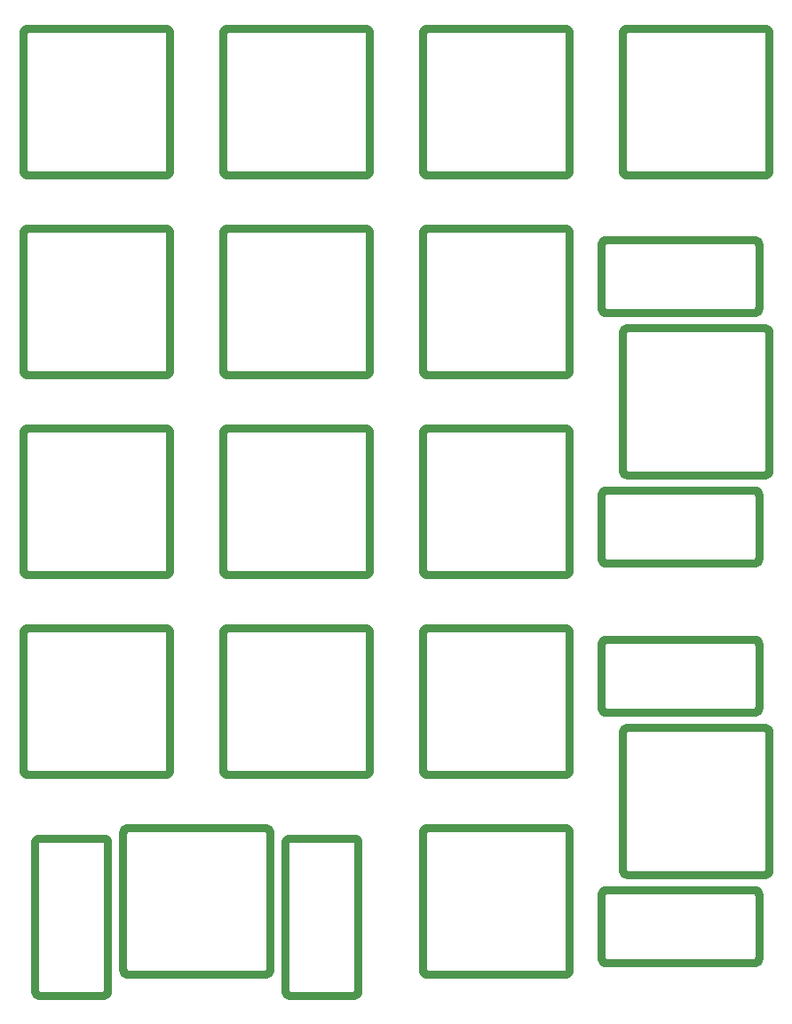
<source format=gbr>
%TF.GenerationSoftware,KiCad,Pcbnew,(6.0.1)*%
%TF.CreationDate,2022-03-10T18:19:00+09:00*%
%TF.ProjectId,plate,706c6174-652e-46b6-9963-61645f706362,rev?*%
%TF.SameCoordinates,Original*%
%TF.FileFunction,Legend,Top*%
%TF.FilePolarity,Positive*%
%FSLAX46Y46*%
G04 Gerber Fmt 4.6, Leading zero omitted, Abs format (unit mm)*
G04 Created by KiCad (PCBNEW (6.0.1)) date 2022-03-10 18:19:00*
%MOMM*%
%LPD*%
G01*
G04 APERTURE LIST*
%ADD10C,0.800000*%
G04 APERTURE END LIST*
D10*
X62204945Y-4554339D02*
X75204735Y-4554339D01*
X75204735Y-4554339D02*
X75230513Y-4554991D01*
X75230513Y-4554991D02*
X75255952Y-4556925D01*
X75255952Y-4556925D02*
X75281022Y-4560111D01*
X75281022Y-4560111D02*
X75305690Y-4564516D01*
X75305690Y-4564516D02*
X75329926Y-4570110D01*
X75329926Y-4570110D02*
X75353697Y-4576860D01*
X75353697Y-4576860D02*
X75376973Y-4584736D01*
X75376973Y-4584736D02*
X75399721Y-4593705D01*
X75399721Y-4593705D02*
X75421911Y-4603737D01*
X75421911Y-4603737D02*
X75443510Y-4614800D01*
X75443510Y-4614800D02*
X75464488Y-4626862D01*
X75464488Y-4626862D02*
X75484813Y-4639892D01*
X75484813Y-4639892D02*
X75504453Y-4653858D01*
X75504453Y-4653858D02*
X75523377Y-4668730D01*
X75523377Y-4668730D02*
X75541553Y-4684475D01*
X75541553Y-4684475D02*
X75558950Y-4701061D01*
X75558950Y-4701061D02*
X75575537Y-4718459D01*
X75575537Y-4718459D02*
X75591282Y-4736635D01*
X75591282Y-4736635D02*
X75606153Y-4755559D01*
X75606153Y-4755559D02*
X75620120Y-4775200D01*
X75620120Y-4775200D02*
X75633150Y-4795524D01*
X75633150Y-4795524D02*
X75645212Y-4816502D01*
X75645212Y-4816502D02*
X75656275Y-4838102D01*
X75656275Y-4838102D02*
X75666306Y-4860292D01*
X75666306Y-4860292D02*
X75675276Y-4883040D01*
X75675276Y-4883040D02*
X75683152Y-4906316D01*
X75683152Y-4906316D02*
X75689902Y-4930088D01*
X75689902Y-4930088D02*
X75695496Y-4954324D01*
X75695496Y-4954324D02*
X75699901Y-4978993D01*
X75699901Y-4978993D02*
X75703087Y-5004063D01*
X75703087Y-5004063D02*
X75705021Y-5029503D01*
X75705021Y-5029503D02*
X75705673Y-5055281D01*
X75705673Y-5055281D02*
X75705673Y-18055080D01*
X75705673Y-18055080D02*
X75705021Y-18080859D01*
X75705021Y-18080859D02*
X75703087Y-18106299D01*
X75703087Y-18106299D02*
X75699901Y-18131369D01*
X75699901Y-18131369D02*
X75695496Y-18156037D01*
X75695496Y-18156037D02*
X75689902Y-18180273D01*
X75689902Y-18180273D02*
X75683152Y-18204044D01*
X75683152Y-18204044D02*
X75675276Y-18227320D01*
X75675276Y-18227320D02*
X75666306Y-18250069D01*
X75666306Y-18250069D02*
X75656275Y-18272258D01*
X75656275Y-18272258D02*
X75645212Y-18293858D01*
X75645212Y-18293858D02*
X75633150Y-18314836D01*
X75633150Y-18314836D02*
X75620120Y-18335161D01*
X75620120Y-18335161D02*
X75606153Y-18354801D01*
X75606153Y-18354801D02*
X75591282Y-18373725D01*
X75591282Y-18373725D02*
X75575537Y-18391901D01*
X75575537Y-18391901D02*
X75558950Y-18409298D01*
X75558950Y-18409298D02*
X75541553Y-18425885D01*
X75541553Y-18425885D02*
X75523377Y-18441630D01*
X75523377Y-18441630D02*
X75504453Y-18456501D01*
X75504453Y-18456501D02*
X75484813Y-18470468D01*
X75484813Y-18470468D02*
X75464488Y-18483498D01*
X75464488Y-18483498D02*
X75443510Y-18495560D01*
X75443510Y-18495560D02*
X75421911Y-18506622D01*
X75421911Y-18506622D02*
X75399721Y-18516654D01*
X75399721Y-18516654D02*
X75376973Y-18525624D01*
X75376973Y-18525624D02*
X75353697Y-18533499D01*
X75353697Y-18533499D02*
X75329926Y-18540250D01*
X75329926Y-18540250D02*
X75305690Y-18545843D01*
X75305690Y-18545843D02*
X75281022Y-18550249D01*
X75281022Y-18550249D02*
X75255952Y-18553434D01*
X75255952Y-18553434D02*
X75230513Y-18555369D01*
X75230513Y-18555369D02*
X75204735Y-18556021D01*
X75204735Y-18556021D02*
X62204945Y-18556021D01*
X62204945Y-18556021D02*
X62179166Y-18555369D01*
X62179166Y-18555369D02*
X62153726Y-18553434D01*
X62153726Y-18553434D02*
X62128656Y-18550249D01*
X62128656Y-18550249D02*
X62103988Y-18545843D01*
X62103988Y-18545843D02*
X62079752Y-18540250D01*
X62079752Y-18540250D02*
X62055980Y-18533499D01*
X62055980Y-18533499D02*
X62032705Y-18525624D01*
X62032705Y-18525624D02*
X62009956Y-18516654D01*
X62009956Y-18516654D02*
X61987766Y-18506622D01*
X61987766Y-18506622D02*
X61966167Y-18495560D01*
X61966167Y-18495560D02*
X61945189Y-18483498D01*
X61945189Y-18483498D02*
X61924864Y-18470468D01*
X61924864Y-18470468D02*
X61905224Y-18456501D01*
X61905224Y-18456501D02*
X61886300Y-18441630D01*
X61886300Y-18441630D02*
X61868123Y-18425885D01*
X61868123Y-18425885D02*
X61850726Y-18409298D01*
X61850726Y-18409298D02*
X61834139Y-18391901D01*
X61834139Y-18391901D02*
X61818394Y-18373725D01*
X61818394Y-18373725D02*
X61803522Y-18354801D01*
X61803522Y-18354801D02*
X61789556Y-18335161D01*
X61789556Y-18335161D02*
X61776526Y-18314836D01*
X61776526Y-18314836D02*
X61764464Y-18293858D01*
X61764464Y-18293858D02*
X61753401Y-18272258D01*
X61753401Y-18272258D02*
X61743369Y-18250069D01*
X61743369Y-18250069D02*
X61734400Y-18227320D01*
X61734400Y-18227320D02*
X61726524Y-18204044D01*
X61726524Y-18204044D02*
X61719773Y-18180273D01*
X61719773Y-18180273D02*
X61714180Y-18156037D01*
X61714180Y-18156037D02*
X61709774Y-18131369D01*
X61709774Y-18131369D02*
X61706589Y-18106299D01*
X61706589Y-18106299D02*
X61704654Y-18080859D01*
X61704654Y-18080859D02*
X61704002Y-18055080D01*
X61704002Y-18055080D02*
X61704002Y-5055281D01*
X61704002Y-5055281D02*
X61704654Y-5029503D01*
X61704654Y-5029503D02*
X61706589Y-5004063D01*
X61706589Y-5004063D02*
X61709774Y-4978993D01*
X61709774Y-4978993D02*
X61714180Y-4954324D01*
X61714180Y-4954324D02*
X61719773Y-4930088D01*
X61719773Y-4930088D02*
X61726524Y-4906316D01*
X61726524Y-4906316D02*
X61734400Y-4883040D01*
X61734400Y-4883040D02*
X61743369Y-4860292D01*
X61743369Y-4860292D02*
X61753401Y-4838102D01*
X61753401Y-4838102D02*
X61764464Y-4816502D01*
X61764464Y-4816502D02*
X61776526Y-4795524D01*
X61776526Y-4795524D02*
X61789556Y-4775200D01*
X61789556Y-4775200D02*
X61803522Y-4755559D01*
X61803522Y-4755559D02*
X61818394Y-4736635D01*
X61818394Y-4736635D02*
X61834139Y-4718459D01*
X61834139Y-4718459D02*
X61850726Y-4701061D01*
X61850726Y-4701061D02*
X61868123Y-4684475D01*
X61868123Y-4684475D02*
X61886300Y-4668730D01*
X61886300Y-4668730D02*
X61905224Y-4653858D01*
X61905224Y-4653858D02*
X61924864Y-4639892D01*
X61924864Y-4639892D02*
X61945189Y-4626862D01*
X61945189Y-4626862D02*
X61966167Y-4614800D01*
X61966167Y-4614800D02*
X61987766Y-4603737D01*
X61987766Y-4603737D02*
X62009956Y-4593705D01*
X62009956Y-4593705D02*
X62032705Y-4584736D01*
X62032705Y-4584736D02*
X62055980Y-4576860D01*
X62055980Y-4576860D02*
X62079752Y-4570110D01*
X62079752Y-4570110D02*
X62103988Y-4564516D01*
X62103988Y-4564516D02*
X62128656Y-4560111D01*
X62128656Y-4560111D02*
X62153726Y-4556925D01*
X62153726Y-4556925D02*
X62179166Y-4554991D01*
X62179166Y-4554991D02*
X62204945Y-4554339D01*
X62204945Y-4554339D02*
X62204945Y-4554339D01*
X43155056Y-4554339D02*
X56154842Y-4554339D01*
X56154842Y-4554339D02*
X56180621Y-4554991D01*
X56180621Y-4554991D02*
X56206061Y-4556925D01*
X56206061Y-4556925D02*
X56231131Y-4560111D01*
X56231131Y-4560111D02*
X56255799Y-4564516D01*
X56255799Y-4564516D02*
X56280035Y-4570110D01*
X56280035Y-4570110D02*
X56303807Y-4576860D01*
X56303807Y-4576860D02*
X56327082Y-4584736D01*
X56327082Y-4584736D02*
X56349831Y-4593705D01*
X56349831Y-4593705D02*
X56372021Y-4603737D01*
X56372021Y-4603737D02*
X56393620Y-4614800D01*
X56393620Y-4614800D02*
X56414598Y-4626862D01*
X56414598Y-4626862D02*
X56434923Y-4639892D01*
X56434923Y-4639892D02*
X56454563Y-4653858D01*
X56454563Y-4653858D02*
X56473487Y-4668730D01*
X56473487Y-4668730D02*
X56491664Y-4684475D01*
X56491664Y-4684475D02*
X56509061Y-4701061D01*
X56509061Y-4701061D02*
X56525648Y-4718459D01*
X56525648Y-4718459D02*
X56541393Y-4736635D01*
X56541393Y-4736635D02*
X56556265Y-4755559D01*
X56556265Y-4755559D02*
X56570231Y-4775200D01*
X56570231Y-4775200D02*
X56583261Y-4795524D01*
X56583261Y-4795524D02*
X56595323Y-4816502D01*
X56595323Y-4816502D02*
X56606386Y-4838102D01*
X56606386Y-4838102D02*
X56616418Y-4860292D01*
X56616418Y-4860292D02*
X56625387Y-4883040D01*
X56625387Y-4883040D02*
X56633263Y-4906316D01*
X56633263Y-4906316D02*
X56640014Y-4930088D01*
X56640014Y-4930088D02*
X56645607Y-4954324D01*
X56645607Y-4954324D02*
X56650013Y-4978993D01*
X56650013Y-4978993D02*
X56653198Y-5004063D01*
X56653198Y-5004063D02*
X56655133Y-5029503D01*
X56655133Y-5029503D02*
X56655785Y-5055281D01*
X56655785Y-5055281D02*
X56655785Y-18055080D01*
X56655785Y-18055080D02*
X56655133Y-18080859D01*
X56655133Y-18080859D02*
X56653198Y-18106299D01*
X56653198Y-18106299D02*
X56650013Y-18131369D01*
X56650013Y-18131369D02*
X56645607Y-18156037D01*
X56645607Y-18156037D02*
X56640014Y-18180273D01*
X56640014Y-18180273D02*
X56633263Y-18204044D01*
X56633263Y-18204044D02*
X56625387Y-18227320D01*
X56625387Y-18227320D02*
X56616418Y-18250069D01*
X56616418Y-18250069D02*
X56606386Y-18272258D01*
X56606386Y-18272258D02*
X56595323Y-18293858D01*
X56595323Y-18293858D02*
X56583261Y-18314836D01*
X56583261Y-18314836D02*
X56570231Y-18335161D01*
X56570231Y-18335161D02*
X56556265Y-18354801D01*
X56556265Y-18354801D02*
X56541393Y-18373725D01*
X56541393Y-18373725D02*
X56525648Y-18391901D01*
X56525648Y-18391901D02*
X56509061Y-18409298D01*
X56509061Y-18409298D02*
X56491664Y-18425885D01*
X56491664Y-18425885D02*
X56473487Y-18441630D01*
X56473487Y-18441630D02*
X56454563Y-18456501D01*
X56454563Y-18456501D02*
X56434923Y-18470468D01*
X56434923Y-18470468D02*
X56414598Y-18483498D01*
X56414598Y-18483498D02*
X56393620Y-18495560D01*
X56393620Y-18495560D02*
X56372021Y-18506622D01*
X56372021Y-18506622D02*
X56349831Y-18516654D01*
X56349831Y-18516654D02*
X56327082Y-18525624D01*
X56327082Y-18525624D02*
X56303807Y-18533499D01*
X56303807Y-18533499D02*
X56280035Y-18540250D01*
X56280035Y-18540250D02*
X56255799Y-18545843D01*
X56255799Y-18545843D02*
X56231131Y-18550249D01*
X56231131Y-18550249D02*
X56206061Y-18553434D01*
X56206061Y-18553434D02*
X56180621Y-18555369D01*
X56180621Y-18555369D02*
X56154842Y-18556021D01*
X56154842Y-18556021D02*
X43155056Y-18556021D01*
X43155056Y-18556021D02*
X43129278Y-18555369D01*
X43129278Y-18555369D02*
X43103838Y-18553434D01*
X43103838Y-18553434D02*
X43078768Y-18550249D01*
X43078768Y-18550249D02*
X43054099Y-18545843D01*
X43054099Y-18545843D02*
X43029863Y-18540250D01*
X43029863Y-18540250D02*
X43006092Y-18533499D01*
X43006092Y-18533499D02*
X42982816Y-18525624D01*
X42982816Y-18525624D02*
X42960067Y-18516654D01*
X42960067Y-18516654D02*
X42937878Y-18506622D01*
X42937878Y-18506622D02*
X42916278Y-18495560D01*
X42916278Y-18495560D02*
X42895300Y-18483498D01*
X42895300Y-18483498D02*
X42874975Y-18470468D01*
X42874975Y-18470468D02*
X42855335Y-18456501D01*
X42855335Y-18456501D02*
X42836411Y-18441630D01*
X42836411Y-18441630D02*
X42818234Y-18425885D01*
X42818234Y-18425885D02*
X42800837Y-18409298D01*
X42800837Y-18409298D02*
X42784250Y-18391901D01*
X42784250Y-18391901D02*
X42768505Y-18373725D01*
X42768505Y-18373725D02*
X42753634Y-18354801D01*
X42753634Y-18354801D02*
X42739667Y-18335161D01*
X42739667Y-18335161D02*
X42726637Y-18314836D01*
X42726637Y-18314836D02*
X42714575Y-18293858D01*
X42714575Y-18293858D02*
X42703512Y-18272258D01*
X42703512Y-18272258D02*
X42693481Y-18250069D01*
X42693481Y-18250069D02*
X42684511Y-18227320D01*
X42684511Y-18227320D02*
X42676635Y-18204044D01*
X42676635Y-18204044D02*
X42669885Y-18180273D01*
X42669885Y-18180273D02*
X42664291Y-18156037D01*
X42664291Y-18156037D02*
X42659886Y-18131369D01*
X42659886Y-18131369D02*
X42656700Y-18106299D01*
X42656700Y-18106299D02*
X42654766Y-18080859D01*
X42654766Y-18080859D02*
X42654114Y-18055080D01*
X42654114Y-18055080D02*
X42654114Y-5055281D01*
X42654114Y-5055281D02*
X42654766Y-5029503D01*
X42654766Y-5029503D02*
X42656700Y-5004063D01*
X42656700Y-5004063D02*
X42659886Y-4978993D01*
X42659886Y-4978993D02*
X42664291Y-4954324D01*
X42664291Y-4954324D02*
X42669885Y-4930088D01*
X42669885Y-4930088D02*
X42676635Y-4906316D01*
X42676635Y-4906316D02*
X42684511Y-4883040D01*
X42684511Y-4883040D02*
X42693481Y-4860292D01*
X42693481Y-4860292D02*
X42703512Y-4838102D01*
X42703512Y-4838102D02*
X42714575Y-4816502D01*
X42714575Y-4816502D02*
X42726637Y-4795524D01*
X42726637Y-4795524D02*
X42739667Y-4775200D01*
X42739667Y-4775200D02*
X42753634Y-4755559D01*
X42753634Y-4755559D02*
X42768505Y-4736635D01*
X42768505Y-4736635D02*
X42784250Y-4718459D01*
X42784250Y-4718459D02*
X42800837Y-4701061D01*
X42800837Y-4701061D02*
X42818234Y-4684475D01*
X42818234Y-4684475D02*
X42836411Y-4668730D01*
X42836411Y-4668730D02*
X42855335Y-4653858D01*
X42855335Y-4653858D02*
X42874975Y-4639892D01*
X42874975Y-4639892D02*
X42895300Y-4626862D01*
X42895300Y-4626862D02*
X42916278Y-4614800D01*
X42916278Y-4614800D02*
X42937878Y-4603737D01*
X42937878Y-4603737D02*
X42960067Y-4593705D01*
X42960067Y-4593705D02*
X42982816Y-4584736D01*
X42982816Y-4584736D02*
X43006092Y-4576860D01*
X43006092Y-4576860D02*
X43029863Y-4570110D01*
X43029863Y-4570110D02*
X43054099Y-4564516D01*
X43054099Y-4564516D02*
X43078768Y-4560111D01*
X43078768Y-4560111D02*
X43103838Y-4556925D01*
X43103838Y-4556925D02*
X43129278Y-4554991D01*
X43129278Y-4554991D02*
X43155056Y-4554339D01*
X43155056Y-4554339D02*
X43155056Y-4554339D01*
X60204704Y-48566681D02*
X74202850Y-48566681D01*
X74202850Y-48566681D02*
X74228628Y-48567333D01*
X74228628Y-48567333D02*
X74254068Y-48569267D01*
X74254068Y-48569267D02*
X74279138Y-48572453D01*
X74279138Y-48572453D02*
X74303806Y-48576858D01*
X74303806Y-48576858D02*
X74328041Y-48582452D01*
X74328041Y-48582452D02*
X74351813Y-48589202D01*
X74351813Y-48589202D02*
X74375088Y-48597078D01*
X74375088Y-48597078D02*
X74397837Y-48606048D01*
X74397837Y-48606048D02*
X74420026Y-48616080D01*
X74420026Y-48616080D02*
X74441626Y-48627142D01*
X74441626Y-48627142D02*
X74462604Y-48639204D01*
X74462604Y-48639204D02*
X74482928Y-48652234D01*
X74482928Y-48652234D02*
X74502568Y-48666201D01*
X74502568Y-48666201D02*
X74521492Y-48681072D01*
X74521492Y-48681072D02*
X74539669Y-48696817D01*
X74539669Y-48696817D02*
X74557066Y-48713404D01*
X74557066Y-48713404D02*
X74573653Y-48730802D01*
X74573653Y-48730802D02*
X74589398Y-48748978D01*
X74589398Y-48748978D02*
X74604269Y-48767902D01*
X74604269Y-48767902D02*
X74618235Y-48787542D01*
X74618235Y-48787542D02*
X74631265Y-48807867D01*
X74631265Y-48807867D02*
X74643327Y-48828845D01*
X74643327Y-48828845D02*
X74654390Y-48850445D01*
X74654390Y-48850445D02*
X74664422Y-48872635D01*
X74664422Y-48872635D02*
X74673392Y-48895383D01*
X74673392Y-48895383D02*
X74681267Y-48918659D01*
X74681267Y-48918659D02*
X74688018Y-48942430D01*
X74688018Y-48942430D02*
X74693611Y-48966666D01*
X74693611Y-48966666D02*
X74698017Y-48991335D01*
X74698017Y-48991335D02*
X74701202Y-49016405D01*
X74701202Y-49016405D02*
X74703137Y-49041845D01*
X74703137Y-49041845D02*
X74703789Y-49067623D01*
X74703789Y-49067623D02*
X74703789Y-55064816D01*
X74703789Y-55064816D02*
X74703137Y-55090594D01*
X74703137Y-55090594D02*
X74701202Y-55116034D01*
X74701202Y-55116034D02*
X74698017Y-55141105D01*
X74698017Y-55141105D02*
X74693611Y-55165773D01*
X74693611Y-55165773D02*
X74688018Y-55190009D01*
X74688018Y-55190009D02*
X74681267Y-55213781D01*
X74681267Y-55213781D02*
X74673392Y-55237057D01*
X74673392Y-55237057D02*
X74664422Y-55259806D01*
X74664422Y-55259806D02*
X74654390Y-55281996D01*
X74654390Y-55281996D02*
X74643327Y-55303595D01*
X74643327Y-55303595D02*
X74631265Y-55324573D01*
X74631265Y-55324573D02*
X74618235Y-55344898D01*
X74618235Y-55344898D02*
X74604269Y-55364538D01*
X74604269Y-55364538D02*
X74589398Y-55383462D01*
X74589398Y-55383462D02*
X74573653Y-55401639D01*
X74573653Y-55401639D02*
X74557066Y-55419036D01*
X74557066Y-55419036D02*
X74539669Y-55435623D01*
X74539669Y-55435623D02*
X74521492Y-55451368D01*
X74521492Y-55451368D02*
X74502568Y-55466239D01*
X74502568Y-55466239D02*
X74482928Y-55480205D01*
X74482928Y-55480205D02*
X74462604Y-55493235D01*
X74462604Y-55493235D02*
X74441626Y-55505297D01*
X74441626Y-55505297D02*
X74420026Y-55516360D01*
X74420026Y-55516360D02*
X74397837Y-55526392D01*
X74397837Y-55526392D02*
X74375088Y-55535361D01*
X74375088Y-55535361D02*
X74351813Y-55543237D01*
X74351813Y-55543237D02*
X74328041Y-55549987D01*
X74328041Y-55549987D02*
X74303806Y-55555580D01*
X74303806Y-55555580D02*
X74279138Y-55559986D01*
X74279138Y-55559986D02*
X74254068Y-55563171D01*
X74254068Y-55563171D02*
X74228628Y-55565106D01*
X74228628Y-55565106D02*
X74202850Y-55565758D01*
X74202850Y-55565758D02*
X60204704Y-55565758D01*
X60204704Y-55565758D02*
X60178926Y-55565106D01*
X60178926Y-55565106D02*
X60153486Y-55563171D01*
X60153486Y-55563171D02*
X60128416Y-55559986D01*
X60128416Y-55559986D02*
X60103748Y-55555580D01*
X60103748Y-55555580D02*
X60079512Y-55549987D01*
X60079512Y-55549987D02*
X60055740Y-55543237D01*
X60055740Y-55543237D02*
X60032465Y-55535361D01*
X60032465Y-55535361D02*
X60009716Y-55526392D01*
X60009716Y-55526392D02*
X59987527Y-55516360D01*
X59987527Y-55516360D02*
X59965927Y-55505297D01*
X59965927Y-55505297D02*
X59944949Y-55493235D01*
X59944949Y-55493235D02*
X59924625Y-55480205D01*
X59924625Y-55480205D02*
X59904985Y-55466239D01*
X59904985Y-55466239D02*
X59886061Y-55451368D01*
X59886061Y-55451368D02*
X59867884Y-55435623D01*
X59867884Y-55435623D02*
X59850487Y-55419036D01*
X59850487Y-55419036D02*
X59833900Y-55401639D01*
X59833900Y-55401639D02*
X59818156Y-55383462D01*
X59818156Y-55383462D02*
X59803285Y-55364538D01*
X59803285Y-55364538D02*
X59789318Y-55344898D01*
X59789318Y-55344898D02*
X59776288Y-55324573D01*
X59776288Y-55324573D02*
X59764226Y-55303595D01*
X59764226Y-55303595D02*
X59753164Y-55281996D01*
X59753164Y-55281996D02*
X59743132Y-55259806D01*
X59743132Y-55259806D02*
X59734163Y-55237057D01*
X59734163Y-55237057D02*
X59726287Y-55213781D01*
X59726287Y-55213781D02*
X59719537Y-55190009D01*
X59719537Y-55190009D02*
X59713943Y-55165773D01*
X59713943Y-55165773D02*
X59709538Y-55141105D01*
X59709538Y-55141105D02*
X59706352Y-55116034D01*
X59706352Y-55116034D02*
X59704418Y-55090594D01*
X59704418Y-55090594D02*
X59703766Y-55064816D01*
X59703766Y-55064816D02*
X59703766Y-49067623D01*
X59703766Y-49067623D02*
X59704418Y-49041845D01*
X59704418Y-49041845D02*
X59706352Y-49016405D01*
X59706352Y-49016405D02*
X59709538Y-48991335D01*
X59709538Y-48991335D02*
X59713943Y-48966666D01*
X59713943Y-48966666D02*
X59719537Y-48942430D01*
X59719537Y-48942430D02*
X59726287Y-48918659D01*
X59726287Y-48918659D02*
X59734163Y-48895383D01*
X59734163Y-48895383D02*
X59743132Y-48872635D01*
X59743132Y-48872635D02*
X59753164Y-48850445D01*
X59753164Y-48850445D02*
X59764226Y-48828845D01*
X59764226Y-48828845D02*
X59776288Y-48807867D01*
X59776288Y-48807867D02*
X59789318Y-48787542D01*
X59789318Y-48787542D02*
X59803285Y-48767902D01*
X59803285Y-48767902D02*
X59818156Y-48748978D01*
X59818156Y-48748978D02*
X59833900Y-48730802D01*
X59833900Y-48730802D02*
X59850487Y-48713404D01*
X59850487Y-48713404D02*
X59867884Y-48696817D01*
X59867884Y-48696817D02*
X59886061Y-48681072D01*
X59886061Y-48681072D02*
X59904985Y-48666201D01*
X59904985Y-48666201D02*
X59924625Y-48652234D01*
X59924625Y-48652234D02*
X59944949Y-48639204D01*
X59944949Y-48639204D02*
X59965927Y-48627142D01*
X59965927Y-48627142D02*
X59987527Y-48616080D01*
X59987527Y-48616080D02*
X60009716Y-48606048D01*
X60009716Y-48606048D02*
X60032465Y-48597078D01*
X60032465Y-48597078D02*
X60055740Y-48589202D01*
X60055740Y-48589202D02*
X60079512Y-48582452D01*
X60079512Y-48582452D02*
X60103748Y-48576858D01*
X60103748Y-48576858D02*
X60128416Y-48572453D01*
X60128416Y-48572453D02*
X60153486Y-48569267D01*
X60153486Y-48569267D02*
X60178926Y-48567333D01*
X60178926Y-48567333D02*
X60204704Y-48566681D01*
X60204704Y-48566681D02*
X60204704Y-48566681D01*
X5055276Y-61704067D02*
X18055061Y-61704067D01*
X18055061Y-61704067D02*
X18080840Y-61704719D01*
X18080840Y-61704719D02*
X18106279Y-61706654D01*
X18106279Y-61706654D02*
X18131349Y-61709839D01*
X18131349Y-61709839D02*
X18156018Y-61714245D01*
X18156018Y-61714245D02*
X18180254Y-61719838D01*
X18180254Y-61719838D02*
X18204025Y-61726588D01*
X18204025Y-61726588D02*
X18227301Y-61734464D01*
X18227301Y-61734464D02*
X18250050Y-61743433D01*
X18250050Y-61743433D02*
X18272239Y-61753465D01*
X18272239Y-61753465D02*
X18293839Y-61764528D01*
X18293839Y-61764528D02*
X18314817Y-61776590D01*
X18314817Y-61776590D02*
X18335141Y-61789620D01*
X18335141Y-61789620D02*
X18354782Y-61803586D01*
X18354782Y-61803586D02*
X18373706Y-61818457D01*
X18373706Y-61818457D02*
X18391882Y-61834202D01*
X18391882Y-61834202D02*
X18409279Y-61850789D01*
X18409279Y-61850789D02*
X18425866Y-61868186D01*
X18425866Y-61868186D02*
X18441611Y-61886362D01*
X18441611Y-61886362D02*
X18456482Y-61905286D01*
X18456482Y-61905286D02*
X18470449Y-61924926D01*
X18470449Y-61924926D02*
X18483479Y-61945251D01*
X18483479Y-61945251D02*
X18495541Y-61966229D01*
X18495541Y-61966229D02*
X18506603Y-61987828D01*
X18506603Y-61987828D02*
X18516635Y-62010018D01*
X18516635Y-62010018D02*
X18525605Y-62032766D01*
X18525605Y-62032766D02*
X18533480Y-62056042D01*
X18533480Y-62056042D02*
X18540231Y-62079813D01*
X18540231Y-62079813D02*
X18545824Y-62104049D01*
X18545824Y-62104049D02*
X18550230Y-62128718D01*
X18550230Y-62128718D02*
X18553415Y-62153788D01*
X18553415Y-62153788D02*
X18555350Y-62179227D01*
X18555350Y-62179227D02*
X18556002Y-62205006D01*
X18556002Y-62205006D02*
X18556002Y-75204811D01*
X18556002Y-75204811D02*
X18555350Y-75230589D01*
X18555350Y-75230589D02*
X18553415Y-75256029D01*
X18553415Y-75256029D02*
X18550230Y-75281098D01*
X18550230Y-75281098D02*
X18545824Y-75305767D01*
X18545824Y-75305767D02*
X18540231Y-75330002D01*
X18540231Y-75330002D02*
X18533480Y-75353774D01*
X18533480Y-75353774D02*
X18525605Y-75377049D01*
X18525605Y-75377049D02*
X18516635Y-75399797D01*
X18516635Y-75399797D02*
X18506603Y-75421987D01*
X18506603Y-75421987D02*
X18495541Y-75443587D01*
X18495541Y-75443587D02*
X18483479Y-75464564D01*
X18483479Y-75464564D02*
X18470449Y-75484889D01*
X18470449Y-75484889D02*
X18456482Y-75504529D01*
X18456482Y-75504529D02*
X18441611Y-75523453D01*
X18441611Y-75523453D02*
X18425866Y-75541629D01*
X18425866Y-75541629D02*
X18409279Y-75559027D01*
X18409279Y-75559027D02*
X18391882Y-75575614D01*
X18391882Y-75575614D02*
X18373706Y-75591358D01*
X18373706Y-75591358D02*
X18354782Y-75606230D01*
X18354782Y-75606230D02*
X18335141Y-75620196D01*
X18335141Y-75620196D02*
X18314817Y-75633226D01*
X18314817Y-75633226D02*
X18293839Y-75645288D01*
X18293839Y-75645288D02*
X18272239Y-75656351D01*
X18272239Y-75656351D02*
X18250050Y-75666383D01*
X18250050Y-75666383D02*
X18227301Y-75675352D01*
X18227301Y-75675352D02*
X18204025Y-75683228D01*
X18204025Y-75683228D02*
X18180254Y-75689978D01*
X18180254Y-75689978D02*
X18156018Y-75695572D01*
X18156018Y-75695572D02*
X18131349Y-75699977D01*
X18131349Y-75699977D02*
X18106279Y-75703163D01*
X18106279Y-75703163D02*
X18080840Y-75705098D01*
X18080840Y-75705098D02*
X18055061Y-75705750D01*
X18055061Y-75705750D02*
X5055276Y-75705750D01*
X5055276Y-75705750D02*
X5029498Y-75705098D01*
X5029498Y-75705098D02*
X5004058Y-75703163D01*
X5004058Y-75703163D02*
X4978987Y-75699977D01*
X4978987Y-75699977D02*
X4954319Y-75695572D01*
X4954319Y-75695572D02*
X4930083Y-75689978D01*
X4930083Y-75689978D02*
X4906311Y-75683228D01*
X4906311Y-75683228D02*
X4883035Y-75675352D01*
X4883035Y-75675352D02*
X4860287Y-75666383D01*
X4860287Y-75666383D02*
X4838097Y-75656351D01*
X4838097Y-75656351D02*
X4816498Y-75645288D01*
X4816498Y-75645288D02*
X4795520Y-75633226D01*
X4795520Y-75633226D02*
X4775195Y-75620196D01*
X4775195Y-75620196D02*
X4755555Y-75606230D01*
X4755555Y-75606230D02*
X4736631Y-75591358D01*
X4736631Y-75591358D02*
X4718454Y-75575614D01*
X4718454Y-75575614D02*
X4701057Y-75559027D01*
X4701057Y-75559027D02*
X4684470Y-75541629D01*
X4684470Y-75541629D02*
X4668725Y-75523453D01*
X4668725Y-75523453D02*
X4653854Y-75504529D01*
X4653854Y-75504529D02*
X4639888Y-75484889D01*
X4639888Y-75484889D02*
X4626858Y-75464564D01*
X4626858Y-75464564D02*
X4614796Y-75443587D01*
X4614796Y-75443587D02*
X4603733Y-75421987D01*
X4603733Y-75421987D02*
X4593701Y-75399797D01*
X4593701Y-75399797D02*
X4584732Y-75377049D01*
X4584732Y-75377049D02*
X4576856Y-75353774D01*
X4576856Y-75353774D02*
X4570106Y-75330002D01*
X4570106Y-75330002D02*
X4564512Y-75305767D01*
X4564512Y-75305767D02*
X4560107Y-75281098D01*
X4560107Y-75281098D02*
X4556921Y-75256029D01*
X4556921Y-75256029D02*
X4554986Y-75230589D01*
X4554986Y-75230589D02*
X4554335Y-75204811D01*
X4554335Y-75204811D02*
X4554335Y-62205006D01*
X4554335Y-62205006D02*
X4554986Y-62179227D01*
X4554986Y-62179227D02*
X4556921Y-62153788D01*
X4556921Y-62153788D02*
X4560107Y-62128718D01*
X4560107Y-62128718D02*
X4564512Y-62104049D01*
X4564512Y-62104049D02*
X4570106Y-62079813D01*
X4570106Y-62079813D02*
X4576856Y-62056042D01*
X4576856Y-62056042D02*
X4584732Y-62032766D01*
X4584732Y-62032766D02*
X4593701Y-62010018D01*
X4593701Y-62010018D02*
X4603733Y-61987828D01*
X4603733Y-61987828D02*
X4614796Y-61966229D01*
X4614796Y-61966229D02*
X4626858Y-61945251D01*
X4626858Y-61945251D02*
X4639888Y-61924926D01*
X4639888Y-61924926D02*
X4653854Y-61905286D01*
X4653854Y-61905286D02*
X4668725Y-61886362D01*
X4668725Y-61886362D02*
X4684470Y-61868186D01*
X4684470Y-61868186D02*
X4701057Y-61850789D01*
X4701057Y-61850789D02*
X4718454Y-61834202D01*
X4718454Y-61834202D02*
X4736631Y-61818457D01*
X4736631Y-61818457D02*
X4755555Y-61803586D01*
X4755555Y-61803586D02*
X4775195Y-61789620D01*
X4775195Y-61789620D02*
X4795520Y-61776590D01*
X4795520Y-61776590D02*
X4816498Y-61764528D01*
X4816498Y-61764528D02*
X4838097Y-61753465D01*
X4838097Y-61753465D02*
X4860287Y-61743433D01*
X4860287Y-61743433D02*
X4883035Y-61734464D01*
X4883035Y-61734464D02*
X4906311Y-61726588D01*
X4906311Y-61726588D02*
X4930083Y-61719838D01*
X4930083Y-61719838D02*
X4954319Y-61714245D01*
X4954319Y-61714245D02*
X4978987Y-61709839D01*
X4978987Y-61709839D02*
X5004058Y-61706654D01*
X5004058Y-61706654D02*
X5029498Y-61704719D01*
X5029498Y-61704719D02*
X5055276Y-61704067D01*
X5055276Y-61704067D02*
X5055276Y-61704067D01*
X24105165Y-42654156D02*
X37104954Y-42654156D01*
X37104954Y-42654156D02*
X37130732Y-42654808D01*
X37130732Y-42654808D02*
X37156172Y-42656742D01*
X37156172Y-42656742D02*
X37181242Y-42659928D01*
X37181242Y-42659928D02*
X37205911Y-42664333D01*
X37205911Y-42664333D02*
X37230146Y-42669927D01*
X37230146Y-42669927D02*
X37253918Y-42676677D01*
X37253918Y-42676677D02*
X37277194Y-42684553D01*
X37277194Y-42684553D02*
X37299942Y-42693523D01*
X37299942Y-42693523D02*
X37322132Y-42703554D01*
X37322132Y-42703554D02*
X37343732Y-42714617D01*
X37343732Y-42714617D02*
X37364710Y-42726679D01*
X37364710Y-42726679D02*
X37385035Y-42739709D01*
X37385035Y-42739709D02*
X37404675Y-42753676D01*
X37404675Y-42753676D02*
X37423599Y-42768547D01*
X37423599Y-42768547D02*
X37441775Y-42784292D01*
X37441775Y-42784292D02*
X37459173Y-42800879D01*
X37459173Y-42800879D02*
X37475760Y-42818276D01*
X37475760Y-42818276D02*
X37491505Y-42836453D01*
X37491505Y-42836453D02*
X37506376Y-42855377D01*
X37506376Y-42855377D02*
X37520342Y-42875017D01*
X37520342Y-42875017D02*
X37533372Y-42895342D01*
X37533372Y-42895342D02*
X37545435Y-42916320D01*
X37545435Y-42916320D02*
X37556497Y-42937920D01*
X37556497Y-42937920D02*
X37566529Y-42960109D01*
X37566529Y-42960109D02*
X37575499Y-42982858D01*
X37575499Y-42982858D02*
X37583374Y-43006134D01*
X37583374Y-43006134D02*
X37590125Y-43029905D01*
X37590125Y-43029905D02*
X37595719Y-43054141D01*
X37595719Y-43054141D02*
X37600124Y-43078810D01*
X37600124Y-43078810D02*
X37603310Y-43103880D01*
X37603310Y-43103880D02*
X37605244Y-43129320D01*
X37605244Y-43129320D02*
X37605896Y-43155098D01*
X37605896Y-43155098D02*
X37605896Y-56154900D01*
X37605896Y-56154900D02*
X37605244Y-56180678D01*
X37605244Y-56180678D02*
X37603310Y-56206118D01*
X37603310Y-56206118D02*
X37600124Y-56231188D01*
X37600124Y-56231188D02*
X37595719Y-56255856D01*
X37595719Y-56255856D02*
X37590125Y-56280092D01*
X37590125Y-56280092D02*
X37583374Y-56303864D01*
X37583374Y-56303864D02*
X37575499Y-56327140D01*
X37575499Y-56327140D02*
X37566529Y-56349888D01*
X37566529Y-56349888D02*
X37556497Y-56372078D01*
X37556497Y-56372078D02*
X37545435Y-56393678D01*
X37545435Y-56393678D02*
X37533372Y-56414656D01*
X37533372Y-56414656D02*
X37520342Y-56434980D01*
X37520342Y-56434980D02*
X37506376Y-56454621D01*
X37506376Y-56454621D02*
X37491505Y-56473545D01*
X37491505Y-56473545D02*
X37475760Y-56491721D01*
X37475760Y-56491721D02*
X37459173Y-56509119D01*
X37459173Y-56509119D02*
X37441775Y-56525705D01*
X37441775Y-56525705D02*
X37423599Y-56541450D01*
X37423599Y-56541450D02*
X37404675Y-56556322D01*
X37404675Y-56556322D02*
X37385035Y-56570288D01*
X37385035Y-56570288D02*
X37364710Y-56583318D01*
X37364710Y-56583318D02*
X37343732Y-56595380D01*
X37343732Y-56595380D02*
X37322132Y-56606443D01*
X37322132Y-56606443D02*
X37299942Y-56616475D01*
X37299942Y-56616475D02*
X37277194Y-56625445D01*
X37277194Y-56625445D02*
X37253918Y-56633320D01*
X37253918Y-56633320D02*
X37230146Y-56640071D01*
X37230146Y-56640071D02*
X37205911Y-56645664D01*
X37205911Y-56645664D02*
X37181242Y-56650070D01*
X37181242Y-56650070D02*
X37156172Y-56653255D01*
X37156172Y-56653255D02*
X37130732Y-56655190D01*
X37130732Y-56655190D02*
X37104954Y-56655842D01*
X37104954Y-56655842D02*
X24105165Y-56655842D01*
X24105165Y-56655842D02*
X24079387Y-56655190D01*
X24079387Y-56655190D02*
X24053947Y-56653255D01*
X24053947Y-56653255D02*
X24028877Y-56650070D01*
X24028877Y-56650070D02*
X24004209Y-56645664D01*
X24004209Y-56645664D02*
X23979973Y-56640071D01*
X23979973Y-56640071D02*
X23956201Y-56633320D01*
X23956201Y-56633320D02*
X23932926Y-56625445D01*
X23932926Y-56625445D02*
X23910177Y-56616475D01*
X23910177Y-56616475D02*
X23887987Y-56606443D01*
X23887987Y-56606443D02*
X23866388Y-56595380D01*
X23866388Y-56595380D02*
X23845410Y-56583318D01*
X23845410Y-56583318D02*
X23825085Y-56570288D01*
X23825085Y-56570288D02*
X23805445Y-56556322D01*
X23805445Y-56556322D02*
X23786521Y-56541450D01*
X23786521Y-56541450D02*
X23768345Y-56525705D01*
X23768345Y-56525705D02*
X23750947Y-56509119D01*
X23750947Y-56509119D02*
X23734361Y-56491721D01*
X23734361Y-56491721D02*
X23718616Y-56473545D01*
X23718616Y-56473545D02*
X23703744Y-56454621D01*
X23703744Y-56454621D02*
X23689778Y-56434980D01*
X23689778Y-56434980D02*
X23676748Y-56414656D01*
X23676748Y-56414656D02*
X23664686Y-56393678D01*
X23664686Y-56393678D02*
X23653623Y-56372078D01*
X23653623Y-56372078D02*
X23643592Y-56349888D01*
X23643592Y-56349888D02*
X23634622Y-56327140D01*
X23634622Y-56327140D02*
X23626747Y-56303864D01*
X23626747Y-56303864D02*
X23619996Y-56280092D01*
X23619996Y-56280092D02*
X23614403Y-56255856D01*
X23614403Y-56255856D02*
X23609997Y-56231188D01*
X23609997Y-56231188D02*
X23606811Y-56206118D01*
X23606811Y-56206118D02*
X23604877Y-56180678D01*
X23604877Y-56180678D02*
X23604225Y-56154900D01*
X23604225Y-56154900D02*
X23604225Y-43155098D01*
X23604225Y-43155098D02*
X23604877Y-43129320D01*
X23604877Y-43129320D02*
X23606811Y-43103880D01*
X23606811Y-43103880D02*
X23609997Y-43078810D01*
X23609997Y-43078810D02*
X23614403Y-43054141D01*
X23614403Y-43054141D02*
X23619996Y-43029905D01*
X23619996Y-43029905D02*
X23626747Y-43006134D01*
X23626747Y-43006134D02*
X23634622Y-42982858D01*
X23634622Y-42982858D02*
X23643592Y-42960109D01*
X23643592Y-42960109D02*
X23653623Y-42937920D01*
X23653623Y-42937920D02*
X23664686Y-42916320D01*
X23664686Y-42916320D02*
X23676748Y-42895342D01*
X23676748Y-42895342D02*
X23689778Y-42875017D01*
X23689778Y-42875017D02*
X23703744Y-42855377D01*
X23703744Y-42855377D02*
X23718616Y-42836453D01*
X23718616Y-42836453D02*
X23734361Y-42818276D01*
X23734361Y-42818276D02*
X23750947Y-42800879D01*
X23750947Y-42800879D02*
X23768345Y-42784292D01*
X23768345Y-42784292D02*
X23786521Y-42768547D01*
X23786521Y-42768547D02*
X23805445Y-42753676D01*
X23805445Y-42753676D02*
X23825085Y-42739709D01*
X23825085Y-42739709D02*
X23845410Y-42726679D01*
X23845410Y-42726679D02*
X23866388Y-42714617D01*
X23866388Y-42714617D02*
X23887987Y-42703554D01*
X23887987Y-42703554D02*
X23910177Y-42693523D01*
X23910177Y-42693523D02*
X23932926Y-42684553D01*
X23932926Y-42684553D02*
X23956201Y-42676677D01*
X23956201Y-42676677D02*
X23979973Y-42669927D01*
X23979973Y-42669927D02*
X24004209Y-42664333D01*
X24004209Y-42664333D02*
X24028877Y-42659928D01*
X24028877Y-42659928D02*
X24053947Y-42656742D01*
X24053947Y-42656742D02*
X24079387Y-42654808D01*
X24079387Y-42654808D02*
X24105165Y-42654156D01*
X24105165Y-42654156D02*
X24105165Y-42654156D01*
X62204945Y-71229019D02*
X75204735Y-71229019D01*
X75204735Y-71229019D02*
X75230513Y-71229671D01*
X75230513Y-71229671D02*
X75255952Y-71231605D01*
X75255952Y-71231605D02*
X75281022Y-71234791D01*
X75281022Y-71234791D02*
X75305690Y-71239197D01*
X75305690Y-71239197D02*
X75329926Y-71244790D01*
X75329926Y-71244790D02*
X75353697Y-71251541D01*
X75353697Y-71251541D02*
X75376973Y-71259416D01*
X75376973Y-71259416D02*
X75399721Y-71268386D01*
X75399721Y-71268386D02*
X75421911Y-71278418D01*
X75421911Y-71278418D02*
X75443510Y-71289480D01*
X75443510Y-71289480D02*
X75464488Y-71301543D01*
X75464488Y-71301543D02*
X75484813Y-71314573D01*
X75484813Y-71314573D02*
X75504453Y-71328539D01*
X75504453Y-71328539D02*
X75523377Y-71343410D01*
X75523377Y-71343410D02*
X75541553Y-71359155D01*
X75541553Y-71359155D02*
X75558950Y-71375742D01*
X75558950Y-71375742D02*
X75575537Y-71393139D01*
X75575537Y-71393139D02*
X75591282Y-71411316D01*
X75591282Y-71411316D02*
X75606153Y-71430240D01*
X75606153Y-71430240D02*
X75620120Y-71449880D01*
X75620120Y-71449880D02*
X75633150Y-71470204D01*
X75633150Y-71470204D02*
X75645212Y-71491182D01*
X75645212Y-71491182D02*
X75656275Y-71512782D01*
X75656275Y-71512782D02*
X75666306Y-71534971D01*
X75666306Y-71534971D02*
X75675276Y-71557720D01*
X75675276Y-71557720D02*
X75683152Y-71580995D01*
X75683152Y-71580995D02*
X75689902Y-71604766D01*
X75689902Y-71604766D02*
X75695496Y-71629002D01*
X75695496Y-71629002D02*
X75699901Y-71653670D01*
X75699901Y-71653670D02*
X75703087Y-71678740D01*
X75703087Y-71678740D02*
X75705021Y-71704180D01*
X75705021Y-71704180D02*
X75705673Y-71729958D01*
X75705673Y-71729958D02*
X75705673Y-84729759D01*
X75705673Y-84729759D02*
X75705021Y-84755538D01*
X75705021Y-84755538D02*
X75703087Y-84780978D01*
X75703087Y-84780978D02*
X75699901Y-84806048D01*
X75699901Y-84806048D02*
X75695496Y-84830717D01*
X75695496Y-84830717D02*
X75689902Y-84854953D01*
X75689902Y-84854953D02*
X75683152Y-84878725D01*
X75683152Y-84878725D02*
X75675276Y-84902001D01*
X75675276Y-84902001D02*
X75666306Y-84924750D01*
X75666306Y-84924750D02*
X75656275Y-84946940D01*
X75656275Y-84946940D02*
X75645212Y-84968540D01*
X75645212Y-84968540D02*
X75633150Y-84989518D01*
X75633150Y-84989518D02*
X75620120Y-85009843D01*
X75620120Y-85009843D02*
X75606153Y-85029483D01*
X75606153Y-85029483D02*
X75591282Y-85048407D01*
X75591282Y-85048407D02*
X75575537Y-85066584D01*
X75575537Y-85066584D02*
X75558950Y-85083982D01*
X75558950Y-85083982D02*
X75541553Y-85100569D01*
X75541553Y-85100569D02*
X75523377Y-85116313D01*
X75523377Y-85116313D02*
X75504453Y-85131185D01*
X75504453Y-85131185D02*
X75484813Y-85145152D01*
X75484813Y-85145152D02*
X75464488Y-85158182D01*
X75464488Y-85158182D02*
X75443510Y-85170244D01*
X75443510Y-85170244D02*
X75421911Y-85181307D01*
X75421911Y-85181307D02*
X75399721Y-85191338D01*
X75399721Y-85191338D02*
X75376973Y-85200308D01*
X75376973Y-85200308D02*
X75353697Y-85208184D01*
X75353697Y-85208184D02*
X75329926Y-85214934D01*
X75329926Y-85214934D02*
X75305690Y-85220528D01*
X75305690Y-85220528D02*
X75281022Y-85224933D01*
X75281022Y-85224933D02*
X75255952Y-85228119D01*
X75255952Y-85228119D02*
X75230513Y-85230053D01*
X75230513Y-85230053D02*
X75204735Y-85230705D01*
X75204735Y-85230705D02*
X62204945Y-85230705D01*
X62204945Y-85230705D02*
X62179166Y-85230053D01*
X62179166Y-85230053D02*
X62153726Y-85228119D01*
X62153726Y-85228119D02*
X62128656Y-85224933D01*
X62128656Y-85224933D02*
X62103988Y-85220528D01*
X62103988Y-85220528D02*
X62079752Y-85214934D01*
X62079752Y-85214934D02*
X62055980Y-85208184D01*
X62055980Y-85208184D02*
X62032705Y-85200308D01*
X62032705Y-85200308D02*
X62009956Y-85191338D01*
X62009956Y-85191338D02*
X61987766Y-85181307D01*
X61987766Y-85181307D02*
X61966167Y-85170244D01*
X61966167Y-85170244D02*
X61945189Y-85158182D01*
X61945189Y-85158182D02*
X61924864Y-85145152D01*
X61924864Y-85145152D02*
X61905224Y-85131185D01*
X61905224Y-85131185D02*
X61886300Y-85116313D01*
X61886300Y-85116313D02*
X61868123Y-85100569D01*
X61868123Y-85100569D02*
X61850726Y-85083982D01*
X61850726Y-85083982D02*
X61834139Y-85066584D01*
X61834139Y-85066584D02*
X61818394Y-85048407D01*
X61818394Y-85048407D02*
X61803522Y-85029483D01*
X61803522Y-85029483D02*
X61789556Y-85009843D01*
X61789556Y-85009843D02*
X61776526Y-84989518D01*
X61776526Y-84989518D02*
X61764464Y-84968540D01*
X61764464Y-84968540D02*
X61753401Y-84946940D01*
X61753401Y-84946940D02*
X61743369Y-84924750D01*
X61743369Y-84924750D02*
X61734400Y-84902001D01*
X61734400Y-84902001D02*
X61726524Y-84878725D01*
X61726524Y-84878725D02*
X61719773Y-84854953D01*
X61719773Y-84854953D02*
X61714180Y-84830717D01*
X61714180Y-84830717D02*
X61709774Y-84806048D01*
X61709774Y-84806048D02*
X61706589Y-84780978D01*
X61706589Y-84780978D02*
X61704654Y-84755538D01*
X61704654Y-84755538D02*
X61704002Y-84729759D01*
X61704002Y-84729759D02*
X61704002Y-71729958D01*
X61704002Y-71729958D02*
X61704654Y-71704180D01*
X61704654Y-71704180D02*
X61706589Y-71678740D01*
X61706589Y-71678740D02*
X61709774Y-71653670D01*
X61709774Y-71653670D02*
X61714180Y-71629002D01*
X61714180Y-71629002D02*
X61719773Y-71604766D01*
X61719773Y-71604766D02*
X61726524Y-71580995D01*
X61726524Y-71580995D02*
X61734400Y-71557720D01*
X61734400Y-71557720D02*
X61743369Y-71534971D01*
X61743369Y-71534971D02*
X61753401Y-71512782D01*
X61753401Y-71512782D02*
X61764464Y-71491182D01*
X61764464Y-71491182D02*
X61776526Y-71470204D01*
X61776526Y-71470204D02*
X61789556Y-71449880D01*
X61789556Y-71449880D02*
X61803522Y-71430240D01*
X61803522Y-71430240D02*
X61818394Y-71411316D01*
X61818394Y-71411316D02*
X61834139Y-71393139D01*
X61834139Y-71393139D02*
X61850726Y-71375742D01*
X61850726Y-71375742D02*
X61868123Y-71359155D01*
X61868123Y-71359155D02*
X61886300Y-71343410D01*
X61886300Y-71343410D02*
X61905224Y-71328539D01*
X61905224Y-71328539D02*
X61924864Y-71314573D01*
X61924864Y-71314573D02*
X61945189Y-71301543D01*
X61945189Y-71301543D02*
X61966167Y-71289480D01*
X61966167Y-71289480D02*
X61987766Y-71278418D01*
X61987766Y-71278418D02*
X62009956Y-71268386D01*
X62009956Y-71268386D02*
X62032705Y-71259416D01*
X62032705Y-71259416D02*
X62055980Y-71251541D01*
X62055980Y-71251541D02*
X62079752Y-71244790D01*
X62079752Y-71244790D02*
X62103988Y-71239197D01*
X62103988Y-71239197D02*
X62128656Y-71234791D01*
X62128656Y-71234791D02*
X62153726Y-71231605D01*
X62153726Y-71231605D02*
X62179166Y-71229671D01*
X62179166Y-71229671D02*
X62204945Y-71229019D01*
X62204945Y-71229019D02*
X62204945Y-71229019D01*
X24105165Y-61704067D02*
X37104954Y-61704067D01*
X37104954Y-61704067D02*
X37130732Y-61704719D01*
X37130732Y-61704719D02*
X37156172Y-61706654D01*
X37156172Y-61706654D02*
X37181242Y-61709839D01*
X37181242Y-61709839D02*
X37205911Y-61714245D01*
X37205911Y-61714245D02*
X37230146Y-61719838D01*
X37230146Y-61719838D02*
X37253918Y-61726588D01*
X37253918Y-61726588D02*
X37277194Y-61734464D01*
X37277194Y-61734464D02*
X37299942Y-61743433D01*
X37299942Y-61743433D02*
X37322132Y-61753465D01*
X37322132Y-61753465D02*
X37343732Y-61764528D01*
X37343732Y-61764528D02*
X37364710Y-61776590D01*
X37364710Y-61776590D02*
X37385035Y-61789620D01*
X37385035Y-61789620D02*
X37404675Y-61803586D01*
X37404675Y-61803586D02*
X37423599Y-61818457D01*
X37423599Y-61818457D02*
X37441775Y-61834202D01*
X37441775Y-61834202D02*
X37459173Y-61850789D01*
X37459173Y-61850789D02*
X37475760Y-61868186D01*
X37475760Y-61868186D02*
X37491505Y-61886362D01*
X37491505Y-61886362D02*
X37506376Y-61905286D01*
X37506376Y-61905286D02*
X37520342Y-61924926D01*
X37520342Y-61924926D02*
X37533372Y-61945251D01*
X37533372Y-61945251D02*
X37545435Y-61966229D01*
X37545435Y-61966229D02*
X37556497Y-61987828D01*
X37556497Y-61987828D02*
X37566529Y-62010018D01*
X37566529Y-62010018D02*
X37575499Y-62032766D01*
X37575499Y-62032766D02*
X37583374Y-62056042D01*
X37583374Y-62056042D02*
X37590125Y-62079813D01*
X37590125Y-62079813D02*
X37595719Y-62104049D01*
X37595719Y-62104049D02*
X37600124Y-62128718D01*
X37600124Y-62128718D02*
X37603310Y-62153788D01*
X37603310Y-62153788D02*
X37605244Y-62179227D01*
X37605244Y-62179227D02*
X37605896Y-62205006D01*
X37605896Y-62205006D02*
X37605896Y-75204811D01*
X37605896Y-75204811D02*
X37605244Y-75230589D01*
X37605244Y-75230589D02*
X37603310Y-75256029D01*
X37603310Y-75256029D02*
X37600124Y-75281098D01*
X37600124Y-75281098D02*
X37595719Y-75305767D01*
X37595719Y-75305767D02*
X37590125Y-75330002D01*
X37590125Y-75330002D02*
X37583374Y-75353774D01*
X37583374Y-75353774D02*
X37575499Y-75377049D01*
X37575499Y-75377049D02*
X37566529Y-75399797D01*
X37566529Y-75399797D02*
X37556497Y-75421987D01*
X37556497Y-75421987D02*
X37545435Y-75443587D01*
X37545435Y-75443587D02*
X37533372Y-75464564D01*
X37533372Y-75464564D02*
X37520342Y-75484889D01*
X37520342Y-75484889D02*
X37506376Y-75504529D01*
X37506376Y-75504529D02*
X37491505Y-75523453D01*
X37491505Y-75523453D02*
X37475760Y-75541629D01*
X37475760Y-75541629D02*
X37459173Y-75559027D01*
X37459173Y-75559027D02*
X37441775Y-75575614D01*
X37441775Y-75575614D02*
X37423599Y-75591358D01*
X37423599Y-75591358D02*
X37404675Y-75606230D01*
X37404675Y-75606230D02*
X37385035Y-75620196D01*
X37385035Y-75620196D02*
X37364710Y-75633226D01*
X37364710Y-75633226D02*
X37343732Y-75645288D01*
X37343732Y-75645288D02*
X37322132Y-75656351D01*
X37322132Y-75656351D02*
X37299942Y-75666383D01*
X37299942Y-75666383D02*
X37277194Y-75675352D01*
X37277194Y-75675352D02*
X37253918Y-75683228D01*
X37253918Y-75683228D02*
X37230146Y-75689978D01*
X37230146Y-75689978D02*
X37205911Y-75695572D01*
X37205911Y-75695572D02*
X37181242Y-75699977D01*
X37181242Y-75699977D02*
X37156172Y-75703163D01*
X37156172Y-75703163D02*
X37130732Y-75705098D01*
X37130732Y-75705098D02*
X37104954Y-75705750D01*
X37104954Y-75705750D02*
X24105165Y-75705750D01*
X24105165Y-75705750D02*
X24079387Y-75705098D01*
X24079387Y-75705098D02*
X24053947Y-75703163D01*
X24053947Y-75703163D02*
X24028877Y-75699977D01*
X24028877Y-75699977D02*
X24004209Y-75695572D01*
X24004209Y-75695572D02*
X23979973Y-75689978D01*
X23979973Y-75689978D02*
X23956201Y-75683228D01*
X23956201Y-75683228D02*
X23932926Y-75675352D01*
X23932926Y-75675352D02*
X23910177Y-75666383D01*
X23910177Y-75666383D02*
X23887987Y-75656351D01*
X23887987Y-75656351D02*
X23866388Y-75645288D01*
X23866388Y-75645288D02*
X23845410Y-75633226D01*
X23845410Y-75633226D02*
X23825085Y-75620196D01*
X23825085Y-75620196D02*
X23805445Y-75606230D01*
X23805445Y-75606230D02*
X23786521Y-75591358D01*
X23786521Y-75591358D02*
X23768345Y-75575614D01*
X23768345Y-75575614D02*
X23750947Y-75559027D01*
X23750947Y-75559027D02*
X23734361Y-75541629D01*
X23734361Y-75541629D02*
X23718616Y-75523453D01*
X23718616Y-75523453D02*
X23703744Y-75504529D01*
X23703744Y-75504529D02*
X23689778Y-75484889D01*
X23689778Y-75484889D02*
X23676748Y-75464564D01*
X23676748Y-75464564D02*
X23664686Y-75443587D01*
X23664686Y-75443587D02*
X23653623Y-75421987D01*
X23653623Y-75421987D02*
X23643592Y-75399797D01*
X23643592Y-75399797D02*
X23634622Y-75377049D01*
X23634622Y-75377049D02*
X23626747Y-75353774D01*
X23626747Y-75353774D02*
X23619996Y-75330002D01*
X23619996Y-75330002D02*
X23614403Y-75305767D01*
X23614403Y-75305767D02*
X23609997Y-75281098D01*
X23609997Y-75281098D02*
X23606811Y-75256029D01*
X23606811Y-75256029D02*
X23604877Y-75230589D01*
X23604877Y-75230589D02*
X23604225Y-75204811D01*
X23604225Y-75204811D02*
X23604225Y-62205006D01*
X23604225Y-62205006D02*
X23604877Y-62179227D01*
X23604877Y-62179227D02*
X23606811Y-62153788D01*
X23606811Y-62153788D02*
X23609997Y-62128718D01*
X23609997Y-62128718D02*
X23614403Y-62104049D01*
X23614403Y-62104049D02*
X23619996Y-62079813D01*
X23619996Y-62079813D02*
X23626747Y-62056042D01*
X23626747Y-62056042D02*
X23634622Y-62032766D01*
X23634622Y-62032766D02*
X23643592Y-62010018D01*
X23643592Y-62010018D02*
X23653623Y-61987828D01*
X23653623Y-61987828D02*
X23664686Y-61966229D01*
X23664686Y-61966229D02*
X23676748Y-61945251D01*
X23676748Y-61945251D02*
X23689778Y-61924926D01*
X23689778Y-61924926D02*
X23703744Y-61905286D01*
X23703744Y-61905286D02*
X23718616Y-61886362D01*
X23718616Y-61886362D02*
X23734361Y-61868186D01*
X23734361Y-61868186D02*
X23750947Y-61850789D01*
X23750947Y-61850789D02*
X23768345Y-61834202D01*
X23768345Y-61834202D02*
X23786521Y-61818457D01*
X23786521Y-61818457D02*
X23805445Y-61803586D01*
X23805445Y-61803586D02*
X23825085Y-61789620D01*
X23825085Y-61789620D02*
X23845410Y-61776590D01*
X23845410Y-61776590D02*
X23866388Y-61764528D01*
X23866388Y-61764528D02*
X23887987Y-61753465D01*
X23887987Y-61753465D02*
X23910177Y-61743433D01*
X23910177Y-61743433D02*
X23932926Y-61734464D01*
X23932926Y-61734464D02*
X23956201Y-61726588D01*
X23956201Y-61726588D02*
X23979973Y-61719838D01*
X23979973Y-61719838D02*
X24004209Y-61714245D01*
X24004209Y-61714245D02*
X24028877Y-61709839D01*
X24028877Y-61709839D02*
X24053947Y-61706654D01*
X24053947Y-61706654D02*
X24079387Y-61704719D01*
X24079387Y-61704719D02*
X24105165Y-61704067D01*
X24105165Y-61704067D02*
X24105165Y-61704067D01*
X6141825Y-81755859D02*
X12139014Y-81755859D01*
X12139014Y-81755859D02*
X12164792Y-81756511D01*
X12164792Y-81756511D02*
X12190232Y-81758446D01*
X12190232Y-81758446D02*
X12215302Y-81761631D01*
X12215302Y-81761631D02*
X12239971Y-81766036D01*
X12239971Y-81766036D02*
X12264207Y-81771630D01*
X12264207Y-81771630D02*
X12287978Y-81778380D01*
X12287978Y-81778380D02*
X12311254Y-81786256D01*
X12311254Y-81786256D02*
X12334002Y-81795225D01*
X12334002Y-81795225D02*
X12356192Y-81805257D01*
X12356192Y-81805257D02*
X12377792Y-81816319D01*
X12377792Y-81816319D02*
X12398770Y-81828381D01*
X12398770Y-81828381D02*
X12419094Y-81841411D01*
X12419094Y-81841411D02*
X12438734Y-81855377D01*
X12438734Y-81855377D02*
X12457658Y-81870248D01*
X12457658Y-81870248D02*
X12475835Y-81885993D01*
X12475835Y-81885993D02*
X12493232Y-81902579D01*
X12493232Y-81902579D02*
X12509819Y-81919976D01*
X12509819Y-81919976D02*
X12525564Y-81938153D01*
X12525564Y-81938153D02*
X12540435Y-81957077D01*
X12540435Y-81957077D02*
X12554402Y-81976717D01*
X12554402Y-81976717D02*
X12567432Y-81997041D01*
X12567432Y-81997041D02*
X12579494Y-82018019D01*
X12579494Y-82018019D02*
X12590556Y-82039618D01*
X12590556Y-82039618D02*
X12600588Y-82061808D01*
X12600588Y-82061808D02*
X12609558Y-82084557D01*
X12609558Y-82084557D02*
X12617433Y-82107833D01*
X12617433Y-82107833D02*
X12624184Y-82131604D01*
X12624184Y-82131604D02*
X12629777Y-82155840D01*
X12629777Y-82155840D02*
X12634183Y-82180509D01*
X12634183Y-82180509D02*
X12637368Y-82205579D01*
X12637368Y-82205579D02*
X12639303Y-82231019D01*
X12639303Y-82231019D02*
X12639955Y-82256798D01*
X12639955Y-82256798D02*
X12639955Y-96254944D01*
X12639955Y-96254944D02*
X12639303Y-96280723D01*
X12639303Y-96280723D02*
X12637368Y-96306164D01*
X12637368Y-96306164D02*
X12634183Y-96331235D01*
X12634183Y-96331235D02*
X12629777Y-96355904D01*
X12629777Y-96355904D02*
X12624184Y-96380141D01*
X12624184Y-96380141D02*
X12617433Y-96403913D01*
X12617433Y-96403913D02*
X12609558Y-96427189D01*
X12609558Y-96427189D02*
X12600588Y-96449938D01*
X12600588Y-96449938D02*
X12590556Y-96472128D01*
X12590556Y-96472128D02*
X12579494Y-96493728D01*
X12579494Y-96493728D02*
X12567432Y-96514706D01*
X12567432Y-96514706D02*
X12554402Y-96535031D01*
X12554402Y-96535031D02*
X12540435Y-96554671D01*
X12540435Y-96554671D02*
X12525564Y-96573595D01*
X12525564Y-96573595D02*
X12509819Y-96591772D01*
X12509819Y-96591772D02*
X12493232Y-96609169D01*
X12493232Y-96609169D02*
X12475835Y-96625756D01*
X12475835Y-96625756D02*
X12457658Y-96641501D01*
X12457658Y-96641501D02*
X12438734Y-96656372D01*
X12438734Y-96656372D02*
X12419094Y-96670338D01*
X12419094Y-96670338D02*
X12398770Y-96683368D01*
X12398770Y-96683368D02*
X12377792Y-96695430D01*
X12377792Y-96695430D02*
X12356192Y-96706492D01*
X12356192Y-96706492D02*
X12334002Y-96716524D01*
X12334002Y-96716524D02*
X12311254Y-96725493D01*
X12311254Y-96725493D02*
X12287978Y-96733369D01*
X12287978Y-96733369D02*
X12264207Y-96740119D01*
X12264207Y-96740119D02*
X12239971Y-96745713D01*
X12239971Y-96745713D02*
X12215302Y-96750118D01*
X12215302Y-96750118D02*
X12190232Y-96753304D01*
X12190232Y-96753304D02*
X12164792Y-96755238D01*
X12164792Y-96755238D02*
X12139014Y-96755890D01*
X12139014Y-96755890D02*
X6141825Y-96755890D01*
X6141825Y-96755890D02*
X6116047Y-96755238D01*
X6116047Y-96755238D02*
X6090607Y-96753304D01*
X6090607Y-96753304D02*
X6065537Y-96750118D01*
X6065537Y-96750118D02*
X6040868Y-96745713D01*
X6040868Y-96745713D02*
X6016632Y-96740119D01*
X6016632Y-96740119D02*
X5992861Y-96733369D01*
X5992861Y-96733369D02*
X5969585Y-96725493D01*
X5969585Y-96725493D02*
X5946836Y-96716524D01*
X5946836Y-96716524D02*
X5924646Y-96706492D01*
X5924646Y-96706492D02*
X5903047Y-96695430D01*
X5903047Y-96695430D02*
X5882069Y-96683368D01*
X5882069Y-96683368D02*
X5861744Y-96670338D01*
X5861744Y-96670338D02*
X5842104Y-96656372D01*
X5842104Y-96656372D02*
X5823180Y-96641501D01*
X5823180Y-96641501D02*
X5805004Y-96625756D01*
X5805004Y-96625756D02*
X5787606Y-96609169D01*
X5787606Y-96609169D02*
X5771019Y-96591772D01*
X5771019Y-96591772D02*
X5755275Y-96573595D01*
X5755275Y-96573595D02*
X5740403Y-96554671D01*
X5740403Y-96554671D02*
X5726437Y-96535031D01*
X5726437Y-96535031D02*
X5713407Y-96514706D01*
X5713407Y-96514706D02*
X5701345Y-96493728D01*
X5701345Y-96493728D02*
X5690282Y-96472128D01*
X5690282Y-96472128D02*
X5680250Y-96449938D01*
X5680250Y-96449938D02*
X5671281Y-96427189D01*
X5671281Y-96427189D02*
X5663405Y-96403913D01*
X5663405Y-96403913D02*
X5656655Y-96380141D01*
X5656655Y-96380141D02*
X5651061Y-96355904D01*
X5651061Y-96355904D02*
X5646656Y-96331235D01*
X5646656Y-96331235D02*
X5643470Y-96306164D01*
X5643470Y-96306164D02*
X5641536Y-96280723D01*
X5641536Y-96280723D02*
X5640884Y-96254944D01*
X5640884Y-96254944D02*
X5640884Y-82256798D01*
X5640884Y-82256798D02*
X5641536Y-82231019D01*
X5641536Y-82231019D02*
X5643470Y-82205579D01*
X5643470Y-82205579D02*
X5646656Y-82180509D01*
X5646656Y-82180509D02*
X5651061Y-82155840D01*
X5651061Y-82155840D02*
X5656655Y-82131604D01*
X5656655Y-82131604D02*
X5663405Y-82107833D01*
X5663405Y-82107833D02*
X5671281Y-82084557D01*
X5671281Y-82084557D02*
X5680250Y-82061808D01*
X5680250Y-82061808D02*
X5690282Y-82039618D01*
X5690282Y-82039618D02*
X5701345Y-82018019D01*
X5701345Y-82018019D02*
X5713407Y-81997041D01*
X5713407Y-81997041D02*
X5726437Y-81976717D01*
X5726437Y-81976717D02*
X5740403Y-81957077D01*
X5740403Y-81957077D02*
X5755275Y-81938153D01*
X5755275Y-81938153D02*
X5771019Y-81919976D01*
X5771019Y-81919976D02*
X5787606Y-81902579D01*
X5787606Y-81902579D02*
X5805004Y-81885993D01*
X5805004Y-81885993D02*
X5823180Y-81870248D01*
X5823180Y-81870248D02*
X5842104Y-81855377D01*
X5842104Y-81855377D02*
X5861744Y-81841411D01*
X5861744Y-81841411D02*
X5882069Y-81828381D01*
X5882069Y-81828381D02*
X5903047Y-81816319D01*
X5903047Y-81816319D02*
X5924646Y-81805257D01*
X5924646Y-81805257D02*
X5946836Y-81795225D01*
X5946836Y-81795225D02*
X5969585Y-81786256D01*
X5969585Y-81786256D02*
X5992861Y-81778380D01*
X5992861Y-81778380D02*
X6016632Y-81771630D01*
X6016632Y-81771630D02*
X6040868Y-81766036D01*
X6040868Y-81766036D02*
X6065537Y-81761631D01*
X6065537Y-81761631D02*
X6090607Y-81758446D01*
X6090607Y-81758446D02*
X6116047Y-81756511D01*
X6116047Y-81756511D02*
X6141825Y-81755859D01*
X6141825Y-81755859D02*
X6141825Y-81755859D01*
X43155056Y-42654156D02*
X56154842Y-42654156D01*
X56154842Y-42654156D02*
X56180621Y-42654808D01*
X56180621Y-42654808D02*
X56206061Y-42656742D01*
X56206061Y-42656742D02*
X56231131Y-42659928D01*
X56231131Y-42659928D02*
X56255799Y-42664333D01*
X56255799Y-42664333D02*
X56280035Y-42669927D01*
X56280035Y-42669927D02*
X56303807Y-42676677D01*
X56303807Y-42676677D02*
X56327082Y-42684553D01*
X56327082Y-42684553D02*
X56349831Y-42693523D01*
X56349831Y-42693523D02*
X56372021Y-42703554D01*
X56372021Y-42703554D02*
X56393620Y-42714617D01*
X56393620Y-42714617D02*
X56414598Y-42726679D01*
X56414598Y-42726679D02*
X56434923Y-42739709D01*
X56434923Y-42739709D02*
X56454563Y-42753676D01*
X56454563Y-42753676D02*
X56473487Y-42768547D01*
X56473487Y-42768547D02*
X56491664Y-42784292D01*
X56491664Y-42784292D02*
X56509061Y-42800879D01*
X56509061Y-42800879D02*
X56525648Y-42818276D01*
X56525648Y-42818276D02*
X56541393Y-42836453D01*
X56541393Y-42836453D02*
X56556265Y-42855377D01*
X56556265Y-42855377D02*
X56570231Y-42875017D01*
X56570231Y-42875017D02*
X56583261Y-42895342D01*
X56583261Y-42895342D02*
X56595323Y-42916320D01*
X56595323Y-42916320D02*
X56606386Y-42937920D01*
X56606386Y-42937920D02*
X56616418Y-42960109D01*
X56616418Y-42960109D02*
X56625387Y-42982858D01*
X56625387Y-42982858D02*
X56633263Y-43006134D01*
X56633263Y-43006134D02*
X56640014Y-43029905D01*
X56640014Y-43029905D02*
X56645607Y-43054141D01*
X56645607Y-43054141D02*
X56650013Y-43078810D01*
X56650013Y-43078810D02*
X56653198Y-43103880D01*
X56653198Y-43103880D02*
X56655133Y-43129320D01*
X56655133Y-43129320D02*
X56655785Y-43155098D01*
X56655785Y-43155098D02*
X56655785Y-56154900D01*
X56655785Y-56154900D02*
X56655133Y-56180678D01*
X56655133Y-56180678D02*
X56653198Y-56206118D01*
X56653198Y-56206118D02*
X56650013Y-56231188D01*
X56650013Y-56231188D02*
X56645607Y-56255856D01*
X56645607Y-56255856D02*
X56640014Y-56280092D01*
X56640014Y-56280092D02*
X56633263Y-56303864D01*
X56633263Y-56303864D02*
X56625387Y-56327140D01*
X56625387Y-56327140D02*
X56616418Y-56349888D01*
X56616418Y-56349888D02*
X56606386Y-56372078D01*
X56606386Y-56372078D02*
X56595323Y-56393678D01*
X56595323Y-56393678D02*
X56583261Y-56414656D01*
X56583261Y-56414656D02*
X56570231Y-56434980D01*
X56570231Y-56434980D02*
X56556265Y-56454621D01*
X56556265Y-56454621D02*
X56541393Y-56473545D01*
X56541393Y-56473545D02*
X56525648Y-56491721D01*
X56525648Y-56491721D02*
X56509061Y-56509119D01*
X56509061Y-56509119D02*
X56491664Y-56525705D01*
X56491664Y-56525705D02*
X56473487Y-56541450D01*
X56473487Y-56541450D02*
X56454563Y-56556322D01*
X56454563Y-56556322D02*
X56434923Y-56570288D01*
X56434923Y-56570288D02*
X56414598Y-56583318D01*
X56414598Y-56583318D02*
X56393620Y-56595380D01*
X56393620Y-56595380D02*
X56372021Y-56606443D01*
X56372021Y-56606443D02*
X56349831Y-56616475D01*
X56349831Y-56616475D02*
X56327082Y-56625445D01*
X56327082Y-56625445D02*
X56303807Y-56633320D01*
X56303807Y-56633320D02*
X56280035Y-56640071D01*
X56280035Y-56640071D02*
X56255799Y-56645664D01*
X56255799Y-56645664D02*
X56231131Y-56650070D01*
X56231131Y-56650070D02*
X56206061Y-56653255D01*
X56206061Y-56653255D02*
X56180621Y-56655190D01*
X56180621Y-56655190D02*
X56154842Y-56655842D01*
X56154842Y-56655842D02*
X43155056Y-56655842D01*
X43155056Y-56655842D02*
X43129278Y-56655190D01*
X43129278Y-56655190D02*
X43103838Y-56653255D01*
X43103838Y-56653255D02*
X43078768Y-56650070D01*
X43078768Y-56650070D02*
X43054099Y-56645664D01*
X43054099Y-56645664D02*
X43029863Y-56640071D01*
X43029863Y-56640071D02*
X43006092Y-56633320D01*
X43006092Y-56633320D02*
X42982816Y-56625445D01*
X42982816Y-56625445D02*
X42960067Y-56616475D01*
X42960067Y-56616475D02*
X42937878Y-56606443D01*
X42937878Y-56606443D02*
X42916278Y-56595380D01*
X42916278Y-56595380D02*
X42895300Y-56583318D01*
X42895300Y-56583318D02*
X42874975Y-56570288D01*
X42874975Y-56570288D02*
X42855335Y-56556322D01*
X42855335Y-56556322D02*
X42836411Y-56541450D01*
X42836411Y-56541450D02*
X42818234Y-56525705D01*
X42818234Y-56525705D02*
X42800837Y-56509119D01*
X42800837Y-56509119D02*
X42784250Y-56491721D01*
X42784250Y-56491721D02*
X42768505Y-56473545D01*
X42768505Y-56473545D02*
X42753634Y-56454621D01*
X42753634Y-56454621D02*
X42739667Y-56434980D01*
X42739667Y-56434980D02*
X42726637Y-56414656D01*
X42726637Y-56414656D02*
X42714575Y-56393678D01*
X42714575Y-56393678D02*
X42703512Y-56372078D01*
X42703512Y-56372078D02*
X42693481Y-56349888D01*
X42693481Y-56349888D02*
X42684511Y-56327140D01*
X42684511Y-56327140D02*
X42676635Y-56303864D01*
X42676635Y-56303864D02*
X42669885Y-56280092D01*
X42669885Y-56280092D02*
X42664291Y-56255856D01*
X42664291Y-56255856D02*
X42659886Y-56231188D01*
X42659886Y-56231188D02*
X42656700Y-56206118D01*
X42656700Y-56206118D02*
X42654766Y-56180678D01*
X42654766Y-56180678D02*
X42654114Y-56154900D01*
X42654114Y-56154900D02*
X42654114Y-43155098D01*
X42654114Y-43155098D02*
X42654766Y-43129320D01*
X42654766Y-43129320D02*
X42656700Y-43103880D01*
X42656700Y-43103880D02*
X42659886Y-43078810D01*
X42659886Y-43078810D02*
X42664291Y-43054141D01*
X42664291Y-43054141D02*
X42669885Y-43029905D01*
X42669885Y-43029905D02*
X42676635Y-43006134D01*
X42676635Y-43006134D02*
X42684511Y-42982858D01*
X42684511Y-42982858D02*
X42693481Y-42960109D01*
X42693481Y-42960109D02*
X42703512Y-42937920D01*
X42703512Y-42937920D02*
X42714575Y-42916320D01*
X42714575Y-42916320D02*
X42726637Y-42895342D01*
X42726637Y-42895342D02*
X42739667Y-42875017D01*
X42739667Y-42875017D02*
X42753634Y-42855377D01*
X42753634Y-42855377D02*
X42768505Y-42836453D01*
X42768505Y-42836453D02*
X42784250Y-42818276D01*
X42784250Y-42818276D02*
X42800837Y-42800879D01*
X42800837Y-42800879D02*
X42818234Y-42784292D01*
X42818234Y-42784292D02*
X42836411Y-42768547D01*
X42836411Y-42768547D02*
X42855335Y-42753676D01*
X42855335Y-42753676D02*
X42874975Y-42739709D01*
X42874975Y-42739709D02*
X42895300Y-42726679D01*
X42895300Y-42726679D02*
X42916278Y-42714617D01*
X42916278Y-42714617D02*
X42937878Y-42703554D01*
X42937878Y-42703554D02*
X42960067Y-42693523D01*
X42960067Y-42693523D02*
X42982816Y-42684553D01*
X42982816Y-42684553D02*
X43006092Y-42676677D01*
X43006092Y-42676677D02*
X43029863Y-42669927D01*
X43029863Y-42669927D02*
X43054099Y-42664333D01*
X43054099Y-42664333D02*
X43078768Y-42659928D01*
X43078768Y-42659928D02*
X43103838Y-42656742D01*
X43103838Y-42656742D02*
X43129278Y-42654808D01*
X43129278Y-42654808D02*
X43155056Y-42654156D01*
X43155056Y-42654156D02*
X43155056Y-42654156D01*
X14580220Y-80753975D02*
X27580006Y-80753975D01*
X27580006Y-80753975D02*
X27605784Y-80754627D01*
X27605784Y-80754627D02*
X27631224Y-80756561D01*
X27631224Y-80756561D02*
X27656294Y-80759747D01*
X27656294Y-80759747D02*
X27680962Y-80764152D01*
X27680962Y-80764152D02*
X27705198Y-80769746D01*
X27705198Y-80769746D02*
X27728970Y-80776496D01*
X27728970Y-80776496D02*
X27752246Y-80784372D01*
X27752246Y-80784372D02*
X27774994Y-80793342D01*
X27774994Y-80793342D02*
X27797184Y-80803373D01*
X27797184Y-80803373D02*
X27818784Y-80814436D01*
X27818784Y-80814436D02*
X27839762Y-80826498D01*
X27839762Y-80826498D02*
X27860086Y-80839528D01*
X27860086Y-80839528D02*
X27879727Y-80853495D01*
X27879727Y-80853495D02*
X27898651Y-80868366D01*
X27898651Y-80868366D02*
X27916827Y-80884111D01*
X27916827Y-80884111D02*
X27934225Y-80900698D01*
X27934225Y-80900698D02*
X27950812Y-80918095D01*
X27950812Y-80918095D02*
X27966556Y-80936271D01*
X27966556Y-80936271D02*
X27981428Y-80955195D01*
X27981428Y-80955195D02*
X27995394Y-80974835D01*
X27995394Y-80974835D02*
X28008424Y-80995160D01*
X28008424Y-80995160D02*
X28020486Y-81016138D01*
X28020486Y-81016138D02*
X28031549Y-81037737D01*
X28031549Y-81037737D02*
X28041581Y-81059927D01*
X28041581Y-81059927D02*
X28050551Y-81082675D01*
X28050551Y-81082675D02*
X28058426Y-81105951D01*
X28058426Y-81105951D02*
X28065177Y-81129722D01*
X28065177Y-81129722D02*
X28070770Y-81153958D01*
X28070770Y-81153958D02*
X28075176Y-81178626D01*
X28075176Y-81178626D02*
X28078362Y-81203696D01*
X28078362Y-81203696D02*
X28080296Y-81229135D01*
X28080296Y-81229135D02*
X28080948Y-81254913D01*
X28080948Y-81254913D02*
X28080948Y-94254707D01*
X28080948Y-94254707D02*
X28080296Y-94280487D01*
X28080296Y-94280487D02*
X28078362Y-94305927D01*
X28078362Y-94305927D02*
X28075176Y-94330998D01*
X28075176Y-94330998D02*
X28070770Y-94355668D01*
X28070770Y-94355668D02*
X28065177Y-94379905D01*
X28065177Y-94379905D02*
X28058426Y-94403677D01*
X28058426Y-94403677D02*
X28050551Y-94426953D01*
X28050551Y-94426953D02*
X28041581Y-94449703D01*
X28041581Y-94449703D02*
X28031549Y-94471893D01*
X28031549Y-94471893D02*
X28020486Y-94493493D01*
X28020486Y-94493493D02*
X28008424Y-94514471D01*
X28008424Y-94514471D02*
X27995394Y-94534797D01*
X27995394Y-94534797D02*
X27981428Y-94554437D01*
X27981428Y-94554437D02*
X27966556Y-94573362D01*
X27966556Y-94573362D02*
X27950812Y-94591539D01*
X27950812Y-94591539D02*
X27934225Y-94608936D01*
X27934225Y-94608936D02*
X27916827Y-94625523D01*
X27916827Y-94625523D02*
X27898651Y-94641269D01*
X27898651Y-94641269D02*
X27879727Y-94656140D01*
X27879727Y-94656140D02*
X27860086Y-94670107D01*
X27860086Y-94670107D02*
X27839762Y-94683137D01*
X27839762Y-94683137D02*
X27818784Y-94695199D01*
X27818784Y-94695199D02*
X27797184Y-94706262D01*
X27797184Y-94706262D02*
X27774994Y-94716294D01*
X27774994Y-94716294D02*
X27752246Y-94725264D01*
X27752246Y-94725264D02*
X27728970Y-94733139D01*
X27728970Y-94733139D02*
X27705198Y-94739890D01*
X27705198Y-94739890D02*
X27680962Y-94745484D01*
X27680962Y-94745484D02*
X27656294Y-94749889D01*
X27656294Y-94749889D02*
X27631224Y-94753075D01*
X27631224Y-94753075D02*
X27605784Y-94755009D01*
X27605784Y-94755009D02*
X27580006Y-94755661D01*
X27580006Y-94755661D02*
X14580220Y-94755661D01*
X14580220Y-94755661D02*
X14554442Y-94755009D01*
X14554442Y-94755009D02*
X14529002Y-94753075D01*
X14529002Y-94753075D02*
X14503932Y-94749889D01*
X14503932Y-94749889D02*
X14479263Y-94745484D01*
X14479263Y-94745484D02*
X14455028Y-94739890D01*
X14455028Y-94739890D02*
X14431256Y-94733139D01*
X14431256Y-94733139D02*
X14407980Y-94725264D01*
X14407980Y-94725264D02*
X14385232Y-94716294D01*
X14385232Y-94716294D02*
X14363042Y-94706262D01*
X14363042Y-94706262D02*
X14341442Y-94695199D01*
X14341442Y-94695199D02*
X14320465Y-94683137D01*
X14320465Y-94683137D02*
X14300140Y-94670107D01*
X14300140Y-94670107D02*
X14280500Y-94656140D01*
X14280500Y-94656140D02*
X14261576Y-94641269D01*
X14261576Y-94641269D02*
X14243399Y-94625523D01*
X14243399Y-94625523D02*
X14226002Y-94608936D01*
X14226002Y-94608936D02*
X14209415Y-94591539D01*
X14209415Y-94591539D02*
X14193670Y-94573362D01*
X14193670Y-94573362D02*
X14178799Y-94554437D01*
X14178799Y-94554437D02*
X14164832Y-94534797D01*
X14164832Y-94534797D02*
X14151802Y-94514471D01*
X14151802Y-94514471D02*
X14139740Y-94493493D01*
X14139740Y-94493493D02*
X14128677Y-94471893D01*
X14128677Y-94471893D02*
X14118646Y-94449703D01*
X14118646Y-94449703D02*
X14109676Y-94426953D01*
X14109676Y-94426953D02*
X14101800Y-94403677D01*
X14101800Y-94403677D02*
X14095050Y-94379905D01*
X14095050Y-94379905D02*
X14089456Y-94355668D01*
X14089456Y-94355668D02*
X14085051Y-94330998D01*
X14085051Y-94330998D02*
X14081865Y-94305927D01*
X14081865Y-94305927D02*
X14079931Y-94280487D01*
X14079931Y-94280487D02*
X14079279Y-94254707D01*
X14079279Y-94254707D02*
X14079279Y-81254913D01*
X14079279Y-81254913D02*
X14079931Y-81229135D01*
X14079931Y-81229135D02*
X14081865Y-81203696D01*
X14081865Y-81203696D02*
X14085051Y-81178626D01*
X14085051Y-81178626D02*
X14089456Y-81153958D01*
X14089456Y-81153958D02*
X14095050Y-81129722D01*
X14095050Y-81129722D02*
X14101800Y-81105951D01*
X14101800Y-81105951D02*
X14109676Y-81082675D01*
X14109676Y-81082675D02*
X14118646Y-81059927D01*
X14118646Y-81059927D02*
X14128677Y-81037737D01*
X14128677Y-81037737D02*
X14139740Y-81016138D01*
X14139740Y-81016138D02*
X14151802Y-80995160D01*
X14151802Y-80995160D02*
X14164832Y-80974835D01*
X14164832Y-80974835D02*
X14178799Y-80955195D01*
X14178799Y-80955195D02*
X14193670Y-80936271D01*
X14193670Y-80936271D02*
X14209415Y-80918095D01*
X14209415Y-80918095D02*
X14226002Y-80900698D01*
X14226002Y-80900698D02*
X14243399Y-80884111D01*
X14243399Y-80884111D02*
X14261576Y-80868366D01*
X14261576Y-80868366D02*
X14280500Y-80853495D01*
X14280500Y-80853495D02*
X14300140Y-80839528D01*
X14300140Y-80839528D02*
X14320465Y-80826498D01*
X14320465Y-80826498D02*
X14341442Y-80814436D01*
X14341442Y-80814436D02*
X14363042Y-80803373D01*
X14363042Y-80803373D02*
X14385232Y-80793342D01*
X14385232Y-80793342D02*
X14407980Y-80784372D01*
X14407980Y-80784372D02*
X14431256Y-80776496D01*
X14431256Y-80776496D02*
X14455028Y-80769746D01*
X14455028Y-80769746D02*
X14479263Y-80764152D01*
X14479263Y-80764152D02*
X14503932Y-80759747D01*
X14503932Y-80759747D02*
X14529002Y-80756561D01*
X14529002Y-80756561D02*
X14554442Y-80754627D01*
X14554442Y-80754627D02*
X14580220Y-80753975D01*
X14580220Y-80753975D02*
X14580220Y-80753975D01*
X60204704Y-62790615D02*
X74202850Y-62790615D01*
X74202850Y-62790615D02*
X74228628Y-62791267D01*
X74228628Y-62791267D02*
X74254068Y-62793201D01*
X74254068Y-62793201D02*
X74279138Y-62796387D01*
X74279138Y-62796387D02*
X74303806Y-62800793D01*
X74303806Y-62800793D02*
X74328041Y-62806386D01*
X74328041Y-62806386D02*
X74351813Y-62813137D01*
X74351813Y-62813137D02*
X74375088Y-62821012D01*
X74375088Y-62821012D02*
X74397837Y-62829982D01*
X74397837Y-62829982D02*
X74420026Y-62840014D01*
X74420026Y-62840014D02*
X74441626Y-62851076D01*
X74441626Y-62851076D02*
X74462604Y-62863139D01*
X74462604Y-62863139D02*
X74482928Y-62876169D01*
X74482928Y-62876169D02*
X74502568Y-62890135D01*
X74502568Y-62890135D02*
X74521492Y-62905007D01*
X74521492Y-62905007D02*
X74539669Y-62920751D01*
X74539669Y-62920751D02*
X74557066Y-62937338D01*
X74557066Y-62937338D02*
X74573653Y-62954736D01*
X74573653Y-62954736D02*
X74589398Y-62972912D01*
X74589398Y-62972912D02*
X74604269Y-62991836D01*
X74604269Y-62991836D02*
X74618235Y-63011477D01*
X74618235Y-63011477D02*
X74631265Y-63031801D01*
X74631265Y-63031801D02*
X74643327Y-63052779D01*
X74643327Y-63052779D02*
X74654390Y-63074379D01*
X74654390Y-63074379D02*
X74664422Y-63096569D01*
X74664422Y-63096569D02*
X74673392Y-63119317D01*
X74673392Y-63119317D02*
X74681267Y-63142593D01*
X74681267Y-63142593D02*
X74688018Y-63166365D01*
X74688018Y-63166365D02*
X74693611Y-63190601D01*
X74693611Y-63190601D02*
X74698017Y-63215269D01*
X74698017Y-63215269D02*
X74701202Y-63240339D01*
X74701202Y-63240339D02*
X74703137Y-63265779D01*
X74703137Y-63265779D02*
X74703789Y-63291557D01*
X74703789Y-63291557D02*
X74703789Y-69288750D01*
X74703789Y-69288750D02*
X74703137Y-69314528D01*
X74703137Y-69314528D02*
X74701202Y-69339968D01*
X74701202Y-69339968D02*
X74698017Y-69365039D01*
X74698017Y-69365039D02*
X74693611Y-69389708D01*
X74693611Y-69389708D02*
X74688018Y-69413944D01*
X74688018Y-69413944D02*
X74681267Y-69437716D01*
X74681267Y-69437716D02*
X74673392Y-69460992D01*
X74673392Y-69460992D02*
X74664422Y-69483740D01*
X74664422Y-69483740D02*
X74654390Y-69505930D01*
X74654390Y-69505930D02*
X74643327Y-69527530D01*
X74643327Y-69527530D02*
X74631265Y-69548508D01*
X74631265Y-69548508D02*
X74618235Y-69568833D01*
X74618235Y-69568833D02*
X74604269Y-69588474D01*
X74604269Y-69588474D02*
X74589398Y-69607398D01*
X74589398Y-69607398D02*
X74573653Y-69625574D01*
X74573653Y-69625574D02*
X74557066Y-69642972D01*
X74557066Y-69642972D02*
X74539669Y-69659559D01*
X74539669Y-69659559D02*
X74521492Y-69675304D01*
X74521492Y-69675304D02*
X74502568Y-69690175D01*
X74502568Y-69690175D02*
X74482928Y-69704142D01*
X74482928Y-69704142D02*
X74462604Y-69717172D01*
X74462604Y-69717172D02*
X74441626Y-69729234D01*
X74441626Y-69729234D02*
X74420026Y-69740297D01*
X74420026Y-69740297D02*
X74397837Y-69750329D01*
X74397837Y-69750329D02*
X74375088Y-69759298D01*
X74375088Y-69759298D02*
X74351813Y-69767174D01*
X74351813Y-69767174D02*
X74328041Y-69773925D01*
X74328041Y-69773925D02*
X74303806Y-69779518D01*
X74303806Y-69779518D02*
X74279138Y-69783924D01*
X74279138Y-69783924D02*
X74254068Y-69787109D01*
X74254068Y-69787109D02*
X74228628Y-69789044D01*
X74228628Y-69789044D02*
X74202850Y-69789696D01*
X74202850Y-69789696D02*
X60204704Y-69789696D01*
X60204704Y-69789696D02*
X60178926Y-69789044D01*
X60178926Y-69789044D02*
X60153486Y-69787109D01*
X60153486Y-69787109D02*
X60128416Y-69783924D01*
X60128416Y-69783924D02*
X60103748Y-69779518D01*
X60103748Y-69779518D02*
X60079512Y-69773925D01*
X60079512Y-69773925D02*
X60055740Y-69767174D01*
X60055740Y-69767174D02*
X60032465Y-69759298D01*
X60032465Y-69759298D02*
X60009716Y-69750329D01*
X60009716Y-69750329D02*
X59987527Y-69740297D01*
X59987527Y-69740297D02*
X59965927Y-69729234D01*
X59965927Y-69729234D02*
X59944949Y-69717172D01*
X59944949Y-69717172D02*
X59924625Y-69704142D01*
X59924625Y-69704142D02*
X59904985Y-69690175D01*
X59904985Y-69690175D02*
X59886061Y-69675304D01*
X59886061Y-69675304D02*
X59867884Y-69659559D01*
X59867884Y-69659559D02*
X59850487Y-69642972D01*
X59850487Y-69642972D02*
X59833900Y-69625574D01*
X59833900Y-69625574D02*
X59818156Y-69607398D01*
X59818156Y-69607398D02*
X59803285Y-69588474D01*
X59803285Y-69588474D02*
X59789318Y-69568833D01*
X59789318Y-69568833D02*
X59776288Y-69548508D01*
X59776288Y-69548508D02*
X59764226Y-69527530D01*
X59764226Y-69527530D02*
X59753164Y-69505930D01*
X59753164Y-69505930D02*
X59743132Y-69483740D01*
X59743132Y-69483740D02*
X59734163Y-69460992D01*
X59734163Y-69460992D02*
X59726287Y-69437716D01*
X59726287Y-69437716D02*
X59719537Y-69413944D01*
X59719537Y-69413944D02*
X59713943Y-69389708D01*
X59713943Y-69389708D02*
X59709538Y-69365039D01*
X59709538Y-69365039D02*
X59706352Y-69339968D01*
X59706352Y-69339968D02*
X59704418Y-69314528D01*
X59704418Y-69314528D02*
X59703766Y-69288750D01*
X59703766Y-69288750D02*
X59703766Y-63291557D01*
X59703766Y-63291557D02*
X59704418Y-63265779D01*
X59704418Y-63265779D02*
X59706352Y-63240339D01*
X59706352Y-63240339D02*
X59709538Y-63215269D01*
X59709538Y-63215269D02*
X59713943Y-63190601D01*
X59713943Y-63190601D02*
X59719537Y-63166365D01*
X59719537Y-63166365D02*
X59726287Y-63142593D01*
X59726287Y-63142593D02*
X59734163Y-63119317D01*
X59734163Y-63119317D02*
X59743132Y-63096569D01*
X59743132Y-63096569D02*
X59753164Y-63074379D01*
X59753164Y-63074379D02*
X59764226Y-63052779D01*
X59764226Y-63052779D02*
X59776288Y-63031801D01*
X59776288Y-63031801D02*
X59789318Y-63011477D01*
X59789318Y-63011477D02*
X59803285Y-62991836D01*
X59803285Y-62991836D02*
X59818156Y-62972912D01*
X59818156Y-62972912D02*
X59833900Y-62954736D01*
X59833900Y-62954736D02*
X59850487Y-62937338D01*
X59850487Y-62937338D02*
X59867884Y-62920751D01*
X59867884Y-62920751D02*
X59886061Y-62905007D01*
X59886061Y-62905007D02*
X59904985Y-62890135D01*
X59904985Y-62890135D02*
X59924625Y-62876169D01*
X59924625Y-62876169D02*
X59944949Y-62863139D01*
X59944949Y-62863139D02*
X59965927Y-62851076D01*
X59965927Y-62851076D02*
X59987527Y-62840014D01*
X59987527Y-62840014D02*
X60009716Y-62829982D01*
X60009716Y-62829982D02*
X60032465Y-62821012D01*
X60032465Y-62821012D02*
X60055740Y-62813137D01*
X60055740Y-62813137D02*
X60079512Y-62806386D01*
X60079512Y-62806386D02*
X60103748Y-62800793D01*
X60103748Y-62800793D02*
X60128416Y-62796387D01*
X60128416Y-62796387D02*
X60153486Y-62793201D01*
X60153486Y-62793201D02*
X60178926Y-62791267D01*
X60178926Y-62791267D02*
X60204704Y-62790615D01*
X60204704Y-62790615D02*
X60204704Y-62790615D01*
X43155056Y-61704067D02*
X56154842Y-61704067D01*
X56154842Y-61704067D02*
X56180621Y-61704719D01*
X56180621Y-61704719D02*
X56206061Y-61706654D01*
X56206061Y-61706654D02*
X56231131Y-61709839D01*
X56231131Y-61709839D02*
X56255799Y-61714245D01*
X56255799Y-61714245D02*
X56280035Y-61719838D01*
X56280035Y-61719838D02*
X56303807Y-61726588D01*
X56303807Y-61726588D02*
X56327082Y-61734464D01*
X56327082Y-61734464D02*
X56349831Y-61743433D01*
X56349831Y-61743433D02*
X56372021Y-61753465D01*
X56372021Y-61753465D02*
X56393620Y-61764528D01*
X56393620Y-61764528D02*
X56414598Y-61776590D01*
X56414598Y-61776590D02*
X56434923Y-61789620D01*
X56434923Y-61789620D02*
X56454563Y-61803586D01*
X56454563Y-61803586D02*
X56473487Y-61818457D01*
X56473487Y-61818457D02*
X56491664Y-61834202D01*
X56491664Y-61834202D02*
X56509061Y-61850789D01*
X56509061Y-61850789D02*
X56525648Y-61868186D01*
X56525648Y-61868186D02*
X56541393Y-61886362D01*
X56541393Y-61886362D02*
X56556265Y-61905286D01*
X56556265Y-61905286D02*
X56570231Y-61924926D01*
X56570231Y-61924926D02*
X56583261Y-61945251D01*
X56583261Y-61945251D02*
X56595323Y-61966229D01*
X56595323Y-61966229D02*
X56606386Y-61987828D01*
X56606386Y-61987828D02*
X56616418Y-62010018D01*
X56616418Y-62010018D02*
X56625387Y-62032766D01*
X56625387Y-62032766D02*
X56633263Y-62056042D01*
X56633263Y-62056042D02*
X56640014Y-62079813D01*
X56640014Y-62079813D02*
X56645607Y-62104049D01*
X56645607Y-62104049D02*
X56650013Y-62128718D01*
X56650013Y-62128718D02*
X56653198Y-62153788D01*
X56653198Y-62153788D02*
X56655133Y-62179227D01*
X56655133Y-62179227D02*
X56655785Y-62205006D01*
X56655785Y-62205006D02*
X56655785Y-75204811D01*
X56655785Y-75204811D02*
X56655133Y-75230589D01*
X56655133Y-75230589D02*
X56653198Y-75256029D01*
X56653198Y-75256029D02*
X56650013Y-75281098D01*
X56650013Y-75281098D02*
X56645607Y-75305767D01*
X56645607Y-75305767D02*
X56640014Y-75330002D01*
X56640014Y-75330002D02*
X56633263Y-75353774D01*
X56633263Y-75353774D02*
X56625387Y-75377049D01*
X56625387Y-75377049D02*
X56616418Y-75399797D01*
X56616418Y-75399797D02*
X56606386Y-75421987D01*
X56606386Y-75421987D02*
X56595323Y-75443587D01*
X56595323Y-75443587D02*
X56583261Y-75464564D01*
X56583261Y-75464564D02*
X56570231Y-75484889D01*
X56570231Y-75484889D02*
X56556265Y-75504529D01*
X56556265Y-75504529D02*
X56541393Y-75523453D01*
X56541393Y-75523453D02*
X56525648Y-75541629D01*
X56525648Y-75541629D02*
X56509061Y-75559027D01*
X56509061Y-75559027D02*
X56491664Y-75575614D01*
X56491664Y-75575614D02*
X56473487Y-75591358D01*
X56473487Y-75591358D02*
X56454563Y-75606230D01*
X56454563Y-75606230D02*
X56434923Y-75620196D01*
X56434923Y-75620196D02*
X56414598Y-75633226D01*
X56414598Y-75633226D02*
X56393620Y-75645288D01*
X56393620Y-75645288D02*
X56372021Y-75656351D01*
X56372021Y-75656351D02*
X56349831Y-75666383D01*
X56349831Y-75666383D02*
X56327082Y-75675352D01*
X56327082Y-75675352D02*
X56303807Y-75683228D01*
X56303807Y-75683228D02*
X56280035Y-75689978D01*
X56280035Y-75689978D02*
X56255799Y-75695572D01*
X56255799Y-75695572D02*
X56231131Y-75699977D01*
X56231131Y-75699977D02*
X56206061Y-75703163D01*
X56206061Y-75703163D02*
X56180621Y-75705098D01*
X56180621Y-75705098D02*
X56154842Y-75705750D01*
X56154842Y-75705750D02*
X43155056Y-75705750D01*
X43155056Y-75705750D02*
X43129278Y-75705098D01*
X43129278Y-75705098D02*
X43103838Y-75703163D01*
X43103838Y-75703163D02*
X43078768Y-75699977D01*
X43078768Y-75699977D02*
X43054099Y-75695572D01*
X43054099Y-75695572D02*
X43029863Y-75689978D01*
X43029863Y-75689978D02*
X43006092Y-75683228D01*
X43006092Y-75683228D02*
X42982816Y-75675352D01*
X42982816Y-75675352D02*
X42960067Y-75666383D01*
X42960067Y-75666383D02*
X42937878Y-75656351D01*
X42937878Y-75656351D02*
X42916278Y-75645288D01*
X42916278Y-75645288D02*
X42895300Y-75633226D01*
X42895300Y-75633226D02*
X42874975Y-75620196D01*
X42874975Y-75620196D02*
X42855335Y-75606230D01*
X42855335Y-75606230D02*
X42836411Y-75591358D01*
X42836411Y-75591358D02*
X42818234Y-75575614D01*
X42818234Y-75575614D02*
X42800837Y-75559027D01*
X42800837Y-75559027D02*
X42784250Y-75541629D01*
X42784250Y-75541629D02*
X42768505Y-75523453D01*
X42768505Y-75523453D02*
X42753634Y-75504529D01*
X42753634Y-75504529D02*
X42739667Y-75484889D01*
X42739667Y-75484889D02*
X42726637Y-75464564D01*
X42726637Y-75464564D02*
X42714575Y-75443587D01*
X42714575Y-75443587D02*
X42703512Y-75421987D01*
X42703512Y-75421987D02*
X42693481Y-75399797D01*
X42693481Y-75399797D02*
X42684511Y-75377049D01*
X42684511Y-75377049D02*
X42676635Y-75353774D01*
X42676635Y-75353774D02*
X42669885Y-75330002D01*
X42669885Y-75330002D02*
X42664291Y-75305767D01*
X42664291Y-75305767D02*
X42659886Y-75281098D01*
X42659886Y-75281098D02*
X42656700Y-75256029D01*
X42656700Y-75256029D02*
X42654766Y-75230589D01*
X42654766Y-75230589D02*
X42654114Y-75204811D01*
X42654114Y-75204811D02*
X42654114Y-62205006D01*
X42654114Y-62205006D02*
X42654766Y-62179227D01*
X42654766Y-62179227D02*
X42656700Y-62153788D01*
X42656700Y-62153788D02*
X42659886Y-62128718D01*
X42659886Y-62128718D02*
X42664291Y-62104049D01*
X42664291Y-62104049D02*
X42669885Y-62079813D01*
X42669885Y-62079813D02*
X42676635Y-62056042D01*
X42676635Y-62056042D02*
X42684511Y-62032766D01*
X42684511Y-62032766D02*
X42693481Y-62010018D01*
X42693481Y-62010018D02*
X42703512Y-61987828D01*
X42703512Y-61987828D02*
X42714575Y-61966229D01*
X42714575Y-61966229D02*
X42726637Y-61945251D01*
X42726637Y-61945251D02*
X42739667Y-61924926D01*
X42739667Y-61924926D02*
X42753634Y-61905286D01*
X42753634Y-61905286D02*
X42768505Y-61886362D01*
X42768505Y-61886362D02*
X42784250Y-61868186D01*
X42784250Y-61868186D02*
X42800837Y-61850789D01*
X42800837Y-61850789D02*
X42818234Y-61834202D01*
X42818234Y-61834202D02*
X42836411Y-61818457D01*
X42836411Y-61818457D02*
X42855335Y-61803586D01*
X42855335Y-61803586D02*
X42874975Y-61789620D01*
X42874975Y-61789620D02*
X42895300Y-61776590D01*
X42895300Y-61776590D02*
X42916278Y-61764528D01*
X42916278Y-61764528D02*
X42937878Y-61753465D01*
X42937878Y-61753465D02*
X42960067Y-61743433D01*
X42960067Y-61743433D02*
X42982816Y-61734464D01*
X42982816Y-61734464D02*
X43006092Y-61726588D01*
X43006092Y-61726588D02*
X43029863Y-61719838D01*
X43029863Y-61719838D02*
X43054099Y-61714245D01*
X43054099Y-61714245D02*
X43078768Y-61709839D01*
X43078768Y-61709839D02*
X43103838Y-61706654D01*
X43103838Y-61706654D02*
X43129278Y-61704719D01*
X43129278Y-61704719D02*
X43155056Y-61704067D01*
X43155056Y-61704067D02*
X43155056Y-61704067D01*
X62204945Y-33129204D02*
X75204735Y-33129204D01*
X75204735Y-33129204D02*
X75230513Y-33129856D01*
X75230513Y-33129856D02*
X75255952Y-33131790D01*
X75255952Y-33131790D02*
X75281022Y-33134976D01*
X75281022Y-33134976D02*
X75305690Y-33139381D01*
X75305690Y-33139381D02*
X75329926Y-33144975D01*
X75329926Y-33144975D02*
X75353697Y-33151725D01*
X75353697Y-33151725D02*
X75376973Y-33159601D01*
X75376973Y-33159601D02*
X75399721Y-33168570D01*
X75399721Y-33168570D02*
X75421911Y-33178602D01*
X75421911Y-33178602D02*
X75443510Y-33189664D01*
X75443510Y-33189664D02*
X75464488Y-33201726D01*
X75464488Y-33201726D02*
X75484813Y-33214756D01*
X75484813Y-33214756D02*
X75504453Y-33228723D01*
X75504453Y-33228723D02*
X75523377Y-33243594D01*
X75523377Y-33243594D02*
X75541553Y-33259339D01*
X75541553Y-33259339D02*
X75558950Y-33275926D01*
X75558950Y-33275926D02*
X75575537Y-33293323D01*
X75575537Y-33293323D02*
X75591282Y-33311499D01*
X75591282Y-33311499D02*
X75606153Y-33330423D01*
X75606153Y-33330423D02*
X75620120Y-33350064D01*
X75620120Y-33350064D02*
X75633150Y-33370388D01*
X75633150Y-33370388D02*
X75645212Y-33391366D01*
X75645212Y-33391366D02*
X75656275Y-33412966D01*
X75656275Y-33412966D02*
X75666306Y-33435156D01*
X75666306Y-33435156D02*
X75675276Y-33457904D01*
X75675276Y-33457904D02*
X75683152Y-33481180D01*
X75683152Y-33481180D02*
X75689902Y-33504952D01*
X75689902Y-33504952D02*
X75695496Y-33529188D01*
X75695496Y-33529188D02*
X75699901Y-33553857D01*
X75699901Y-33553857D02*
X75703087Y-33578927D01*
X75703087Y-33578927D02*
X75705021Y-33604367D01*
X75705021Y-33604367D02*
X75705673Y-33630146D01*
X75705673Y-33630146D02*
X75705673Y-46629944D01*
X75705673Y-46629944D02*
X75705021Y-46655722D01*
X75705021Y-46655722D02*
X75703087Y-46681162D01*
X75703087Y-46681162D02*
X75699901Y-46706232D01*
X75699901Y-46706232D02*
X75695496Y-46730901D01*
X75695496Y-46730901D02*
X75689902Y-46755137D01*
X75689902Y-46755137D02*
X75683152Y-46778908D01*
X75683152Y-46778908D02*
X75675276Y-46802184D01*
X75675276Y-46802184D02*
X75666306Y-46824932D01*
X75666306Y-46824932D02*
X75656275Y-46847122D01*
X75656275Y-46847122D02*
X75645212Y-46868722D01*
X75645212Y-46868722D02*
X75633150Y-46889700D01*
X75633150Y-46889700D02*
X75620120Y-46910025D01*
X75620120Y-46910025D02*
X75606153Y-46929665D01*
X75606153Y-46929665D02*
X75591282Y-46948589D01*
X75591282Y-46948589D02*
X75575537Y-46966765D01*
X75575537Y-46966765D02*
X75558950Y-46984163D01*
X75558950Y-46984163D02*
X75541553Y-47000750D01*
X75541553Y-47000750D02*
X75523377Y-47016495D01*
X75523377Y-47016495D02*
X75504453Y-47031366D01*
X75504453Y-47031366D02*
X75484813Y-47045333D01*
X75484813Y-47045333D02*
X75464488Y-47058363D01*
X75464488Y-47058363D02*
X75443510Y-47070425D01*
X75443510Y-47070425D02*
X75421911Y-47081487D01*
X75421911Y-47081487D02*
X75399721Y-47091519D01*
X75399721Y-47091519D02*
X75376973Y-47100489D01*
X75376973Y-47100489D02*
X75353697Y-47108365D01*
X75353697Y-47108365D02*
X75329926Y-47115115D01*
X75329926Y-47115115D02*
X75305690Y-47120709D01*
X75305690Y-47120709D02*
X75281022Y-47125114D01*
X75281022Y-47125114D02*
X75255952Y-47128300D01*
X75255952Y-47128300D02*
X75230513Y-47130234D01*
X75230513Y-47130234D02*
X75204735Y-47130886D01*
X75204735Y-47130886D02*
X62204945Y-47130886D01*
X62204945Y-47130886D02*
X62179166Y-47130234D01*
X62179166Y-47130234D02*
X62153726Y-47128300D01*
X62153726Y-47128300D02*
X62128656Y-47125114D01*
X62128656Y-47125114D02*
X62103988Y-47120709D01*
X62103988Y-47120709D02*
X62079752Y-47115115D01*
X62079752Y-47115115D02*
X62055980Y-47108365D01*
X62055980Y-47108365D02*
X62032705Y-47100489D01*
X62032705Y-47100489D02*
X62009956Y-47091519D01*
X62009956Y-47091519D02*
X61987766Y-47081487D01*
X61987766Y-47081487D02*
X61966167Y-47070425D01*
X61966167Y-47070425D02*
X61945189Y-47058363D01*
X61945189Y-47058363D02*
X61924864Y-47045333D01*
X61924864Y-47045333D02*
X61905224Y-47031366D01*
X61905224Y-47031366D02*
X61886300Y-47016495D01*
X61886300Y-47016495D02*
X61868123Y-47000750D01*
X61868123Y-47000750D02*
X61850726Y-46984163D01*
X61850726Y-46984163D02*
X61834139Y-46966765D01*
X61834139Y-46966765D02*
X61818394Y-46948589D01*
X61818394Y-46948589D02*
X61803522Y-46929665D01*
X61803522Y-46929665D02*
X61789556Y-46910025D01*
X61789556Y-46910025D02*
X61776526Y-46889700D01*
X61776526Y-46889700D02*
X61764464Y-46868722D01*
X61764464Y-46868722D02*
X61753401Y-46847122D01*
X61753401Y-46847122D02*
X61743369Y-46824932D01*
X61743369Y-46824932D02*
X61734400Y-46802184D01*
X61734400Y-46802184D02*
X61726524Y-46778908D01*
X61726524Y-46778908D02*
X61719773Y-46755137D01*
X61719773Y-46755137D02*
X61714180Y-46730901D01*
X61714180Y-46730901D02*
X61709774Y-46706232D01*
X61709774Y-46706232D02*
X61706589Y-46681162D01*
X61706589Y-46681162D02*
X61704654Y-46655722D01*
X61704654Y-46655722D02*
X61704002Y-46629944D01*
X61704002Y-46629944D02*
X61704002Y-33630146D01*
X61704002Y-33630146D02*
X61704654Y-33604367D01*
X61704654Y-33604367D02*
X61706589Y-33578927D01*
X61706589Y-33578927D02*
X61709774Y-33553857D01*
X61709774Y-33553857D02*
X61714180Y-33529188D01*
X61714180Y-33529188D02*
X61719773Y-33504952D01*
X61719773Y-33504952D02*
X61726524Y-33481180D01*
X61726524Y-33481180D02*
X61734400Y-33457904D01*
X61734400Y-33457904D02*
X61743369Y-33435156D01*
X61743369Y-33435156D02*
X61753401Y-33412966D01*
X61753401Y-33412966D02*
X61764464Y-33391366D01*
X61764464Y-33391366D02*
X61776526Y-33370388D01*
X61776526Y-33370388D02*
X61789556Y-33350064D01*
X61789556Y-33350064D02*
X61803522Y-33330423D01*
X61803522Y-33330423D02*
X61818394Y-33311499D01*
X61818394Y-33311499D02*
X61834139Y-33293323D01*
X61834139Y-33293323D02*
X61850726Y-33275926D01*
X61850726Y-33275926D02*
X61868123Y-33259339D01*
X61868123Y-33259339D02*
X61886300Y-33243594D01*
X61886300Y-33243594D02*
X61905224Y-33228723D01*
X61905224Y-33228723D02*
X61924864Y-33214756D01*
X61924864Y-33214756D02*
X61945189Y-33201726D01*
X61945189Y-33201726D02*
X61966167Y-33189664D01*
X61966167Y-33189664D02*
X61987766Y-33178602D01*
X61987766Y-33178602D02*
X62009956Y-33168570D01*
X62009956Y-33168570D02*
X62032705Y-33159601D01*
X62032705Y-33159601D02*
X62055980Y-33151725D01*
X62055980Y-33151725D02*
X62079752Y-33144975D01*
X62079752Y-33144975D02*
X62103988Y-33139381D01*
X62103988Y-33139381D02*
X62128656Y-33134976D01*
X62128656Y-33134976D02*
X62153726Y-33131790D01*
X62153726Y-33131790D02*
X62179166Y-33129856D01*
X62179166Y-33129856D02*
X62204945Y-33129204D01*
X62204945Y-33129204D02*
X62204945Y-33129204D01*
X5055276Y-42654156D02*
X18055061Y-42654156D01*
X18055061Y-42654156D02*
X18080840Y-42654808D01*
X18080840Y-42654808D02*
X18106279Y-42656742D01*
X18106279Y-42656742D02*
X18131349Y-42659928D01*
X18131349Y-42659928D02*
X18156018Y-42664333D01*
X18156018Y-42664333D02*
X18180254Y-42669927D01*
X18180254Y-42669927D02*
X18204025Y-42676677D01*
X18204025Y-42676677D02*
X18227301Y-42684553D01*
X18227301Y-42684553D02*
X18250050Y-42693523D01*
X18250050Y-42693523D02*
X18272239Y-42703554D01*
X18272239Y-42703554D02*
X18293839Y-42714617D01*
X18293839Y-42714617D02*
X18314817Y-42726679D01*
X18314817Y-42726679D02*
X18335141Y-42739709D01*
X18335141Y-42739709D02*
X18354782Y-42753676D01*
X18354782Y-42753676D02*
X18373706Y-42768547D01*
X18373706Y-42768547D02*
X18391882Y-42784292D01*
X18391882Y-42784292D02*
X18409279Y-42800879D01*
X18409279Y-42800879D02*
X18425866Y-42818276D01*
X18425866Y-42818276D02*
X18441611Y-42836453D01*
X18441611Y-42836453D02*
X18456482Y-42855377D01*
X18456482Y-42855377D02*
X18470449Y-42875017D01*
X18470449Y-42875017D02*
X18483479Y-42895342D01*
X18483479Y-42895342D02*
X18495541Y-42916320D01*
X18495541Y-42916320D02*
X18506603Y-42937920D01*
X18506603Y-42937920D02*
X18516635Y-42960109D01*
X18516635Y-42960109D02*
X18525605Y-42982858D01*
X18525605Y-42982858D02*
X18533480Y-43006134D01*
X18533480Y-43006134D02*
X18540231Y-43029905D01*
X18540231Y-43029905D02*
X18545824Y-43054141D01*
X18545824Y-43054141D02*
X18550230Y-43078810D01*
X18550230Y-43078810D02*
X18553415Y-43103880D01*
X18553415Y-43103880D02*
X18555350Y-43129320D01*
X18555350Y-43129320D02*
X18556002Y-43155098D01*
X18556002Y-43155098D02*
X18556002Y-56154900D01*
X18556002Y-56154900D02*
X18555350Y-56180678D01*
X18555350Y-56180678D02*
X18553415Y-56206118D01*
X18553415Y-56206118D02*
X18550230Y-56231188D01*
X18550230Y-56231188D02*
X18545824Y-56255856D01*
X18545824Y-56255856D02*
X18540231Y-56280092D01*
X18540231Y-56280092D02*
X18533480Y-56303864D01*
X18533480Y-56303864D02*
X18525605Y-56327140D01*
X18525605Y-56327140D02*
X18516635Y-56349888D01*
X18516635Y-56349888D02*
X18506603Y-56372078D01*
X18506603Y-56372078D02*
X18495541Y-56393678D01*
X18495541Y-56393678D02*
X18483479Y-56414656D01*
X18483479Y-56414656D02*
X18470449Y-56434980D01*
X18470449Y-56434980D02*
X18456482Y-56454621D01*
X18456482Y-56454621D02*
X18441611Y-56473545D01*
X18441611Y-56473545D02*
X18425866Y-56491721D01*
X18425866Y-56491721D02*
X18409279Y-56509119D01*
X18409279Y-56509119D02*
X18391882Y-56525705D01*
X18391882Y-56525705D02*
X18373706Y-56541450D01*
X18373706Y-56541450D02*
X18354782Y-56556322D01*
X18354782Y-56556322D02*
X18335141Y-56570288D01*
X18335141Y-56570288D02*
X18314817Y-56583318D01*
X18314817Y-56583318D02*
X18293839Y-56595380D01*
X18293839Y-56595380D02*
X18272239Y-56606443D01*
X18272239Y-56606443D02*
X18250050Y-56616475D01*
X18250050Y-56616475D02*
X18227301Y-56625445D01*
X18227301Y-56625445D02*
X18204025Y-56633320D01*
X18204025Y-56633320D02*
X18180254Y-56640071D01*
X18180254Y-56640071D02*
X18156018Y-56645664D01*
X18156018Y-56645664D02*
X18131349Y-56650070D01*
X18131349Y-56650070D02*
X18106279Y-56653255D01*
X18106279Y-56653255D02*
X18080840Y-56655190D01*
X18080840Y-56655190D02*
X18055061Y-56655842D01*
X18055061Y-56655842D02*
X5055276Y-56655842D01*
X5055276Y-56655842D02*
X5029498Y-56655190D01*
X5029498Y-56655190D02*
X5004058Y-56653255D01*
X5004058Y-56653255D02*
X4978987Y-56650070D01*
X4978987Y-56650070D02*
X4954319Y-56645664D01*
X4954319Y-56645664D02*
X4930083Y-56640071D01*
X4930083Y-56640071D02*
X4906311Y-56633320D01*
X4906311Y-56633320D02*
X4883035Y-56625445D01*
X4883035Y-56625445D02*
X4860287Y-56616475D01*
X4860287Y-56616475D02*
X4838097Y-56606443D01*
X4838097Y-56606443D02*
X4816498Y-56595380D01*
X4816498Y-56595380D02*
X4795520Y-56583318D01*
X4795520Y-56583318D02*
X4775195Y-56570288D01*
X4775195Y-56570288D02*
X4755555Y-56556322D01*
X4755555Y-56556322D02*
X4736631Y-56541450D01*
X4736631Y-56541450D02*
X4718454Y-56525705D01*
X4718454Y-56525705D02*
X4701057Y-56509119D01*
X4701057Y-56509119D02*
X4684470Y-56491721D01*
X4684470Y-56491721D02*
X4668725Y-56473545D01*
X4668725Y-56473545D02*
X4653854Y-56454621D01*
X4653854Y-56454621D02*
X4639888Y-56434980D01*
X4639888Y-56434980D02*
X4626858Y-56414656D01*
X4626858Y-56414656D02*
X4614796Y-56393678D01*
X4614796Y-56393678D02*
X4603733Y-56372078D01*
X4603733Y-56372078D02*
X4593701Y-56349888D01*
X4593701Y-56349888D02*
X4584732Y-56327140D01*
X4584732Y-56327140D02*
X4576856Y-56303864D01*
X4576856Y-56303864D02*
X4570106Y-56280092D01*
X4570106Y-56280092D02*
X4564512Y-56255856D01*
X4564512Y-56255856D02*
X4560107Y-56231188D01*
X4560107Y-56231188D02*
X4556921Y-56206118D01*
X4556921Y-56206118D02*
X4554986Y-56180678D01*
X4554986Y-56180678D02*
X4554335Y-56154900D01*
X4554335Y-56154900D02*
X4554335Y-43155098D01*
X4554335Y-43155098D02*
X4554986Y-43129320D01*
X4554986Y-43129320D02*
X4556921Y-43103880D01*
X4556921Y-43103880D02*
X4560107Y-43078810D01*
X4560107Y-43078810D02*
X4564512Y-43054141D01*
X4564512Y-43054141D02*
X4570106Y-43029905D01*
X4570106Y-43029905D02*
X4576856Y-43006134D01*
X4576856Y-43006134D02*
X4584732Y-42982858D01*
X4584732Y-42982858D02*
X4593701Y-42960109D01*
X4593701Y-42960109D02*
X4603733Y-42937920D01*
X4603733Y-42937920D02*
X4614796Y-42916320D01*
X4614796Y-42916320D02*
X4626858Y-42895342D01*
X4626858Y-42895342D02*
X4639888Y-42875017D01*
X4639888Y-42875017D02*
X4653854Y-42855377D01*
X4653854Y-42855377D02*
X4668725Y-42836453D01*
X4668725Y-42836453D02*
X4684470Y-42818276D01*
X4684470Y-42818276D02*
X4701057Y-42800879D01*
X4701057Y-42800879D02*
X4718454Y-42784292D01*
X4718454Y-42784292D02*
X4736631Y-42768547D01*
X4736631Y-42768547D02*
X4755555Y-42753676D01*
X4755555Y-42753676D02*
X4775195Y-42739709D01*
X4775195Y-42739709D02*
X4795520Y-42726679D01*
X4795520Y-42726679D02*
X4816498Y-42714617D01*
X4816498Y-42714617D02*
X4838097Y-42703554D01*
X4838097Y-42703554D02*
X4860287Y-42693523D01*
X4860287Y-42693523D02*
X4883035Y-42684553D01*
X4883035Y-42684553D02*
X4906311Y-42676677D01*
X4906311Y-42676677D02*
X4930083Y-42669927D01*
X4930083Y-42669927D02*
X4954319Y-42664333D01*
X4954319Y-42664333D02*
X4978987Y-42659928D01*
X4978987Y-42659928D02*
X5004058Y-42656742D01*
X5004058Y-42656742D02*
X5029498Y-42654808D01*
X5029498Y-42654808D02*
X5055276Y-42654156D01*
X5055276Y-42654156D02*
X5055276Y-42654156D01*
X43155056Y-23604248D02*
X56154842Y-23604248D01*
X56154842Y-23604248D02*
X56180621Y-23604900D01*
X56180621Y-23604900D02*
X56206061Y-23606834D01*
X56206061Y-23606834D02*
X56231131Y-23610020D01*
X56231131Y-23610020D02*
X56255799Y-23614425D01*
X56255799Y-23614425D02*
X56280035Y-23620019D01*
X56280035Y-23620019D02*
X56303807Y-23626770D01*
X56303807Y-23626770D02*
X56327082Y-23634645D01*
X56327082Y-23634645D02*
X56349831Y-23643615D01*
X56349831Y-23643615D02*
X56372021Y-23653647D01*
X56372021Y-23653647D02*
X56393620Y-23664709D01*
X56393620Y-23664709D02*
X56414598Y-23676772D01*
X56414598Y-23676772D02*
X56434923Y-23689802D01*
X56434923Y-23689802D02*
X56454563Y-23703768D01*
X56454563Y-23703768D02*
X56473487Y-23718639D01*
X56473487Y-23718639D02*
X56491664Y-23734384D01*
X56491664Y-23734384D02*
X56509061Y-23750971D01*
X56509061Y-23750971D02*
X56525648Y-23768369D01*
X56525648Y-23768369D02*
X56541393Y-23786545D01*
X56541393Y-23786545D02*
X56556265Y-23805469D01*
X56556265Y-23805469D02*
X56570231Y-23825110D01*
X56570231Y-23825110D02*
X56583261Y-23845434D01*
X56583261Y-23845434D02*
X56595323Y-23866412D01*
X56595323Y-23866412D02*
X56606386Y-23888012D01*
X56606386Y-23888012D02*
X56616418Y-23910202D01*
X56616418Y-23910202D02*
X56625387Y-23932950D01*
X56625387Y-23932950D02*
X56633263Y-23956226D01*
X56633263Y-23956226D02*
X56640014Y-23979998D01*
X56640014Y-23979998D02*
X56645607Y-24004233D01*
X56645607Y-24004233D02*
X56650013Y-24028902D01*
X56650013Y-24028902D02*
X56653198Y-24053972D01*
X56653198Y-24053972D02*
X56655133Y-24079412D01*
X56655133Y-24079412D02*
X56655785Y-24105190D01*
X56655785Y-24105190D02*
X56655785Y-37104992D01*
X56655785Y-37104992D02*
X56655133Y-37130770D01*
X56655133Y-37130770D02*
X56653198Y-37156210D01*
X56653198Y-37156210D02*
X56650013Y-37181280D01*
X56650013Y-37181280D02*
X56645607Y-37205949D01*
X56645607Y-37205949D02*
X56640014Y-37230185D01*
X56640014Y-37230185D02*
X56633263Y-37253956D01*
X56633263Y-37253956D02*
X56625387Y-37277232D01*
X56625387Y-37277232D02*
X56616418Y-37299980D01*
X56616418Y-37299980D02*
X56606386Y-37322170D01*
X56606386Y-37322170D02*
X56595323Y-37343770D01*
X56595323Y-37343770D02*
X56583261Y-37364748D01*
X56583261Y-37364748D02*
X56570231Y-37385073D01*
X56570231Y-37385073D02*
X56556265Y-37404713D01*
X56556265Y-37404713D02*
X56541393Y-37423637D01*
X56541393Y-37423637D02*
X56525648Y-37441813D01*
X56525648Y-37441813D02*
X56509061Y-37459211D01*
X56509061Y-37459211D02*
X56491664Y-37475798D01*
X56491664Y-37475798D02*
X56473487Y-37491543D01*
X56473487Y-37491543D02*
X56454563Y-37506414D01*
X56454563Y-37506414D02*
X56434923Y-37520381D01*
X56434923Y-37520381D02*
X56414598Y-37533411D01*
X56414598Y-37533411D02*
X56393620Y-37545473D01*
X56393620Y-37545473D02*
X56372021Y-37556535D01*
X56372021Y-37556535D02*
X56349831Y-37566567D01*
X56349831Y-37566567D02*
X56327082Y-37575537D01*
X56327082Y-37575537D02*
X56303807Y-37583413D01*
X56303807Y-37583413D02*
X56280035Y-37590163D01*
X56280035Y-37590163D02*
X56255799Y-37595757D01*
X56255799Y-37595757D02*
X56231131Y-37600162D01*
X56231131Y-37600162D02*
X56206061Y-37603348D01*
X56206061Y-37603348D02*
X56180621Y-37605282D01*
X56180621Y-37605282D02*
X56154842Y-37605934D01*
X56154842Y-37605934D02*
X43155056Y-37605934D01*
X43155056Y-37605934D02*
X43129278Y-37605282D01*
X43129278Y-37605282D02*
X43103838Y-37603348D01*
X43103838Y-37603348D02*
X43078768Y-37600162D01*
X43078768Y-37600162D02*
X43054099Y-37595757D01*
X43054099Y-37595757D02*
X43029863Y-37590163D01*
X43029863Y-37590163D02*
X43006092Y-37583413D01*
X43006092Y-37583413D02*
X42982816Y-37575537D01*
X42982816Y-37575537D02*
X42960067Y-37566567D01*
X42960067Y-37566567D02*
X42937878Y-37556535D01*
X42937878Y-37556535D02*
X42916278Y-37545473D01*
X42916278Y-37545473D02*
X42895300Y-37533411D01*
X42895300Y-37533411D02*
X42874975Y-37520381D01*
X42874975Y-37520381D02*
X42855335Y-37506414D01*
X42855335Y-37506414D02*
X42836411Y-37491543D01*
X42836411Y-37491543D02*
X42818234Y-37475798D01*
X42818234Y-37475798D02*
X42800837Y-37459211D01*
X42800837Y-37459211D02*
X42784250Y-37441813D01*
X42784250Y-37441813D02*
X42768505Y-37423637D01*
X42768505Y-37423637D02*
X42753634Y-37404713D01*
X42753634Y-37404713D02*
X42739667Y-37385073D01*
X42739667Y-37385073D02*
X42726637Y-37364748D01*
X42726637Y-37364748D02*
X42714575Y-37343770D01*
X42714575Y-37343770D02*
X42703512Y-37322170D01*
X42703512Y-37322170D02*
X42693481Y-37299980D01*
X42693481Y-37299980D02*
X42684511Y-37277232D01*
X42684511Y-37277232D02*
X42676635Y-37253956D01*
X42676635Y-37253956D02*
X42669885Y-37230185D01*
X42669885Y-37230185D02*
X42664291Y-37205949D01*
X42664291Y-37205949D02*
X42659886Y-37181280D01*
X42659886Y-37181280D02*
X42656700Y-37156210D01*
X42656700Y-37156210D02*
X42654766Y-37130770D01*
X42654766Y-37130770D02*
X42654114Y-37104992D01*
X42654114Y-37104992D02*
X42654114Y-24105190D01*
X42654114Y-24105190D02*
X42654766Y-24079412D01*
X42654766Y-24079412D02*
X42656700Y-24053972D01*
X42656700Y-24053972D02*
X42659886Y-24028902D01*
X42659886Y-24028902D02*
X42664291Y-24004233D01*
X42664291Y-24004233D02*
X42669885Y-23979998D01*
X42669885Y-23979998D02*
X42676635Y-23956226D01*
X42676635Y-23956226D02*
X42684511Y-23932950D01*
X42684511Y-23932950D02*
X42693481Y-23910202D01*
X42693481Y-23910202D02*
X42703512Y-23888012D01*
X42703512Y-23888012D02*
X42714575Y-23866412D01*
X42714575Y-23866412D02*
X42726637Y-23845434D01*
X42726637Y-23845434D02*
X42739667Y-23825110D01*
X42739667Y-23825110D02*
X42753634Y-23805469D01*
X42753634Y-23805469D02*
X42768505Y-23786545D01*
X42768505Y-23786545D02*
X42784250Y-23768369D01*
X42784250Y-23768369D02*
X42800837Y-23750971D01*
X42800837Y-23750971D02*
X42818234Y-23734384D01*
X42818234Y-23734384D02*
X42836411Y-23718639D01*
X42836411Y-23718639D02*
X42855335Y-23703768D01*
X42855335Y-23703768D02*
X42874975Y-23689802D01*
X42874975Y-23689802D02*
X42895300Y-23676772D01*
X42895300Y-23676772D02*
X42916278Y-23664709D01*
X42916278Y-23664709D02*
X42937878Y-23653647D01*
X42937878Y-23653647D02*
X42960067Y-23643615D01*
X42960067Y-23643615D02*
X42982816Y-23634645D01*
X42982816Y-23634645D02*
X43006092Y-23626770D01*
X43006092Y-23626770D02*
X43029863Y-23620019D01*
X43029863Y-23620019D02*
X43054099Y-23614425D01*
X43054099Y-23614425D02*
X43078768Y-23610020D01*
X43078768Y-23610020D02*
X43103838Y-23606834D01*
X43103838Y-23606834D02*
X43129278Y-23604900D01*
X43129278Y-23604900D02*
X43155056Y-23604248D01*
X43155056Y-23604248D02*
X43155056Y-23604248D01*
X24105165Y-4554339D02*
X37104954Y-4554339D01*
X37104954Y-4554339D02*
X37130732Y-4554991D01*
X37130732Y-4554991D02*
X37156172Y-4556925D01*
X37156172Y-4556925D02*
X37181242Y-4560111D01*
X37181242Y-4560111D02*
X37205911Y-4564516D01*
X37205911Y-4564516D02*
X37230146Y-4570110D01*
X37230146Y-4570110D02*
X37253918Y-4576860D01*
X37253918Y-4576860D02*
X37277194Y-4584736D01*
X37277194Y-4584736D02*
X37299942Y-4593705D01*
X37299942Y-4593705D02*
X37322132Y-4603737D01*
X37322132Y-4603737D02*
X37343732Y-4614800D01*
X37343732Y-4614800D02*
X37364710Y-4626862D01*
X37364710Y-4626862D02*
X37385035Y-4639892D01*
X37385035Y-4639892D02*
X37404675Y-4653858D01*
X37404675Y-4653858D02*
X37423599Y-4668730D01*
X37423599Y-4668730D02*
X37441775Y-4684475D01*
X37441775Y-4684475D02*
X37459173Y-4701061D01*
X37459173Y-4701061D02*
X37475760Y-4718459D01*
X37475760Y-4718459D02*
X37491505Y-4736635D01*
X37491505Y-4736635D02*
X37506376Y-4755559D01*
X37506376Y-4755559D02*
X37520342Y-4775200D01*
X37520342Y-4775200D02*
X37533372Y-4795524D01*
X37533372Y-4795524D02*
X37545435Y-4816502D01*
X37545435Y-4816502D02*
X37556497Y-4838102D01*
X37556497Y-4838102D02*
X37566529Y-4860292D01*
X37566529Y-4860292D02*
X37575499Y-4883040D01*
X37575499Y-4883040D02*
X37583374Y-4906316D01*
X37583374Y-4906316D02*
X37590125Y-4930088D01*
X37590125Y-4930088D02*
X37595719Y-4954324D01*
X37595719Y-4954324D02*
X37600124Y-4978993D01*
X37600124Y-4978993D02*
X37603310Y-5004063D01*
X37603310Y-5004063D02*
X37605244Y-5029503D01*
X37605244Y-5029503D02*
X37605896Y-5055281D01*
X37605896Y-5055281D02*
X37605896Y-18055080D01*
X37605896Y-18055080D02*
X37605244Y-18080859D01*
X37605244Y-18080859D02*
X37603310Y-18106299D01*
X37603310Y-18106299D02*
X37600124Y-18131369D01*
X37600124Y-18131369D02*
X37595719Y-18156037D01*
X37595719Y-18156037D02*
X37590125Y-18180273D01*
X37590125Y-18180273D02*
X37583374Y-18204044D01*
X37583374Y-18204044D02*
X37575499Y-18227320D01*
X37575499Y-18227320D02*
X37566529Y-18250069D01*
X37566529Y-18250069D02*
X37556497Y-18272258D01*
X37556497Y-18272258D02*
X37545435Y-18293858D01*
X37545435Y-18293858D02*
X37533372Y-18314836D01*
X37533372Y-18314836D02*
X37520342Y-18335161D01*
X37520342Y-18335161D02*
X37506376Y-18354801D01*
X37506376Y-18354801D02*
X37491505Y-18373725D01*
X37491505Y-18373725D02*
X37475760Y-18391901D01*
X37475760Y-18391901D02*
X37459173Y-18409298D01*
X37459173Y-18409298D02*
X37441775Y-18425885D01*
X37441775Y-18425885D02*
X37423599Y-18441630D01*
X37423599Y-18441630D02*
X37404675Y-18456501D01*
X37404675Y-18456501D02*
X37385035Y-18470468D01*
X37385035Y-18470468D02*
X37364710Y-18483498D01*
X37364710Y-18483498D02*
X37343732Y-18495560D01*
X37343732Y-18495560D02*
X37322132Y-18506622D01*
X37322132Y-18506622D02*
X37299942Y-18516654D01*
X37299942Y-18516654D02*
X37277194Y-18525624D01*
X37277194Y-18525624D02*
X37253918Y-18533499D01*
X37253918Y-18533499D02*
X37230146Y-18540250D01*
X37230146Y-18540250D02*
X37205911Y-18545843D01*
X37205911Y-18545843D02*
X37181242Y-18550249D01*
X37181242Y-18550249D02*
X37156172Y-18553434D01*
X37156172Y-18553434D02*
X37130732Y-18555369D01*
X37130732Y-18555369D02*
X37104954Y-18556021D01*
X37104954Y-18556021D02*
X24105165Y-18556021D01*
X24105165Y-18556021D02*
X24079387Y-18555369D01*
X24079387Y-18555369D02*
X24053947Y-18553434D01*
X24053947Y-18553434D02*
X24028877Y-18550249D01*
X24028877Y-18550249D02*
X24004209Y-18545843D01*
X24004209Y-18545843D02*
X23979973Y-18540250D01*
X23979973Y-18540250D02*
X23956201Y-18533499D01*
X23956201Y-18533499D02*
X23932926Y-18525624D01*
X23932926Y-18525624D02*
X23910177Y-18516654D01*
X23910177Y-18516654D02*
X23887987Y-18506622D01*
X23887987Y-18506622D02*
X23866388Y-18495560D01*
X23866388Y-18495560D02*
X23845410Y-18483498D01*
X23845410Y-18483498D02*
X23825085Y-18470468D01*
X23825085Y-18470468D02*
X23805445Y-18456501D01*
X23805445Y-18456501D02*
X23786521Y-18441630D01*
X23786521Y-18441630D02*
X23768345Y-18425885D01*
X23768345Y-18425885D02*
X23750947Y-18409298D01*
X23750947Y-18409298D02*
X23734361Y-18391901D01*
X23734361Y-18391901D02*
X23718616Y-18373725D01*
X23718616Y-18373725D02*
X23703744Y-18354801D01*
X23703744Y-18354801D02*
X23689778Y-18335161D01*
X23689778Y-18335161D02*
X23676748Y-18314836D01*
X23676748Y-18314836D02*
X23664686Y-18293858D01*
X23664686Y-18293858D02*
X23653623Y-18272258D01*
X23653623Y-18272258D02*
X23643592Y-18250069D01*
X23643592Y-18250069D02*
X23634622Y-18227320D01*
X23634622Y-18227320D02*
X23626747Y-18204044D01*
X23626747Y-18204044D02*
X23619996Y-18180273D01*
X23619996Y-18180273D02*
X23614403Y-18156037D01*
X23614403Y-18156037D02*
X23609997Y-18131369D01*
X23609997Y-18131369D02*
X23606811Y-18106299D01*
X23606811Y-18106299D02*
X23604877Y-18080859D01*
X23604877Y-18080859D02*
X23604225Y-18055080D01*
X23604225Y-18055080D02*
X23604225Y-5055281D01*
X23604225Y-5055281D02*
X23604877Y-5029503D01*
X23604877Y-5029503D02*
X23606811Y-5004063D01*
X23606811Y-5004063D02*
X23609997Y-4978993D01*
X23609997Y-4978993D02*
X23614403Y-4954324D01*
X23614403Y-4954324D02*
X23619996Y-4930088D01*
X23619996Y-4930088D02*
X23626747Y-4906316D01*
X23626747Y-4906316D02*
X23634622Y-4883040D01*
X23634622Y-4883040D02*
X23643592Y-4860292D01*
X23643592Y-4860292D02*
X23653623Y-4838102D01*
X23653623Y-4838102D02*
X23664686Y-4816502D01*
X23664686Y-4816502D02*
X23676748Y-4795524D01*
X23676748Y-4795524D02*
X23689778Y-4775200D01*
X23689778Y-4775200D02*
X23703744Y-4755559D01*
X23703744Y-4755559D02*
X23718616Y-4736635D01*
X23718616Y-4736635D02*
X23734361Y-4718459D01*
X23734361Y-4718459D02*
X23750947Y-4701061D01*
X23750947Y-4701061D02*
X23768345Y-4684475D01*
X23768345Y-4684475D02*
X23786521Y-4668730D01*
X23786521Y-4668730D02*
X23805445Y-4653858D01*
X23805445Y-4653858D02*
X23825085Y-4639892D01*
X23825085Y-4639892D02*
X23845410Y-4626862D01*
X23845410Y-4626862D02*
X23866388Y-4614800D01*
X23866388Y-4614800D02*
X23887987Y-4603737D01*
X23887987Y-4603737D02*
X23910177Y-4593705D01*
X23910177Y-4593705D02*
X23932926Y-4584736D01*
X23932926Y-4584736D02*
X23956201Y-4576860D01*
X23956201Y-4576860D02*
X23979973Y-4570110D01*
X23979973Y-4570110D02*
X24004209Y-4564516D01*
X24004209Y-4564516D02*
X24028877Y-4560111D01*
X24028877Y-4560111D02*
X24053947Y-4556925D01*
X24053947Y-4556925D02*
X24079387Y-4554991D01*
X24079387Y-4554991D02*
X24105165Y-4554339D01*
X24105165Y-4554339D02*
X24105165Y-4554339D01*
X60204704Y-24690798D02*
X74202850Y-24690798D01*
X74202850Y-24690798D02*
X74228628Y-24691450D01*
X74228628Y-24691450D02*
X74254068Y-24693384D01*
X74254068Y-24693384D02*
X74279138Y-24696570D01*
X74279138Y-24696570D02*
X74303806Y-24700975D01*
X74303806Y-24700975D02*
X74328041Y-24706569D01*
X74328041Y-24706569D02*
X74351813Y-24713319D01*
X74351813Y-24713319D02*
X74375088Y-24721195D01*
X74375088Y-24721195D02*
X74397837Y-24730164D01*
X74397837Y-24730164D02*
X74420026Y-24740196D01*
X74420026Y-24740196D02*
X74441626Y-24751259D01*
X74441626Y-24751259D02*
X74462604Y-24763321D01*
X74462604Y-24763321D02*
X74482928Y-24776351D01*
X74482928Y-24776351D02*
X74502568Y-24790317D01*
X74502568Y-24790317D02*
X74521492Y-24805188D01*
X74521492Y-24805188D02*
X74539669Y-24820933D01*
X74539669Y-24820933D02*
X74557066Y-24837520D01*
X74557066Y-24837520D02*
X74573653Y-24854917D01*
X74573653Y-24854917D02*
X74589398Y-24873094D01*
X74589398Y-24873094D02*
X74604269Y-24892018D01*
X74604269Y-24892018D02*
X74618235Y-24911658D01*
X74618235Y-24911658D02*
X74631265Y-24931983D01*
X74631265Y-24931983D02*
X74643327Y-24952961D01*
X74643327Y-24952961D02*
X74654390Y-24974560D01*
X74654390Y-24974560D02*
X74664422Y-24996750D01*
X74664422Y-24996750D02*
X74673392Y-25019498D01*
X74673392Y-25019498D02*
X74681267Y-25042774D01*
X74681267Y-25042774D02*
X74688018Y-25066546D01*
X74688018Y-25066546D02*
X74693611Y-25090781D01*
X74693611Y-25090781D02*
X74698017Y-25115450D01*
X74698017Y-25115450D02*
X74701202Y-25140520D01*
X74701202Y-25140520D02*
X74703137Y-25165960D01*
X74703137Y-25165960D02*
X74703789Y-25191738D01*
X74703789Y-25191738D02*
X74703789Y-31188934D01*
X74703789Y-31188934D02*
X74703137Y-31214713D01*
X74703137Y-31214713D02*
X74701202Y-31240152D01*
X74701202Y-31240152D02*
X74698017Y-31265222D01*
X74698017Y-31265222D02*
X74693611Y-31289891D01*
X74693611Y-31289891D02*
X74688018Y-31314127D01*
X74688018Y-31314127D02*
X74681267Y-31337899D01*
X74681267Y-31337899D02*
X74673392Y-31361174D01*
X74673392Y-31361174D02*
X74664422Y-31383923D01*
X74664422Y-31383923D02*
X74654390Y-31406113D01*
X74654390Y-31406113D02*
X74643327Y-31427712D01*
X74643327Y-31427712D02*
X74631265Y-31448690D01*
X74631265Y-31448690D02*
X74618235Y-31469015D01*
X74618235Y-31469015D02*
X74604269Y-31488655D01*
X74604269Y-31488655D02*
X74589398Y-31507579D01*
X74589398Y-31507579D02*
X74573653Y-31525756D01*
X74573653Y-31525756D02*
X74557066Y-31543153D01*
X74557066Y-31543153D02*
X74539669Y-31559740D01*
X74539669Y-31559740D02*
X74521492Y-31575485D01*
X74521492Y-31575485D02*
X74502568Y-31590357D01*
X74502568Y-31590357D02*
X74482928Y-31604323D01*
X74482928Y-31604323D02*
X74462604Y-31617353D01*
X74462604Y-31617353D02*
X74441626Y-31629415D01*
X74441626Y-31629415D02*
X74420026Y-31640478D01*
X74420026Y-31640478D02*
X74397837Y-31650510D01*
X74397837Y-31650510D02*
X74375088Y-31659479D01*
X74375088Y-31659479D02*
X74351813Y-31667355D01*
X74351813Y-31667355D02*
X74328041Y-31674105D01*
X74328041Y-31674105D02*
X74303806Y-31679699D01*
X74303806Y-31679699D02*
X74279138Y-31684105D01*
X74279138Y-31684105D02*
X74254068Y-31687290D01*
X74254068Y-31687290D02*
X74228628Y-31689225D01*
X74228628Y-31689225D02*
X74202850Y-31689877D01*
X74202850Y-31689877D02*
X60204704Y-31689877D01*
X60204704Y-31689877D02*
X60178926Y-31689225D01*
X60178926Y-31689225D02*
X60153486Y-31687290D01*
X60153486Y-31687290D02*
X60128416Y-31684105D01*
X60128416Y-31684105D02*
X60103748Y-31679699D01*
X60103748Y-31679699D02*
X60079512Y-31674105D01*
X60079512Y-31674105D02*
X60055740Y-31667355D01*
X60055740Y-31667355D02*
X60032465Y-31659479D01*
X60032465Y-31659479D02*
X60009716Y-31650510D01*
X60009716Y-31650510D02*
X59987527Y-31640478D01*
X59987527Y-31640478D02*
X59965927Y-31629415D01*
X59965927Y-31629415D02*
X59944949Y-31617353D01*
X59944949Y-31617353D02*
X59924625Y-31604323D01*
X59924625Y-31604323D02*
X59904985Y-31590357D01*
X59904985Y-31590357D02*
X59886061Y-31575485D01*
X59886061Y-31575485D02*
X59867884Y-31559740D01*
X59867884Y-31559740D02*
X59850487Y-31543153D01*
X59850487Y-31543153D02*
X59833900Y-31525756D01*
X59833900Y-31525756D02*
X59818156Y-31507579D01*
X59818156Y-31507579D02*
X59803285Y-31488655D01*
X59803285Y-31488655D02*
X59789318Y-31469015D01*
X59789318Y-31469015D02*
X59776288Y-31448690D01*
X59776288Y-31448690D02*
X59764226Y-31427712D01*
X59764226Y-31427712D02*
X59753164Y-31406113D01*
X59753164Y-31406113D02*
X59743132Y-31383923D01*
X59743132Y-31383923D02*
X59734163Y-31361174D01*
X59734163Y-31361174D02*
X59726287Y-31337899D01*
X59726287Y-31337899D02*
X59719537Y-31314127D01*
X59719537Y-31314127D02*
X59713943Y-31289891D01*
X59713943Y-31289891D02*
X59709538Y-31265222D01*
X59709538Y-31265222D02*
X59706352Y-31240152D01*
X59706352Y-31240152D02*
X59704418Y-31214713D01*
X59704418Y-31214713D02*
X59703766Y-31188934D01*
X59703766Y-31188934D02*
X59703766Y-25191738D01*
X59703766Y-25191738D02*
X59704418Y-25165960D01*
X59704418Y-25165960D02*
X59706352Y-25140520D01*
X59706352Y-25140520D02*
X59709538Y-25115450D01*
X59709538Y-25115450D02*
X59713943Y-25090781D01*
X59713943Y-25090781D02*
X59719537Y-25066546D01*
X59719537Y-25066546D02*
X59726287Y-25042774D01*
X59726287Y-25042774D02*
X59734163Y-25019498D01*
X59734163Y-25019498D02*
X59743132Y-24996750D01*
X59743132Y-24996750D02*
X59753164Y-24974560D01*
X59753164Y-24974560D02*
X59764226Y-24952961D01*
X59764226Y-24952961D02*
X59776288Y-24931983D01*
X59776288Y-24931983D02*
X59789318Y-24911658D01*
X59789318Y-24911658D02*
X59803285Y-24892018D01*
X59803285Y-24892018D02*
X59818156Y-24873094D01*
X59818156Y-24873094D02*
X59833900Y-24854917D01*
X59833900Y-24854917D02*
X59850487Y-24837520D01*
X59850487Y-24837520D02*
X59867884Y-24820933D01*
X59867884Y-24820933D02*
X59886061Y-24805188D01*
X59886061Y-24805188D02*
X59904985Y-24790317D01*
X59904985Y-24790317D02*
X59924625Y-24776351D01*
X59924625Y-24776351D02*
X59944949Y-24763321D01*
X59944949Y-24763321D02*
X59965927Y-24751259D01*
X59965927Y-24751259D02*
X59987527Y-24740196D01*
X59987527Y-24740196D02*
X60009716Y-24730164D01*
X60009716Y-24730164D02*
X60032465Y-24721195D01*
X60032465Y-24721195D02*
X60055740Y-24713319D01*
X60055740Y-24713319D02*
X60079512Y-24706569D01*
X60079512Y-24706569D02*
X60103748Y-24700975D01*
X60103748Y-24700975D02*
X60128416Y-24696570D01*
X60128416Y-24696570D02*
X60153486Y-24693384D01*
X60153486Y-24693384D02*
X60178926Y-24691450D01*
X60178926Y-24691450D02*
X60204704Y-24690798D01*
X60204704Y-24690798D02*
X60204704Y-24690798D01*
X30017685Y-81752335D02*
X36014874Y-81752335D01*
X36014874Y-81752335D02*
X36040652Y-81752986D01*
X36040652Y-81752986D02*
X36066092Y-81754921D01*
X36066092Y-81754921D02*
X36091162Y-81758106D01*
X36091162Y-81758106D02*
X36115830Y-81762512D01*
X36115830Y-81762512D02*
X36140066Y-81768105D01*
X36140066Y-81768105D02*
X36163837Y-81774855D01*
X36163837Y-81774855D02*
X36187113Y-81782731D01*
X36187113Y-81782731D02*
X36209861Y-81791700D01*
X36209861Y-81791700D02*
X36232051Y-81801732D01*
X36232051Y-81801732D02*
X36253651Y-81812794D01*
X36253651Y-81812794D02*
X36274628Y-81824856D01*
X36274628Y-81824856D02*
X36294953Y-81837886D01*
X36294953Y-81837886D02*
X36314593Y-81851852D01*
X36314593Y-81851852D02*
X36333517Y-81866723D01*
X36333517Y-81866723D02*
X36351693Y-81882468D01*
X36351693Y-81882468D02*
X36369091Y-81899055D01*
X36369091Y-81899055D02*
X36385677Y-81916452D01*
X36385677Y-81916452D02*
X36401422Y-81934628D01*
X36401422Y-81934628D02*
X36416293Y-81953552D01*
X36416293Y-81953552D02*
X36430260Y-81973192D01*
X36430260Y-81973192D02*
X36443289Y-81993516D01*
X36443289Y-81993516D02*
X36455351Y-82014494D01*
X36455351Y-82014494D02*
X36466414Y-82036094D01*
X36466414Y-82036094D02*
X36476446Y-82058283D01*
X36476446Y-82058283D02*
X36485415Y-82081032D01*
X36485415Y-82081032D02*
X36493291Y-82104308D01*
X36493291Y-82104308D02*
X36500041Y-82128079D01*
X36500041Y-82128079D02*
X36505635Y-82152315D01*
X36505635Y-82152315D02*
X36510040Y-82176984D01*
X36510040Y-82176984D02*
X36513226Y-82202054D01*
X36513226Y-82202054D02*
X36515160Y-82227494D01*
X36515160Y-82227494D02*
X36515812Y-82253273D01*
X36515812Y-82253273D02*
X36515812Y-96251427D01*
X36515812Y-96251427D02*
X36515160Y-96277206D01*
X36515160Y-96277206D02*
X36513226Y-96302647D01*
X36513226Y-96302647D02*
X36510040Y-96327718D01*
X36510040Y-96327718D02*
X36505635Y-96352387D01*
X36505635Y-96352387D02*
X36500041Y-96376623D01*
X36500041Y-96376623D02*
X36493291Y-96400396D01*
X36493291Y-96400396D02*
X36485415Y-96423672D01*
X36485415Y-96423672D02*
X36476446Y-96446421D01*
X36476446Y-96446421D02*
X36466414Y-96468611D01*
X36466414Y-96468611D02*
X36455351Y-96490211D01*
X36455351Y-96490211D02*
X36443289Y-96511189D01*
X36443289Y-96511189D02*
X36430260Y-96531514D01*
X36430260Y-96531514D02*
X36416293Y-96551154D01*
X36416293Y-96551154D02*
X36401422Y-96570078D01*
X36401422Y-96570078D02*
X36385677Y-96588254D01*
X36385677Y-96588254D02*
X36369091Y-96605652D01*
X36369091Y-96605652D02*
X36351693Y-96622239D01*
X36351693Y-96622239D02*
X36333517Y-96637983D01*
X36333517Y-96637983D02*
X36314593Y-96652855D01*
X36314593Y-96652855D02*
X36294953Y-96666821D01*
X36294953Y-96666821D02*
X36274628Y-96679851D01*
X36274628Y-96679851D02*
X36253651Y-96691913D01*
X36253651Y-96691913D02*
X36232051Y-96702975D01*
X36232051Y-96702975D02*
X36209861Y-96713007D01*
X36209861Y-96713007D02*
X36187113Y-96721976D01*
X36187113Y-96721976D02*
X36163837Y-96729852D01*
X36163837Y-96729852D02*
X36140066Y-96736602D01*
X36140066Y-96736602D02*
X36115830Y-96742196D01*
X36115830Y-96742196D02*
X36091162Y-96746601D01*
X36091162Y-96746601D02*
X36066092Y-96749786D01*
X36066092Y-96749786D02*
X36040652Y-96751721D01*
X36040652Y-96751721D02*
X36014874Y-96752373D01*
X36014874Y-96752373D02*
X30017685Y-96752373D01*
X30017685Y-96752373D02*
X29991907Y-96751721D01*
X29991907Y-96751721D02*
X29966467Y-96749786D01*
X29966467Y-96749786D02*
X29941397Y-96746601D01*
X29941397Y-96746601D02*
X29916728Y-96742196D01*
X29916728Y-96742196D02*
X29892492Y-96736602D01*
X29892492Y-96736602D02*
X29868721Y-96729852D01*
X29868721Y-96729852D02*
X29845445Y-96721976D01*
X29845445Y-96721976D02*
X29822697Y-96713007D01*
X29822697Y-96713007D02*
X29800507Y-96702975D01*
X29800507Y-96702975D02*
X29778907Y-96691913D01*
X29778907Y-96691913D02*
X29757930Y-96679851D01*
X29757930Y-96679851D02*
X29737605Y-96666821D01*
X29737605Y-96666821D02*
X29717965Y-96652855D01*
X29717965Y-96652855D02*
X29699041Y-96637983D01*
X29699041Y-96637983D02*
X29680864Y-96622239D01*
X29680864Y-96622239D02*
X29663467Y-96605652D01*
X29663467Y-96605652D02*
X29646880Y-96588254D01*
X29646880Y-96588254D02*
X29631135Y-96570078D01*
X29631135Y-96570078D02*
X29616264Y-96551154D01*
X29616264Y-96551154D02*
X29602298Y-96531514D01*
X29602298Y-96531514D02*
X29589268Y-96511189D01*
X29589268Y-96511189D02*
X29577206Y-96490211D01*
X29577206Y-96490211D02*
X29566143Y-96468611D01*
X29566143Y-96468611D02*
X29556111Y-96446421D01*
X29556111Y-96446421D02*
X29547142Y-96423672D01*
X29547142Y-96423672D02*
X29539266Y-96400396D01*
X29539266Y-96400396D02*
X29532516Y-96376623D01*
X29532516Y-96376623D02*
X29526922Y-96352387D01*
X29526922Y-96352387D02*
X29522517Y-96327718D01*
X29522517Y-96327718D02*
X29519331Y-96302647D01*
X29519331Y-96302647D02*
X29517396Y-96277206D01*
X29517396Y-96277206D02*
X29516745Y-96251427D01*
X29516745Y-96251427D02*
X29516745Y-82253273D01*
X29516745Y-82253273D02*
X29517396Y-82227494D01*
X29517396Y-82227494D02*
X29519331Y-82202054D01*
X29519331Y-82202054D02*
X29522517Y-82176984D01*
X29522517Y-82176984D02*
X29526922Y-82152315D01*
X29526922Y-82152315D02*
X29532516Y-82128079D01*
X29532516Y-82128079D02*
X29539266Y-82104308D01*
X29539266Y-82104308D02*
X29547142Y-82081032D01*
X29547142Y-82081032D02*
X29556111Y-82058283D01*
X29556111Y-82058283D02*
X29566143Y-82036094D01*
X29566143Y-82036094D02*
X29577206Y-82014494D01*
X29577206Y-82014494D02*
X29589268Y-81993516D01*
X29589268Y-81993516D02*
X29602298Y-81973192D01*
X29602298Y-81973192D02*
X29616264Y-81953552D01*
X29616264Y-81953552D02*
X29631135Y-81934628D01*
X29631135Y-81934628D02*
X29646880Y-81916452D01*
X29646880Y-81916452D02*
X29663467Y-81899055D01*
X29663467Y-81899055D02*
X29680864Y-81882468D01*
X29680864Y-81882468D02*
X29699041Y-81866723D01*
X29699041Y-81866723D02*
X29717965Y-81851852D01*
X29717965Y-81851852D02*
X29737605Y-81837886D01*
X29737605Y-81837886D02*
X29757930Y-81824856D01*
X29757930Y-81824856D02*
X29778907Y-81812794D01*
X29778907Y-81812794D02*
X29800507Y-81801732D01*
X29800507Y-81801732D02*
X29822697Y-81791700D01*
X29822697Y-81791700D02*
X29845445Y-81782731D01*
X29845445Y-81782731D02*
X29868721Y-81774855D01*
X29868721Y-81774855D02*
X29892492Y-81768105D01*
X29892492Y-81768105D02*
X29916728Y-81762512D01*
X29916728Y-81762512D02*
X29941397Y-81758106D01*
X29941397Y-81758106D02*
X29966467Y-81754921D01*
X29966467Y-81754921D02*
X29991907Y-81752986D01*
X29991907Y-81752986D02*
X30017685Y-81752335D01*
X30017685Y-81752335D02*
X30017685Y-81752335D01*
X24105165Y-23604248D02*
X37104954Y-23604248D01*
X37104954Y-23604248D02*
X37130732Y-23604900D01*
X37130732Y-23604900D02*
X37156172Y-23606834D01*
X37156172Y-23606834D02*
X37181242Y-23610020D01*
X37181242Y-23610020D02*
X37205911Y-23614425D01*
X37205911Y-23614425D02*
X37230146Y-23620019D01*
X37230146Y-23620019D02*
X37253918Y-23626770D01*
X37253918Y-23626770D02*
X37277194Y-23634645D01*
X37277194Y-23634645D02*
X37299942Y-23643615D01*
X37299942Y-23643615D02*
X37322132Y-23653647D01*
X37322132Y-23653647D02*
X37343732Y-23664709D01*
X37343732Y-23664709D02*
X37364710Y-23676772D01*
X37364710Y-23676772D02*
X37385035Y-23689802D01*
X37385035Y-23689802D02*
X37404675Y-23703768D01*
X37404675Y-23703768D02*
X37423599Y-23718639D01*
X37423599Y-23718639D02*
X37441775Y-23734384D01*
X37441775Y-23734384D02*
X37459173Y-23750971D01*
X37459173Y-23750971D02*
X37475760Y-23768369D01*
X37475760Y-23768369D02*
X37491505Y-23786545D01*
X37491505Y-23786545D02*
X37506376Y-23805469D01*
X37506376Y-23805469D02*
X37520342Y-23825110D01*
X37520342Y-23825110D02*
X37533372Y-23845434D01*
X37533372Y-23845434D02*
X37545435Y-23866412D01*
X37545435Y-23866412D02*
X37556497Y-23888012D01*
X37556497Y-23888012D02*
X37566529Y-23910202D01*
X37566529Y-23910202D02*
X37575499Y-23932950D01*
X37575499Y-23932950D02*
X37583374Y-23956226D01*
X37583374Y-23956226D02*
X37590125Y-23979998D01*
X37590125Y-23979998D02*
X37595719Y-24004233D01*
X37595719Y-24004233D02*
X37600124Y-24028902D01*
X37600124Y-24028902D02*
X37603310Y-24053972D01*
X37603310Y-24053972D02*
X37605244Y-24079412D01*
X37605244Y-24079412D02*
X37605896Y-24105190D01*
X37605896Y-24105190D02*
X37605896Y-37104992D01*
X37605896Y-37104992D02*
X37605244Y-37130770D01*
X37605244Y-37130770D02*
X37603310Y-37156210D01*
X37603310Y-37156210D02*
X37600124Y-37181280D01*
X37600124Y-37181280D02*
X37595719Y-37205949D01*
X37595719Y-37205949D02*
X37590125Y-37230185D01*
X37590125Y-37230185D02*
X37583374Y-37253956D01*
X37583374Y-37253956D02*
X37575499Y-37277232D01*
X37575499Y-37277232D02*
X37566529Y-37299980D01*
X37566529Y-37299980D02*
X37556497Y-37322170D01*
X37556497Y-37322170D02*
X37545435Y-37343770D01*
X37545435Y-37343770D02*
X37533372Y-37364748D01*
X37533372Y-37364748D02*
X37520342Y-37385073D01*
X37520342Y-37385073D02*
X37506376Y-37404713D01*
X37506376Y-37404713D02*
X37491505Y-37423637D01*
X37491505Y-37423637D02*
X37475760Y-37441813D01*
X37475760Y-37441813D02*
X37459173Y-37459211D01*
X37459173Y-37459211D02*
X37441775Y-37475798D01*
X37441775Y-37475798D02*
X37423599Y-37491543D01*
X37423599Y-37491543D02*
X37404675Y-37506414D01*
X37404675Y-37506414D02*
X37385035Y-37520381D01*
X37385035Y-37520381D02*
X37364710Y-37533411D01*
X37364710Y-37533411D02*
X37343732Y-37545473D01*
X37343732Y-37545473D02*
X37322132Y-37556535D01*
X37322132Y-37556535D02*
X37299942Y-37566567D01*
X37299942Y-37566567D02*
X37277194Y-37575537D01*
X37277194Y-37575537D02*
X37253918Y-37583413D01*
X37253918Y-37583413D02*
X37230146Y-37590163D01*
X37230146Y-37590163D02*
X37205911Y-37595757D01*
X37205911Y-37595757D02*
X37181242Y-37600162D01*
X37181242Y-37600162D02*
X37156172Y-37603348D01*
X37156172Y-37603348D02*
X37130732Y-37605282D01*
X37130732Y-37605282D02*
X37104954Y-37605934D01*
X37104954Y-37605934D02*
X24105165Y-37605934D01*
X24105165Y-37605934D02*
X24079387Y-37605282D01*
X24079387Y-37605282D02*
X24053947Y-37603348D01*
X24053947Y-37603348D02*
X24028877Y-37600162D01*
X24028877Y-37600162D02*
X24004209Y-37595757D01*
X24004209Y-37595757D02*
X23979973Y-37590163D01*
X23979973Y-37590163D02*
X23956201Y-37583413D01*
X23956201Y-37583413D02*
X23932926Y-37575537D01*
X23932926Y-37575537D02*
X23910177Y-37566567D01*
X23910177Y-37566567D02*
X23887987Y-37556535D01*
X23887987Y-37556535D02*
X23866388Y-37545473D01*
X23866388Y-37545473D02*
X23845410Y-37533411D01*
X23845410Y-37533411D02*
X23825085Y-37520381D01*
X23825085Y-37520381D02*
X23805445Y-37506414D01*
X23805445Y-37506414D02*
X23786521Y-37491543D01*
X23786521Y-37491543D02*
X23768345Y-37475798D01*
X23768345Y-37475798D02*
X23750947Y-37459211D01*
X23750947Y-37459211D02*
X23734361Y-37441813D01*
X23734361Y-37441813D02*
X23718616Y-37423637D01*
X23718616Y-37423637D02*
X23703744Y-37404713D01*
X23703744Y-37404713D02*
X23689778Y-37385073D01*
X23689778Y-37385073D02*
X23676748Y-37364748D01*
X23676748Y-37364748D02*
X23664686Y-37343770D01*
X23664686Y-37343770D02*
X23653623Y-37322170D01*
X23653623Y-37322170D02*
X23643592Y-37299980D01*
X23643592Y-37299980D02*
X23634622Y-37277232D01*
X23634622Y-37277232D02*
X23626747Y-37253956D01*
X23626747Y-37253956D02*
X23619996Y-37230185D01*
X23619996Y-37230185D02*
X23614403Y-37205949D01*
X23614403Y-37205949D02*
X23609997Y-37181280D01*
X23609997Y-37181280D02*
X23606811Y-37156210D01*
X23606811Y-37156210D02*
X23604877Y-37130770D01*
X23604877Y-37130770D02*
X23604225Y-37104992D01*
X23604225Y-37104992D02*
X23604225Y-24105190D01*
X23604225Y-24105190D02*
X23604877Y-24079412D01*
X23604877Y-24079412D02*
X23606811Y-24053972D01*
X23606811Y-24053972D02*
X23609997Y-24028902D01*
X23609997Y-24028902D02*
X23614403Y-24004233D01*
X23614403Y-24004233D02*
X23619996Y-23979998D01*
X23619996Y-23979998D02*
X23626747Y-23956226D01*
X23626747Y-23956226D02*
X23634622Y-23932950D01*
X23634622Y-23932950D02*
X23643592Y-23910202D01*
X23643592Y-23910202D02*
X23653623Y-23888012D01*
X23653623Y-23888012D02*
X23664686Y-23866412D01*
X23664686Y-23866412D02*
X23676748Y-23845434D01*
X23676748Y-23845434D02*
X23689778Y-23825110D01*
X23689778Y-23825110D02*
X23703744Y-23805469D01*
X23703744Y-23805469D02*
X23718616Y-23786545D01*
X23718616Y-23786545D02*
X23734361Y-23768369D01*
X23734361Y-23768369D02*
X23750947Y-23750971D01*
X23750947Y-23750971D02*
X23768345Y-23734384D01*
X23768345Y-23734384D02*
X23786521Y-23718639D01*
X23786521Y-23718639D02*
X23805445Y-23703768D01*
X23805445Y-23703768D02*
X23825085Y-23689802D01*
X23825085Y-23689802D02*
X23845410Y-23676772D01*
X23845410Y-23676772D02*
X23866388Y-23664709D01*
X23866388Y-23664709D02*
X23887987Y-23653647D01*
X23887987Y-23653647D02*
X23910177Y-23643615D01*
X23910177Y-23643615D02*
X23932926Y-23634645D01*
X23932926Y-23634645D02*
X23956201Y-23626770D01*
X23956201Y-23626770D02*
X23979973Y-23620019D01*
X23979973Y-23620019D02*
X24004209Y-23614425D01*
X24004209Y-23614425D02*
X24028877Y-23610020D01*
X24028877Y-23610020D02*
X24053947Y-23606834D01*
X24053947Y-23606834D02*
X24079387Y-23604900D01*
X24079387Y-23604900D02*
X24105165Y-23604248D01*
X24105165Y-23604248D02*
X24105165Y-23604248D01*
X5055276Y-23604248D02*
X18055061Y-23604248D01*
X18055061Y-23604248D02*
X18080840Y-23604900D01*
X18080840Y-23604900D02*
X18106279Y-23606834D01*
X18106279Y-23606834D02*
X18131349Y-23610020D01*
X18131349Y-23610020D02*
X18156018Y-23614425D01*
X18156018Y-23614425D02*
X18180254Y-23620019D01*
X18180254Y-23620019D02*
X18204025Y-23626770D01*
X18204025Y-23626770D02*
X18227301Y-23634645D01*
X18227301Y-23634645D02*
X18250050Y-23643615D01*
X18250050Y-23643615D02*
X18272239Y-23653647D01*
X18272239Y-23653647D02*
X18293839Y-23664709D01*
X18293839Y-23664709D02*
X18314817Y-23676772D01*
X18314817Y-23676772D02*
X18335141Y-23689802D01*
X18335141Y-23689802D02*
X18354782Y-23703768D01*
X18354782Y-23703768D02*
X18373706Y-23718639D01*
X18373706Y-23718639D02*
X18391882Y-23734384D01*
X18391882Y-23734384D02*
X18409279Y-23750971D01*
X18409279Y-23750971D02*
X18425866Y-23768369D01*
X18425866Y-23768369D02*
X18441611Y-23786545D01*
X18441611Y-23786545D02*
X18456482Y-23805469D01*
X18456482Y-23805469D02*
X18470449Y-23825110D01*
X18470449Y-23825110D02*
X18483479Y-23845434D01*
X18483479Y-23845434D02*
X18495541Y-23866412D01*
X18495541Y-23866412D02*
X18506603Y-23888012D01*
X18506603Y-23888012D02*
X18516635Y-23910202D01*
X18516635Y-23910202D02*
X18525605Y-23932950D01*
X18525605Y-23932950D02*
X18533480Y-23956226D01*
X18533480Y-23956226D02*
X18540231Y-23979998D01*
X18540231Y-23979998D02*
X18545824Y-24004233D01*
X18545824Y-24004233D02*
X18550230Y-24028902D01*
X18550230Y-24028902D02*
X18553415Y-24053972D01*
X18553415Y-24053972D02*
X18555350Y-24079412D01*
X18555350Y-24079412D02*
X18556002Y-24105190D01*
X18556002Y-24105190D02*
X18556002Y-37104992D01*
X18556002Y-37104992D02*
X18555350Y-37130770D01*
X18555350Y-37130770D02*
X18553415Y-37156210D01*
X18553415Y-37156210D02*
X18550230Y-37181280D01*
X18550230Y-37181280D02*
X18545824Y-37205949D01*
X18545824Y-37205949D02*
X18540231Y-37230185D01*
X18540231Y-37230185D02*
X18533480Y-37253956D01*
X18533480Y-37253956D02*
X18525605Y-37277232D01*
X18525605Y-37277232D02*
X18516635Y-37299980D01*
X18516635Y-37299980D02*
X18506603Y-37322170D01*
X18506603Y-37322170D02*
X18495541Y-37343770D01*
X18495541Y-37343770D02*
X18483479Y-37364748D01*
X18483479Y-37364748D02*
X18470449Y-37385073D01*
X18470449Y-37385073D02*
X18456482Y-37404713D01*
X18456482Y-37404713D02*
X18441611Y-37423637D01*
X18441611Y-37423637D02*
X18425866Y-37441813D01*
X18425866Y-37441813D02*
X18409279Y-37459211D01*
X18409279Y-37459211D02*
X18391882Y-37475798D01*
X18391882Y-37475798D02*
X18373706Y-37491543D01*
X18373706Y-37491543D02*
X18354782Y-37506414D01*
X18354782Y-37506414D02*
X18335141Y-37520381D01*
X18335141Y-37520381D02*
X18314817Y-37533411D01*
X18314817Y-37533411D02*
X18293839Y-37545473D01*
X18293839Y-37545473D02*
X18272239Y-37556535D01*
X18272239Y-37556535D02*
X18250050Y-37566567D01*
X18250050Y-37566567D02*
X18227301Y-37575537D01*
X18227301Y-37575537D02*
X18204025Y-37583413D01*
X18204025Y-37583413D02*
X18180254Y-37590163D01*
X18180254Y-37590163D02*
X18156018Y-37595757D01*
X18156018Y-37595757D02*
X18131349Y-37600162D01*
X18131349Y-37600162D02*
X18106279Y-37603348D01*
X18106279Y-37603348D02*
X18080840Y-37605282D01*
X18080840Y-37605282D02*
X18055061Y-37605934D01*
X18055061Y-37605934D02*
X5055276Y-37605934D01*
X5055276Y-37605934D02*
X5029498Y-37605282D01*
X5029498Y-37605282D02*
X5004058Y-37603348D01*
X5004058Y-37603348D02*
X4978987Y-37600162D01*
X4978987Y-37600162D02*
X4954319Y-37595757D01*
X4954319Y-37595757D02*
X4930083Y-37590163D01*
X4930083Y-37590163D02*
X4906311Y-37583413D01*
X4906311Y-37583413D02*
X4883035Y-37575537D01*
X4883035Y-37575537D02*
X4860287Y-37566567D01*
X4860287Y-37566567D02*
X4838097Y-37556535D01*
X4838097Y-37556535D02*
X4816498Y-37545473D01*
X4816498Y-37545473D02*
X4795520Y-37533411D01*
X4795520Y-37533411D02*
X4775195Y-37520381D01*
X4775195Y-37520381D02*
X4755555Y-37506414D01*
X4755555Y-37506414D02*
X4736631Y-37491543D01*
X4736631Y-37491543D02*
X4718454Y-37475798D01*
X4718454Y-37475798D02*
X4701057Y-37459211D01*
X4701057Y-37459211D02*
X4684470Y-37441813D01*
X4684470Y-37441813D02*
X4668725Y-37423637D01*
X4668725Y-37423637D02*
X4653854Y-37404713D01*
X4653854Y-37404713D02*
X4639888Y-37385073D01*
X4639888Y-37385073D02*
X4626858Y-37364748D01*
X4626858Y-37364748D02*
X4614796Y-37343770D01*
X4614796Y-37343770D02*
X4603733Y-37322170D01*
X4603733Y-37322170D02*
X4593701Y-37299980D01*
X4593701Y-37299980D02*
X4584732Y-37277232D01*
X4584732Y-37277232D02*
X4576856Y-37253956D01*
X4576856Y-37253956D02*
X4570106Y-37230185D01*
X4570106Y-37230185D02*
X4564512Y-37205949D01*
X4564512Y-37205949D02*
X4560107Y-37181280D01*
X4560107Y-37181280D02*
X4556921Y-37156210D01*
X4556921Y-37156210D02*
X4554986Y-37130770D01*
X4554986Y-37130770D02*
X4554335Y-37104992D01*
X4554335Y-37104992D02*
X4554335Y-24105190D01*
X4554335Y-24105190D02*
X4554986Y-24079412D01*
X4554986Y-24079412D02*
X4556921Y-24053972D01*
X4556921Y-24053972D02*
X4560107Y-24028902D01*
X4560107Y-24028902D02*
X4564512Y-24004233D01*
X4564512Y-24004233D02*
X4570106Y-23979998D01*
X4570106Y-23979998D02*
X4576856Y-23956226D01*
X4576856Y-23956226D02*
X4584732Y-23932950D01*
X4584732Y-23932950D02*
X4593701Y-23910202D01*
X4593701Y-23910202D02*
X4603733Y-23888012D01*
X4603733Y-23888012D02*
X4614796Y-23866412D01*
X4614796Y-23866412D02*
X4626858Y-23845434D01*
X4626858Y-23845434D02*
X4639888Y-23825110D01*
X4639888Y-23825110D02*
X4653854Y-23805469D01*
X4653854Y-23805469D02*
X4668725Y-23786545D01*
X4668725Y-23786545D02*
X4684470Y-23768369D01*
X4684470Y-23768369D02*
X4701057Y-23750971D01*
X4701057Y-23750971D02*
X4718454Y-23734384D01*
X4718454Y-23734384D02*
X4736631Y-23718639D01*
X4736631Y-23718639D02*
X4755555Y-23703768D01*
X4755555Y-23703768D02*
X4775195Y-23689802D01*
X4775195Y-23689802D02*
X4795520Y-23676772D01*
X4795520Y-23676772D02*
X4816498Y-23664709D01*
X4816498Y-23664709D02*
X4838097Y-23653647D01*
X4838097Y-23653647D02*
X4860287Y-23643615D01*
X4860287Y-23643615D02*
X4883035Y-23634645D01*
X4883035Y-23634645D02*
X4906311Y-23626770D01*
X4906311Y-23626770D02*
X4930083Y-23620019D01*
X4930083Y-23620019D02*
X4954319Y-23614425D01*
X4954319Y-23614425D02*
X4978987Y-23610020D01*
X4978987Y-23610020D02*
X5004058Y-23606834D01*
X5004058Y-23606834D02*
X5029498Y-23604900D01*
X5029498Y-23604900D02*
X5055276Y-23604248D01*
X5055276Y-23604248D02*
X5055276Y-23604248D01*
X43155056Y-80753975D02*
X56154842Y-80753975D01*
X56154842Y-80753975D02*
X56180621Y-80754627D01*
X56180621Y-80754627D02*
X56206061Y-80756561D01*
X56206061Y-80756561D02*
X56231131Y-80759747D01*
X56231131Y-80759747D02*
X56255799Y-80764152D01*
X56255799Y-80764152D02*
X56280035Y-80769746D01*
X56280035Y-80769746D02*
X56303807Y-80776496D01*
X56303807Y-80776496D02*
X56327082Y-80784372D01*
X56327082Y-80784372D02*
X56349831Y-80793342D01*
X56349831Y-80793342D02*
X56372021Y-80803373D01*
X56372021Y-80803373D02*
X56393620Y-80814436D01*
X56393620Y-80814436D02*
X56414598Y-80826498D01*
X56414598Y-80826498D02*
X56434923Y-80839528D01*
X56434923Y-80839528D02*
X56454563Y-80853495D01*
X56454563Y-80853495D02*
X56473487Y-80868366D01*
X56473487Y-80868366D02*
X56491664Y-80884111D01*
X56491664Y-80884111D02*
X56509061Y-80900698D01*
X56509061Y-80900698D02*
X56525648Y-80918095D01*
X56525648Y-80918095D02*
X56541393Y-80936271D01*
X56541393Y-80936271D02*
X56556265Y-80955195D01*
X56556265Y-80955195D02*
X56570231Y-80974835D01*
X56570231Y-80974835D02*
X56583261Y-80995160D01*
X56583261Y-80995160D02*
X56595323Y-81016138D01*
X56595323Y-81016138D02*
X56606386Y-81037737D01*
X56606386Y-81037737D02*
X56616418Y-81059927D01*
X56616418Y-81059927D02*
X56625387Y-81082675D01*
X56625387Y-81082675D02*
X56633263Y-81105951D01*
X56633263Y-81105951D02*
X56640014Y-81129722D01*
X56640014Y-81129722D02*
X56645607Y-81153958D01*
X56645607Y-81153958D02*
X56650013Y-81178626D01*
X56650013Y-81178626D02*
X56653198Y-81203696D01*
X56653198Y-81203696D02*
X56655133Y-81229135D01*
X56655133Y-81229135D02*
X56655785Y-81254913D01*
X56655785Y-81254913D02*
X56655785Y-94254707D01*
X56655785Y-94254707D02*
X56655133Y-94280487D01*
X56655133Y-94280487D02*
X56653198Y-94305927D01*
X56653198Y-94305927D02*
X56650013Y-94330998D01*
X56650013Y-94330998D02*
X56645607Y-94355668D01*
X56645607Y-94355668D02*
X56640014Y-94379905D01*
X56640014Y-94379905D02*
X56633263Y-94403677D01*
X56633263Y-94403677D02*
X56625387Y-94426953D01*
X56625387Y-94426953D02*
X56616418Y-94449703D01*
X56616418Y-94449703D02*
X56606386Y-94471893D01*
X56606386Y-94471893D02*
X56595323Y-94493493D01*
X56595323Y-94493493D02*
X56583261Y-94514471D01*
X56583261Y-94514471D02*
X56570231Y-94534797D01*
X56570231Y-94534797D02*
X56556265Y-94554437D01*
X56556265Y-94554437D02*
X56541393Y-94573362D01*
X56541393Y-94573362D02*
X56525648Y-94591539D01*
X56525648Y-94591539D02*
X56509061Y-94608936D01*
X56509061Y-94608936D02*
X56491664Y-94625523D01*
X56491664Y-94625523D02*
X56473487Y-94641269D01*
X56473487Y-94641269D02*
X56454563Y-94656140D01*
X56454563Y-94656140D02*
X56434923Y-94670107D01*
X56434923Y-94670107D02*
X56414598Y-94683137D01*
X56414598Y-94683137D02*
X56393620Y-94695199D01*
X56393620Y-94695199D02*
X56372021Y-94706262D01*
X56372021Y-94706262D02*
X56349831Y-94716294D01*
X56349831Y-94716294D02*
X56327082Y-94725264D01*
X56327082Y-94725264D02*
X56303807Y-94733139D01*
X56303807Y-94733139D02*
X56280035Y-94739890D01*
X56280035Y-94739890D02*
X56255799Y-94745484D01*
X56255799Y-94745484D02*
X56231131Y-94749889D01*
X56231131Y-94749889D02*
X56206061Y-94753075D01*
X56206061Y-94753075D02*
X56180621Y-94755009D01*
X56180621Y-94755009D02*
X56154842Y-94755661D01*
X56154842Y-94755661D02*
X43155056Y-94755661D01*
X43155056Y-94755661D02*
X43129278Y-94755009D01*
X43129278Y-94755009D02*
X43103838Y-94753075D01*
X43103838Y-94753075D02*
X43078768Y-94749889D01*
X43078768Y-94749889D02*
X43054099Y-94745484D01*
X43054099Y-94745484D02*
X43029863Y-94739890D01*
X43029863Y-94739890D02*
X43006092Y-94733139D01*
X43006092Y-94733139D02*
X42982816Y-94725264D01*
X42982816Y-94725264D02*
X42960067Y-94716294D01*
X42960067Y-94716294D02*
X42937878Y-94706262D01*
X42937878Y-94706262D02*
X42916278Y-94695199D01*
X42916278Y-94695199D02*
X42895300Y-94683137D01*
X42895300Y-94683137D02*
X42874975Y-94670107D01*
X42874975Y-94670107D02*
X42855335Y-94656140D01*
X42855335Y-94656140D02*
X42836411Y-94641269D01*
X42836411Y-94641269D02*
X42818234Y-94625523D01*
X42818234Y-94625523D02*
X42800837Y-94608936D01*
X42800837Y-94608936D02*
X42784250Y-94591539D01*
X42784250Y-94591539D02*
X42768505Y-94573362D01*
X42768505Y-94573362D02*
X42753634Y-94554437D01*
X42753634Y-94554437D02*
X42739667Y-94534797D01*
X42739667Y-94534797D02*
X42726637Y-94514471D01*
X42726637Y-94514471D02*
X42714575Y-94493493D01*
X42714575Y-94493493D02*
X42703512Y-94471893D01*
X42703512Y-94471893D02*
X42693481Y-94449703D01*
X42693481Y-94449703D02*
X42684511Y-94426953D01*
X42684511Y-94426953D02*
X42676635Y-94403677D01*
X42676635Y-94403677D02*
X42669885Y-94379905D01*
X42669885Y-94379905D02*
X42664291Y-94355668D01*
X42664291Y-94355668D02*
X42659886Y-94330998D01*
X42659886Y-94330998D02*
X42656700Y-94305927D01*
X42656700Y-94305927D02*
X42654766Y-94280487D01*
X42654766Y-94280487D02*
X42654114Y-94254707D01*
X42654114Y-94254707D02*
X42654114Y-81254913D01*
X42654114Y-81254913D02*
X42654766Y-81229135D01*
X42654766Y-81229135D02*
X42656700Y-81203696D01*
X42656700Y-81203696D02*
X42659886Y-81178626D01*
X42659886Y-81178626D02*
X42664291Y-81153958D01*
X42664291Y-81153958D02*
X42669885Y-81129722D01*
X42669885Y-81129722D02*
X42676635Y-81105951D01*
X42676635Y-81105951D02*
X42684511Y-81082675D01*
X42684511Y-81082675D02*
X42693481Y-81059927D01*
X42693481Y-81059927D02*
X42703512Y-81037737D01*
X42703512Y-81037737D02*
X42714575Y-81016138D01*
X42714575Y-81016138D02*
X42726637Y-80995160D01*
X42726637Y-80995160D02*
X42739667Y-80974835D01*
X42739667Y-80974835D02*
X42753634Y-80955195D01*
X42753634Y-80955195D02*
X42768505Y-80936271D01*
X42768505Y-80936271D02*
X42784250Y-80918095D01*
X42784250Y-80918095D02*
X42800837Y-80900698D01*
X42800837Y-80900698D02*
X42818234Y-80884111D01*
X42818234Y-80884111D02*
X42836411Y-80868366D01*
X42836411Y-80868366D02*
X42855335Y-80853495D01*
X42855335Y-80853495D02*
X42874975Y-80839528D01*
X42874975Y-80839528D02*
X42895300Y-80826498D01*
X42895300Y-80826498D02*
X42916278Y-80814436D01*
X42916278Y-80814436D02*
X42937878Y-80803373D01*
X42937878Y-80803373D02*
X42960067Y-80793342D01*
X42960067Y-80793342D02*
X42982816Y-80784372D01*
X42982816Y-80784372D02*
X43006092Y-80776496D01*
X43006092Y-80776496D02*
X43029863Y-80769746D01*
X43029863Y-80769746D02*
X43054099Y-80764152D01*
X43054099Y-80764152D02*
X43078768Y-80759747D01*
X43078768Y-80759747D02*
X43103838Y-80756561D01*
X43103838Y-80756561D02*
X43129278Y-80754627D01*
X43129278Y-80754627D02*
X43155056Y-80753975D01*
X43155056Y-80753975D02*
X43155056Y-80753975D01*
X5055276Y-4554339D02*
X18055061Y-4554339D01*
X18055061Y-4554339D02*
X18080840Y-4554991D01*
X18080840Y-4554991D02*
X18106279Y-4556925D01*
X18106279Y-4556925D02*
X18131349Y-4560111D01*
X18131349Y-4560111D02*
X18156018Y-4564516D01*
X18156018Y-4564516D02*
X18180254Y-4570110D01*
X18180254Y-4570110D02*
X18204025Y-4576860D01*
X18204025Y-4576860D02*
X18227301Y-4584736D01*
X18227301Y-4584736D02*
X18250050Y-4593705D01*
X18250050Y-4593705D02*
X18272239Y-4603737D01*
X18272239Y-4603737D02*
X18293839Y-4614800D01*
X18293839Y-4614800D02*
X18314817Y-4626862D01*
X18314817Y-4626862D02*
X18335141Y-4639892D01*
X18335141Y-4639892D02*
X18354782Y-4653858D01*
X18354782Y-4653858D02*
X18373706Y-4668730D01*
X18373706Y-4668730D02*
X18391882Y-4684475D01*
X18391882Y-4684475D02*
X18409279Y-4701061D01*
X18409279Y-4701061D02*
X18425866Y-4718459D01*
X18425866Y-4718459D02*
X18441611Y-4736635D01*
X18441611Y-4736635D02*
X18456482Y-4755559D01*
X18456482Y-4755559D02*
X18470449Y-4775200D01*
X18470449Y-4775200D02*
X18483479Y-4795524D01*
X18483479Y-4795524D02*
X18495541Y-4816502D01*
X18495541Y-4816502D02*
X18506603Y-4838102D01*
X18506603Y-4838102D02*
X18516635Y-4860292D01*
X18516635Y-4860292D02*
X18525605Y-4883040D01*
X18525605Y-4883040D02*
X18533480Y-4906316D01*
X18533480Y-4906316D02*
X18540231Y-4930088D01*
X18540231Y-4930088D02*
X18545824Y-4954324D01*
X18545824Y-4954324D02*
X18550230Y-4978993D01*
X18550230Y-4978993D02*
X18553415Y-5004063D01*
X18553415Y-5004063D02*
X18555350Y-5029503D01*
X18555350Y-5029503D02*
X18556002Y-5055281D01*
X18556002Y-5055281D02*
X18556002Y-18055080D01*
X18556002Y-18055080D02*
X18555350Y-18080859D01*
X18555350Y-18080859D02*
X18553415Y-18106299D01*
X18553415Y-18106299D02*
X18550230Y-18131369D01*
X18550230Y-18131369D02*
X18545824Y-18156037D01*
X18545824Y-18156037D02*
X18540231Y-18180273D01*
X18540231Y-18180273D02*
X18533480Y-18204044D01*
X18533480Y-18204044D02*
X18525605Y-18227320D01*
X18525605Y-18227320D02*
X18516635Y-18250069D01*
X18516635Y-18250069D02*
X18506603Y-18272258D01*
X18506603Y-18272258D02*
X18495541Y-18293858D01*
X18495541Y-18293858D02*
X18483479Y-18314836D01*
X18483479Y-18314836D02*
X18470449Y-18335161D01*
X18470449Y-18335161D02*
X18456482Y-18354801D01*
X18456482Y-18354801D02*
X18441611Y-18373725D01*
X18441611Y-18373725D02*
X18425866Y-18391901D01*
X18425866Y-18391901D02*
X18409279Y-18409298D01*
X18409279Y-18409298D02*
X18391882Y-18425885D01*
X18391882Y-18425885D02*
X18373706Y-18441630D01*
X18373706Y-18441630D02*
X18354782Y-18456501D01*
X18354782Y-18456501D02*
X18335141Y-18470468D01*
X18335141Y-18470468D02*
X18314817Y-18483498D01*
X18314817Y-18483498D02*
X18293839Y-18495560D01*
X18293839Y-18495560D02*
X18272239Y-18506622D01*
X18272239Y-18506622D02*
X18250050Y-18516654D01*
X18250050Y-18516654D02*
X18227301Y-18525624D01*
X18227301Y-18525624D02*
X18204025Y-18533499D01*
X18204025Y-18533499D02*
X18180254Y-18540250D01*
X18180254Y-18540250D02*
X18156018Y-18545843D01*
X18156018Y-18545843D02*
X18131349Y-18550249D01*
X18131349Y-18550249D02*
X18106279Y-18553434D01*
X18106279Y-18553434D02*
X18080840Y-18555369D01*
X18080840Y-18555369D02*
X18055061Y-18556021D01*
X18055061Y-18556021D02*
X5055276Y-18556021D01*
X5055276Y-18556021D02*
X5029498Y-18555369D01*
X5029498Y-18555369D02*
X5004058Y-18553434D01*
X5004058Y-18553434D02*
X4978987Y-18550249D01*
X4978987Y-18550249D02*
X4954319Y-18545843D01*
X4954319Y-18545843D02*
X4930083Y-18540250D01*
X4930083Y-18540250D02*
X4906311Y-18533499D01*
X4906311Y-18533499D02*
X4883035Y-18525624D01*
X4883035Y-18525624D02*
X4860287Y-18516654D01*
X4860287Y-18516654D02*
X4838097Y-18506622D01*
X4838097Y-18506622D02*
X4816498Y-18495560D01*
X4816498Y-18495560D02*
X4795520Y-18483498D01*
X4795520Y-18483498D02*
X4775195Y-18470468D01*
X4775195Y-18470468D02*
X4755555Y-18456501D01*
X4755555Y-18456501D02*
X4736631Y-18441630D01*
X4736631Y-18441630D02*
X4718454Y-18425885D01*
X4718454Y-18425885D02*
X4701057Y-18409298D01*
X4701057Y-18409298D02*
X4684470Y-18391901D01*
X4684470Y-18391901D02*
X4668725Y-18373725D01*
X4668725Y-18373725D02*
X4653854Y-18354801D01*
X4653854Y-18354801D02*
X4639888Y-18335161D01*
X4639888Y-18335161D02*
X4626858Y-18314836D01*
X4626858Y-18314836D02*
X4614796Y-18293858D01*
X4614796Y-18293858D02*
X4603733Y-18272258D01*
X4603733Y-18272258D02*
X4593701Y-18250069D01*
X4593701Y-18250069D02*
X4584732Y-18227320D01*
X4584732Y-18227320D02*
X4576856Y-18204044D01*
X4576856Y-18204044D02*
X4570106Y-18180273D01*
X4570106Y-18180273D02*
X4564512Y-18156037D01*
X4564512Y-18156037D02*
X4560107Y-18131369D01*
X4560107Y-18131369D02*
X4556921Y-18106299D01*
X4556921Y-18106299D02*
X4554986Y-18080859D01*
X4554986Y-18080859D02*
X4554335Y-18055080D01*
X4554335Y-18055080D02*
X4554335Y-5055281D01*
X4554335Y-5055281D02*
X4554986Y-5029503D01*
X4554986Y-5029503D02*
X4556921Y-5004063D01*
X4556921Y-5004063D02*
X4560107Y-4978993D01*
X4560107Y-4978993D02*
X4564512Y-4954324D01*
X4564512Y-4954324D02*
X4570106Y-4930088D01*
X4570106Y-4930088D02*
X4576856Y-4906316D01*
X4576856Y-4906316D02*
X4584732Y-4883040D01*
X4584732Y-4883040D02*
X4593701Y-4860292D01*
X4593701Y-4860292D02*
X4603733Y-4838102D01*
X4603733Y-4838102D02*
X4614796Y-4816502D01*
X4614796Y-4816502D02*
X4626858Y-4795524D01*
X4626858Y-4795524D02*
X4639888Y-4775200D01*
X4639888Y-4775200D02*
X4653854Y-4755559D01*
X4653854Y-4755559D02*
X4668725Y-4736635D01*
X4668725Y-4736635D02*
X4684470Y-4718459D01*
X4684470Y-4718459D02*
X4701057Y-4701061D01*
X4701057Y-4701061D02*
X4718454Y-4684475D01*
X4718454Y-4684475D02*
X4736631Y-4668730D01*
X4736631Y-4668730D02*
X4755555Y-4653858D01*
X4755555Y-4653858D02*
X4775195Y-4639892D01*
X4775195Y-4639892D02*
X4795520Y-4626862D01*
X4795520Y-4626862D02*
X4816498Y-4614800D01*
X4816498Y-4614800D02*
X4838097Y-4603737D01*
X4838097Y-4603737D02*
X4860287Y-4593705D01*
X4860287Y-4593705D02*
X4883035Y-4584736D01*
X4883035Y-4584736D02*
X4906311Y-4576860D01*
X4906311Y-4576860D02*
X4930083Y-4570110D01*
X4930083Y-4570110D02*
X4954319Y-4564516D01*
X4954319Y-4564516D02*
X4978987Y-4560111D01*
X4978987Y-4560111D02*
X5004058Y-4556925D01*
X5004058Y-4556925D02*
X5029498Y-4554991D01*
X5029498Y-4554991D02*
X5055276Y-4554339D01*
X5055276Y-4554339D02*
X5055276Y-4554339D01*
X60204704Y-86666496D02*
X74202850Y-86666496D01*
X74202850Y-86666496D02*
X74228628Y-86667148D01*
X74228628Y-86667148D02*
X74254068Y-86669083D01*
X74254068Y-86669083D02*
X74279138Y-86672268D01*
X74279138Y-86672268D02*
X74303806Y-86676674D01*
X74303806Y-86676674D02*
X74328041Y-86682267D01*
X74328041Y-86682267D02*
X74351813Y-86689018D01*
X74351813Y-86689018D02*
X74375088Y-86696894D01*
X74375088Y-86696894D02*
X74397837Y-86705863D01*
X74397837Y-86705863D02*
X74420026Y-86715895D01*
X74420026Y-86715895D02*
X74441626Y-86726958D01*
X74441626Y-86726958D02*
X74462604Y-86739020D01*
X74462604Y-86739020D02*
X74482928Y-86752050D01*
X74482928Y-86752050D02*
X74502568Y-86766017D01*
X74502568Y-86766017D02*
X74521492Y-86780888D01*
X74521492Y-86780888D02*
X74539669Y-86796633D01*
X74539669Y-86796633D02*
X74557066Y-86813220D01*
X74557066Y-86813220D02*
X74573653Y-86830618D01*
X74573653Y-86830618D02*
X74589398Y-86848794D01*
X74589398Y-86848794D02*
X74604269Y-86867718D01*
X74604269Y-86867718D02*
X74618235Y-86887359D01*
X74618235Y-86887359D02*
X74631265Y-86907684D01*
X74631265Y-86907684D02*
X74643327Y-86928662D01*
X74643327Y-86928662D02*
X74654390Y-86950262D01*
X74654390Y-86950262D02*
X74664422Y-86972452D01*
X74664422Y-86972452D02*
X74673392Y-86995200D01*
X74673392Y-86995200D02*
X74681267Y-87018476D01*
X74681267Y-87018476D02*
X74688018Y-87042248D01*
X74688018Y-87042248D02*
X74693611Y-87066484D01*
X74693611Y-87066484D02*
X74698017Y-87091153D01*
X74698017Y-87091153D02*
X74701202Y-87116224D01*
X74701202Y-87116224D02*
X74703137Y-87141664D01*
X74703137Y-87141664D02*
X74703789Y-87167442D01*
X74703789Y-87167442D02*
X74703789Y-93164635D01*
X74703789Y-93164635D02*
X74703137Y-93190414D01*
X74703137Y-93190414D02*
X74701202Y-93215855D01*
X74701202Y-93215855D02*
X74698017Y-93240926D01*
X74698017Y-93240926D02*
X74693611Y-93265595D01*
X74693611Y-93265595D02*
X74688018Y-93289831D01*
X74688018Y-93289831D02*
X74681267Y-93313604D01*
X74681267Y-93313604D02*
X74673392Y-93336880D01*
X74673392Y-93336880D02*
X74664422Y-93359629D01*
X74664422Y-93359629D02*
X74654390Y-93381819D01*
X74654390Y-93381819D02*
X74643327Y-93403419D01*
X74643327Y-93403419D02*
X74631265Y-93424397D01*
X74631265Y-93424397D02*
X74618235Y-93444722D01*
X74618235Y-93444722D02*
X74604269Y-93464362D01*
X74604269Y-93464362D02*
X74589398Y-93483286D01*
X74589398Y-93483286D02*
X74573653Y-93501462D01*
X74573653Y-93501462D02*
X74557066Y-93518860D01*
X74557066Y-93518860D02*
X74539669Y-93535447D01*
X74539669Y-93535447D02*
X74521492Y-93551191D01*
X74521492Y-93551191D02*
X74502568Y-93566063D01*
X74502568Y-93566063D02*
X74482928Y-93580029D01*
X74482928Y-93580029D02*
X74462604Y-93593059D01*
X74462604Y-93593059D02*
X74441626Y-93605121D01*
X74441626Y-93605121D02*
X74420026Y-93616183D01*
X74420026Y-93616183D02*
X74397837Y-93626215D01*
X74397837Y-93626215D02*
X74375088Y-93635184D01*
X74375088Y-93635184D02*
X74351813Y-93643060D01*
X74351813Y-93643060D02*
X74328041Y-93649810D01*
X74328041Y-93649810D02*
X74303806Y-93655404D01*
X74303806Y-93655404D02*
X74279138Y-93659809D01*
X74279138Y-93659809D02*
X74254068Y-93662995D01*
X74254068Y-93662995D02*
X74228628Y-93664929D01*
X74228628Y-93664929D02*
X74202850Y-93665581D01*
X74202850Y-93665581D02*
X60204704Y-93665581D01*
X60204704Y-93665581D02*
X60178926Y-93664929D01*
X60178926Y-93664929D02*
X60153486Y-93662995D01*
X60153486Y-93662995D02*
X60128416Y-93659809D01*
X60128416Y-93659809D02*
X60103748Y-93655404D01*
X60103748Y-93655404D02*
X60079512Y-93649810D01*
X60079512Y-93649810D02*
X60055740Y-93643060D01*
X60055740Y-93643060D02*
X60032465Y-93635184D01*
X60032465Y-93635184D02*
X60009716Y-93626215D01*
X60009716Y-93626215D02*
X59987527Y-93616183D01*
X59987527Y-93616183D02*
X59965927Y-93605121D01*
X59965927Y-93605121D02*
X59944949Y-93593059D01*
X59944949Y-93593059D02*
X59924625Y-93580029D01*
X59924625Y-93580029D02*
X59904985Y-93566063D01*
X59904985Y-93566063D02*
X59886061Y-93551191D01*
X59886061Y-93551191D02*
X59867884Y-93535447D01*
X59867884Y-93535447D02*
X59850487Y-93518860D01*
X59850487Y-93518860D02*
X59833900Y-93501462D01*
X59833900Y-93501462D02*
X59818156Y-93483286D01*
X59818156Y-93483286D02*
X59803285Y-93464362D01*
X59803285Y-93464362D02*
X59789318Y-93444722D01*
X59789318Y-93444722D02*
X59776288Y-93424397D01*
X59776288Y-93424397D02*
X59764226Y-93403419D01*
X59764226Y-93403419D02*
X59753164Y-93381819D01*
X59753164Y-93381819D02*
X59743132Y-93359629D01*
X59743132Y-93359629D02*
X59734163Y-93336880D01*
X59734163Y-93336880D02*
X59726287Y-93313604D01*
X59726287Y-93313604D02*
X59719537Y-93289831D01*
X59719537Y-93289831D02*
X59713943Y-93265595D01*
X59713943Y-93265595D02*
X59709538Y-93240926D01*
X59709538Y-93240926D02*
X59706352Y-93215855D01*
X59706352Y-93215855D02*
X59704418Y-93190414D01*
X59704418Y-93190414D02*
X59703766Y-93164635D01*
X59703766Y-93164635D02*
X59703766Y-87167442D01*
X59703766Y-87167442D02*
X59704418Y-87141664D01*
X59704418Y-87141664D02*
X59706352Y-87116224D01*
X59706352Y-87116224D02*
X59709538Y-87091153D01*
X59709538Y-87091153D02*
X59713943Y-87066484D01*
X59713943Y-87066484D02*
X59719537Y-87042248D01*
X59719537Y-87042248D02*
X59726287Y-87018476D01*
X59726287Y-87018476D02*
X59734163Y-86995200D01*
X59734163Y-86995200D02*
X59743132Y-86972452D01*
X59743132Y-86972452D02*
X59753164Y-86950262D01*
X59753164Y-86950262D02*
X59764226Y-86928662D01*
X59764226Y-86928662D02*
X59776288Y-86907684D01*
X59776288Y-86907684D02*
X59789318Y-86887359D01*
X59789318Y-86887359D02*
X59803285Y-86867718D01*
X59803285Y-86867718D02*
X59818156Y-86848794D01*
X59818156Y-86848794D02*
X59833900Y-86830618D01*
X59833900Y-86830618D02*
X59850487Y-86813220D01*
X59850487Y-86813220D02*
X59867884Y-86796633D01*
X59867884Y-86796633D02*
X59886061Y-86780888D01*
X59886061Y-86780888D02*
X59904985Y-86766017D01*
X59904985Y-86766017D02*
X59924625Y-86752050D01*
X59924625Y-86752050D02*
X59944949Y-86739020D01*
X59944949Y-86739020D02*
X59965927Y-86726958D01*
X59965927Y-86726958D02*
X59987527Y-86715895D01*
X59987527Y-86715895D02*
X60009716Y-86705863D01*
X60009716Y-86705863D02*
X60032465Y-86696894D01*
X60032465Y-86696894D02*
X60055740Y-86689018D01*
X60055740Y-86689018D02*
X60079512Y-86682267D01*
X60079512Y-86682267D02*
X60103748Y-86676674D01*
X60103748Y-86676674D02*
X60128416Y-86672268D01*
X60128416Y-86672268D02*
X60153486Y-86669083D01*
X60153486Y-86669083D02*
X60178926Y-86667148D01*
X60178926Y-86667148D02*
X60204704Y-86666496D01*
X60204704Y-86666496D02*
X60204704Y-86666496D01*
M02*

</source>
